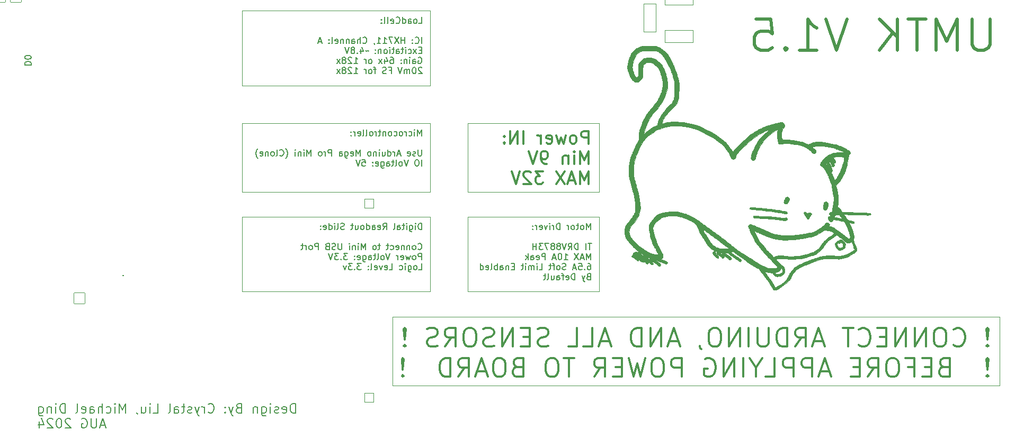
<source format=gbr>
%TF.GenerationSoftware,KiCad,Pcbnew,8.0.3*%
%TF.CreationDate,2024-08-04T18:58:25-04:00*%
%TF.ProjectId,UMTK,554d544b-2e6b-4696-9361-645f70636258,rev?*%
%TF.SameCoordinates,Original*%
%TF.FileFunction,Legend,Bot*%
%TF.FilePolarity,Positive*%
%FSLAX46Y46*%
G04 Gerber Fmt 4.6, Leading zero omitted, Abs format (unit mm)*
G04 Created by KiCad (PCBNEW 8.0.3) date 2024-08-04 18:58:25*
%MOMM*%
%LPD*%
G01*
G04 APERTURE LIST*
G04 Aperture macros list*
%AMRoundRect*
0 Rectangle with rounded corners*
0 $1 Rounding radius*
0 $2 $3 $4 $5 $6 $7 $8 $9 X,Y pos of 4 corners*
0 Add a 4 corners polygon primitive as box body*
4,1,4,$2,$3,$4,$5,$6,$7,$8,$9,$2,$3,0*
0 Add four circle primitives for the rounded corners*
1,1,$1+$1,$2,$3*
1,1,$1+$1,$4,$5*
1,1,$1+$1,$6,$7*
1,1,$1+$1,$8,$9*
0 Add four rect primitives between the rounded corners*
20,1,$1+$1,$2,$3,$4,$5,0*
20,1,$1+$1,$4,$5,$6,$7,0*
20,1,$1+$1,$6,$7,$8,$9,0*
20,1,$1+$1,$8,$9,$2,$3,0*%
G04 Aperture macros list end*
%ADD10C,0.120000*%
%ADD11C,0.150000*%
%ADD12C,0.300000*%
%ADD13C,0.500000*%
%ADD14C,0.200000*%
%ADD15C,0.010000*%
%ADD16RoundRect,0.263889X0.686111X1.586111X-0.686111X1.586111X-0.686111X-1.586111X0.686111X-1.586111X0*%
%ADD17O,1.900000X3.700000*%
%ADD18C,4.100000*%
%ADD19RoundRect,0.050000X-2.250000X-1.000000X2.250000X-1.000000X2.250000X1.000000X-2.250000X1.000000X0*%
%ADD20RoundRect,0.050000X-1.000000X-2.250000X1.000000X-2.250000X1.000000X2.250000X-1.000000X2.250000X0*%
%ADD21RoundRect,0.050000X0.750000X-0.750000X0.750000X0.750000X-0.750000X0.750000X-0.750000X-0.750000X0*%
%ADD22C,1.600000*%
%ADD23C,1.000000*%
%ADD24O,1.827200X1.827200*%
%ADD25RoundRect,0.050000X-0.863600X0.863600X-0.863600X-0.863600X0.863600X-0.863600X0.863600X0.863600X0*%
%ADD26RoundRect,0.262019X0.827981X1.587981X-0.827981X1.587981X-0.827981X-1.587981X0.827981X-1.587981X0*%
%ADD27O,2.180000X3.700000*%
G04 APERTURE END LIST*
D10*
X87000000Y-90000000D02*
X184000000Y-90000000D01*
X99000000Y-48000000D02*
X120000000Y-48000000D01*
X120000000Y-59000000D01*
X99000000Y-59000000D01*
X99000000Y-48000000D01*
X63000000Y-63000000D02*
X93000000Y-63000000D01*
X93000000Y-75000000D01*
X63000000Y-75000000D01*
X63000000Y-63000000D01*
X63000000Y-30000000D02*
X93000000Y-30000000D01*
X93000000Y-42000000D01*
X63000000Y-42000000D01*
X63000000Y-30000000D01*
X184000000Y-90000000D02*
X184000000Y-79000000D01*
X87000000Y-79000000D02*
X87000000Y-90000000D01*
X63000000Y-48000000D02*
X93000000Y-48000000D01*
X93000000Y-59000000D01*
X63000000Y-59000000D01*
X63000000Y-48000000D01*
X99000000Y-63000000D02*
X120000000Y-63000000D01*
X120000000Y-75000000D01*
X99000000Y-75000000D01*
X99000000Y-63000000D01*
X184000000Y-79000000D02*
X87000000Y-79000000D01*
D11*
X91187030Y-32039819D02*
X91663220Y-32039819D01*
X91663220Y-32039819D02*
X91663220Y-31039819D01*
X90710839Y-32039819D02*
X90806077Y-31992200D01*
X90806077Y-31992200D02*
X90853696Y-31944580D01*
X90853696Y-31944580D02*
X90901315Y-31849342D01*
X90901315Y-31849342D02*
X90901315Y-31563628D01*
X90901315Y-31563628D02*
X90853696Y-31468390D01*
X90853696Y-31468390D02*
X90806077Y-31420771D01*
X90806077Y-31420771D02*
X90710839Y-31373152D01*
X90710839Y-31373152D02*
X90567982Y-31373152D01*
X90567982Y-31373152D02*
X90472744Y-31420771D01*
X90472744Y-31420771D02*
X90425125Y-31468390D01*
X90425125Y-31468390D02*
X90377506Y-31563628D01*
X90377506Y-31563628D02*
X90377506Y-31849342D01*
X90377506Y-31849342D02*
X90425125Y-31944580D01*
X90425125Y-31944580D02*
X90472744Y-31992200D01*
X90472744Y-31992200D02*
X90567982Y-32039819D01*
X90567982Y-32039819D02*
X90710839Y-32039819D01*
X89520363Y-32039819D02*
X89520363Y-31516009D01*
X89520363Y-31516009D02*
X89567982Y-31420771D01*
X89567982Y-31420771D02*
X89663220Y-31373152D01*
X89663220Y-31373152D02*
X89853696Y-31373152D01*
X89853696Y-31373152D02*
X89948934Y-31420771D01*
X89520363Y-31992200D02*
X89615601Y-32039819D01*
X89615601Y-32039819D02*
X89853696Y-32039819D01*
X89853696Y-32039819D02*
X89948934Y-31992200D01*
X89948934Y-31992200D02*
X89996553Y-31896961D01*
X89996553Y-31896961D02*
X89996553Y-31801723D01*
X89996553Y-31801723D02*
X89948934Y-31706485D01*
X89948934Y-31706485D02*
X89853696Y-31658866D01*
X89853696Y-31658866D02*
X89615601Y-31658866D01*
X89615601Y-31658866D02*
X89520363Y-31611247D01*
X88615601Y-32039819D02*
X88615601Y-31039819D01*
X88615601Y-31992200D02*
X88710839Y-32039819D01*
X88710839Y-32039819D02*
X88901315Y-32039819D01*
X88901315Y-32039819D02*
X88996553Y-31992200D01*
X88996553Y-31992200D02*
X89044172Y-31944580D01*
X89044172Y-31944580D02*
X89091791Y-31849342D01*
X89091791Y-31849342D02*
X89091791Y-31563628D01*
X89091791Y-31563628D02*
X89044172Y-31468390D01*
X89044172Y-31468390D02*
X88996553Y-31420771D01*
X88996553Y-31420771D02*
X88901315Y-31373152D01*
X88901315Y-31373152D02*
X88710839Y-31373152D01*
X88710839Y-31373152D02*
X88615601Y-31420771D01*
X87567982Y-31944580D02*
X87615601Y-31992200D01*
X87615601Y-31992200D02*
X87758458Y-32039819D01*
X87758458Y-32039819D02*
X87853696Y-32039819D01*
X87853696Y-32039819D02*
X87996553Y-31992200D01*
X87996553Y-31992200D02*
X88091791Y-31896961D01*
X88091791Y-31896961D02*
X88139410Y-31801723D01*
X88139410Y-31801723D02*
X88187029Y-31611247D01*
X88187029Y-31611247D02*
X88187029Y-31468390D01*
X88187029Y-31468390D02*
X88139410Y-31277914D01*
X88139410Y-31277914D02*
X88091791Y-31182676D01*
X88091791Y-31182676D02*
X87996553Y-31087438D01*
X87996553Y-31087438D02*
X87853696Y-31039819D01*
X87853696Y-31039819D02*
X87758458Y-31039819D01*
X87758458Y-31039819D02*
X87615601Y-31087438D01*
X87615601Y-31087438D02*
X87567982Y-31135057D01*
X86758458Y-31992200D02*
X86853696Y-32039819D01*
X86853696Y-32039819D02*
X87044172Y-32039819D01*
X87044172Y-32039819D02*
X87139410Y-31992200D01*
X87139410Y-31992200D02*
X87187029Y-31896961D01*
X87187029Y-31896961D02*
X87187029Y-31516009D01*
X87187029Y-31516009D02*
X87139410Y-31420771D01*
X87139410Y-31420771D02*
X87044172Y-31373152D01*
X87044172Y-31373152D02*
X86853696Y-31373152D01*
X86853696Y-31373152D02*
X86758458Y-31420771D01*
X86758458Y-31420771D02*
X86710839Y-31516009D01*
X86710839Y-31516009D02*
X86710839Y-31611247D01*
X86710839Y-31611247D02*
X87187029Y-31706485D01*
X86139410Y-32039819D02*
X86234648Y-31992200D01*
X86234648Y-31992200D02*
X86282267Y-31896961D01*
X86282267Y-31896961D02*
X86282267Y-31039819D01*
X85615600Y-32039819D02*
X85710838Y-31992200D01*
X85710838Y-31992200D02*
X85758457Y-31896961D01*
X85758457Y-31896961D02*
X85758457Y-31039819D01*
X85234647Y-31944580D02*
X85187028Y-31992200D01*
X85187028Y-31992200D02*
X85234647Y-32039819D01*
X85234647Y-32039819D02*
X85282266Y-31992200D01*
X85282266Y-31992200D02*
X85234647Y-31944580D01*
X85234647Y-31944580D02*
X85234647Y-32039819D01*
X85234647Y-31420771D02*
X85187028Y-31468390D01*
X85187028Y-31468390D02*
X85234647Y-31516009D01*
X85234647Y-31516009D02*
X85282266Y-31468390D01*
X85282266Y-31468390D02*
X85234647Y-31420771D01*
X85234647Y-31420771D02*
X85234647Y-31516009D01*
X91663220Y-35259707D02*
X91663220Y-34259707D01*
X90615602Y-35164468D02*
X90663221Y-35212088D01*
X90663221Y-35212088D02*
X90806078Y-35259707D01*
X90806078Y-35259707D02*
X90901316Y-35259707D01*
X90901316Y-35259707D02*
X91044173Y-35212088D01*
X91044173Y-35212088D02*
X91139411Y-35116849D01*
X91139411Y-35116849D02*
X91187030Y-35021611D01*
X91187030Y-35021611D02*
X91234649Y-34831135D01*
X91234649Y-34831135D02*
X91234649Y-34688278D01*
X91234649Y-34688278D02*
X91187030Y-34497802D01*
X91187030Y-34497802D02*
X91139411Y-34402564D01*
X91139411Y-34402564D02*
X91044173Y-34307326D01*
X91044173Y-34307326D02*
X90901316Y-34259707D01*
X90901316Y-34259707D02*
X90806078Y-34259707D01*
X90806078Y-34259707D02*
X90663221Y-34307326D01*
X90663221Y-34307326D02*
X90615602Y-34354945D01*
X90187030Y-35164468D02*
X90139411Y-35212088D01*
X90139411Y-35212088D02*
X90187030Y-35259707D01*
X90187030Y-35259707D02*
X90234649Y-35212088D01*
X90234649Y-35212088D02*
X90187030Y-35164468D01*
X90187030Y-35164468D02*
X90187030Y-35259707D01*
X90187030Y-34640659D02*
X90139411Y-34688278D01*
X90139411Y-34688278D02*
X90187030Y-34735897D01*
X90187030Y-34735897D02*
X90234649Y-34688278D01*
X90234649Y-34688278D02*
X90187030Y-34640659D01*
X90187030Y-34640659D02*
X90187030Y-34735897D01*
X88948935Y-35259707D02*
X88948935Y-34259707D01*
X88948935Y-34735897D02*
X88377507Y-34735897D01*
X88377507Y-35259707D02*
X88377507Y-34259707D01*
X87996554Y-34259707D02*
X87329888Y-35259707D01*
X87329888Y-34259707D02*
X87996554Y-35259707D01*
X87044173Y-34259707D02*
X86377507Y-34259707D01*
X86377507Y-34259707D02*
X86806078Y-35259707D01*
X85472745Y-35259707D02*
X86044173Y-35259707D01*
X85758459Y-35259707D02*
X85758459Y-34259707D01*
X85758459Y-34259707D02*
X85853697Y-34402564D01*
X85853697Y-34402564D02*
X85948935Y-34497802D01*
X85948935Y-34497802D02*
X86044173Y-34545421D01*
X84520364Y-35259707D02*
X85091792Y-35259707D01*
X84806078Y-35259707D02*
X84806078Y-34259707D01*
X84806078Y-34259707D02*
X84901316Y-34402564D01*
X84901316Y-34402564D02*
X84996554Y-34497802D01*
X84996554Y-34497802D02*
X85091792Y-34545421D01*
X84044173Y-35212088D02*
X84044173Y-35259707D01*
X84044173Y-35259707D02*
X84091792Y-35354945D01*
X84091792Y-35354945D02*
X84139411Y-35402564D01*
X82282269Y-35164468D02*
X82329888Y-35212088D01*
X82329888Y-35212088D02*
X82472745Y-35259707D01*
X82472745Y-35259707D02*
X82567983Y-35259707D01*
X82567983Y-35259707D02*
X82710840Y-35212088D01*
X82710840Y-35212088D02*
X82806078Y-35116849D01*
X82806078Y-35116849D02*
X82853697Y-35021611D01*
X82853697Y-35021611D02*
X82901316Y-34831135D01*
X82901316Y-34831135D02*
X82901316Y-34688278D01*
X82901316Y-34688278D02*
X82853697Y-34497802D01*
X82853697Y-34497802D02*
X82806078Y-34402564D01*
X82806078Y-34402564D02*
X82710840Y-34307326D01*
X82710840Y-34307326D02*
X82567983Y-34259707D01*
X82567983Y-34259707D02*
X82472745Y-34259707D01*
X82472745Y-34259707D02*
X82329888Y-34307326D01*
X82329888Y-34307326D02*
X82282269Y-34354945D01*
X81853697Y-35259707D02*
X81853697Y-34259707D01*
X81425126Y-35259707D02*
X81425126Y-34735897D01*
X81425126Y-34735897D02*
X81472745Y-34640659D01*
X81472745Y-34640659D02*
X81567983Y-34593040D01*
X81567983Y-34593040D02*
X81710840Y-34593040D01*
X81710840Y-34593040D02*
X81806078Y-34640659D01*
X81806078Y-34640659D02*
X81853697Y-34688278D01*
X80520364Y-35259707D02*
X80520364Y-34735897D01*
X80520364Y-34735897D02*
X80567983Y-34640659D01*
X80567983Y-34640659D02*
X80663221Y-34593040D01*
X80663221Y-34593040D02*
X80853697Y-34593040D01*
X80853697Y-34593040D02*
X80948935Y-34640659D01*
X80520364Y-35212088D02*
X80615602Y-35259707D01*
X80615602Y-35259707D02*
X80853697Y-35259707D01*
X80853697Y-35259707D02*
X80948935Y-35212088D01*
X80948935Y-35212088D02*
X80996554Y-35116849D01*
X80996554Y-35116849D02*
X80996554Y-35021611D01*
X80996554Y-35021611D02*
X80948935Y-34926373D01*
X80948935Y-34926373D02*
X80853697Y-34878754D01*
X80853697Y-34878754D02*
X80615602Y-34878754D01*
X80615602Y-34878754D02*
X80520364Y-34831135D01*
X80044173Y-34593040D02*
X80044173Y-35259707D01*
X80044173Y-34688278D02*
X79996554Y-34640659D01*
X79996554Y-34640659D02*
X79901316Y-34593040D01*
X79901316Y-34593040D02*
X79758459Y-34593040D01*
X79758459Y-34593040D02*
X79663221Y-34640659D01*
X79663221Y-34640659D02*
X79615602Y-34735897D01*
X79615602Y-34735897D02*
X79615602Y-35259707D01*
X79139411Y-34593040D02*
X79139411Y-35259707D01*
X79139411Y-34688278D02*
X79091792Y-34640659D01*
X79091792Y-34640659D02*
X78996554Y-34593040D01*
X78996554Y-34593040D02*
X78853697Y-34593040D01*
X78853697Y-34593040D02*
X78758459Y-34640659D01*
X78758459Y-34640659D02*
X78710840Y-34735897D01*
X78710840Y-34735897D02*
X78710840Y-35259707D01*
X77853697Y-35212088D02*
X77948935Y-35259707D01*
X77948935Y-35259707D02*
X78139411Y-35259707D01*
X78139411Y-35259707D02*
X78234649Y-35212088D01*
X78234649Y-35212088D02*
X78282268Y-35116849D01*
X78282268Y-35116849D02*
X78282268Y-34735897D01*
X78282268Y-34735897D02*
X78234649Y-34640659D01*
X78234649Y-34640659D02*
X78139411Y-34593040D01*
X78139411Y-34593040D02*
X77948935Y-34593040D01*
X77948935Y-34593040D02*
X77853697Y-34640659D01*
X77853697Y-34640659D02*
X77806078Y-34735897D01*
X77806078Y-34735897D02*
X77806078Y-34831135D01*
X77806078Y-34831135D02*
X78282268Y-34926373D01*
X77234649Y-35259707D02*
X77329887Y-35212088D01*
X77329887Y-35212088D02*
X77377506Y-35116849D01*
X77377506Y-35116849D02*
X77377506Y-34259707D01*
X76853696Y-35164468D02*
X76806077Y-35212088D01*
X76806077Y-35212088D02*
X76853696Y-35259707D01*
X76853696Y-35259707D02*
X76901315Y-35212088D01*
X76901315Y-35212088D02*
X76853696Y-35164468D01*
X76853696Y-35164468D02*
X76853696Y-35259707D01*
X76853696Y-34640659D02*
X76806077Y-34688278D01*
X76806077Y-34688278D02*
X76853696Y-34735897D01*
X76853696Y-34735897D02*
X76901315Y-34688278D01*
X76901315Y-34688278D02*
X76853696Y-34640659D01*
X76853696Y-34640659D02*
X76853696Y-34735897D01*
X75663220Y-34973992D02*
X75187030Y-34973992D01*
X75758458Y-35259707D02*
X75425125Y-34259707D01*
X75425125Y-34259707D02*
X75091792Y-35259707D01*
X91663220Y-36345841D02*
X91329887Y-36345841D01*
X91187030Y-36869651D02*
X91663220Y-36869651D01*
X91663220Y-36869651D02*
X91663220Y-35869651D01*
X91663220Y-35869651D02*
X91187030Y-35869651D01*
X90853696Y-36869651D02*
X90329887Y-36202984D01*
X90853696Y-36202984D02*
X90329887Y-36869651D01*
X89520363Y-36822032D02*
X89615601Y-36869651D01*
X89615601Y-36869651D02*
X89806077Y-36869651D01*
X89806077Y-36869651D02*
X89901315Y-36822032D01*
X89901315Y-36822032D02*
X89948934Y-36774412D01*
X89948934Y-36774412D02*
X89996553Y-36679174D01*
X89996553Y-36679174D02*
X89996553Y-36393460D01*
X89996553Y-36393460D02*
X89948934Y-36298222D01*
X89948934Y-36298222D02*
X89901315Y-36250603D01*
X89901315Y-36250603D02*
X89806077Y-36202984D01*
X89806077Y-36202984D02*
X89615601Y-36202984D01*
X89615601Y-36202984D02*
X89520363Y-36250603D01*
X89091791Y-36869651D02*
X89091791Y-36202984D01*
X89091791Y-35869651D02*
X89139410Y-35917270D01*
X89139410Y-35917270D02*
X89091791Y-35964889D01*
X89091791Y-35964889D02*
X89044172Y-35917270D01*
X89044172Y-35917270D02*
X89091791Y-35869651D01*
X89091791Y-35869651D02*
X89091791Y-35964889D01*
X88758458Y-36202984D02*
X88377506Y-36202984D01*
X88615601Y-35869651D02*
X88615601Y-36726793D01*
X88615601Y-36726793D02*
X88567982Y-36822032D01*
X88567982Y-36822032D02*
X88472744Y-36869651D01*
X88472744Y-36869651D02*
X88377506Y-36869651D01*
X87615601Y-36869651D02*
X87615601Y-36345841D01*
X87615601Y-36345841D02*
X87663220Y-36250603D01*
X87663220Y-36250603D02*
X87758458Y-36202984D01*
X87758458Y-36202984D02*
X87948934Y-36202984D01*
X87948934Y-36202984D02*
X88044172Y-36250603D01*
X87615601Y-36822032D02*
X87710839Y-36869651D01*
X87710839Y-36869651D02*
X87948934Y-36869651D01*
X87948934Y-36869651D02*
X88044172Y-36822032D01*
X88044172Y-36822032D02*
X88091791Y-36726793D01*
X88091791Y-36726793D02*
X88091791Y-36631555D01*
X88091791Y-36631555D02*
X88044172Y-36536317D01*
X88044172Y-36536317D02*
X87948934Y-36488698D01*
X87948934Y-36488698D02*
X87710839Y-36488698D01*
X87710839Y-36488698D02*
X87615601Y-36441079D01*
X87282267Y-36202984D02*
X86901315Y-36202984D01*
X87139410Y-35869651D02*
X87139410Y-36726793D01*
X87139410Y-36726793D02*
X87091791Y-36822032D01*
X87091791Y-36822032D02*
X86996553Y-36869651D01*
X86996553Y-36869651D02*
X86901315Y-36869651D01*
X86567981Y-36869651D02*
X86567981Y-36202984D01*
X86567981Y-35869651D02*
X86615600Y-35917270D01*
X86615600Y-35917270D02*
X86567981Y-35964889D01*
X86567981Y-35964889D02*
X86520362Y-35917270D01*
X86520362Y-35917270D02*
X86567981Y-35869651D01*
X86567981Y-35869651D02*
X86567981Y-35964889D01*
X85948934Y-36869651D02*
X86044172Y-36822032D01*
X86044172Y-36822032D02*
X86091791Y-36774412D01*
X86091791Y-36774412D02*
X86139410Y-36679174D01*
X86139410Y-36679174D02*
X86139410Y-36393460D01*
X86139410Y-36393460D02*
X86091791Y-36298222D01*
X86091791Y-36298222D02*
X86044172Y-36250603D01*
X86044172Y-36250603D02*
X85948934Y-36202984D01*
X85948934Y-36202984D02*
X85806077Y-36202984D01*
X85806077Y-36202984D02*
X85710839Y-36250603D01*
X85710839Y-36250603D02*
X85663220Y-36298222D01*
X85663220Y-36298222D02*
X85615601Y-36393460D01*
X85615601Y-36393460D02*
X85615601Y-36679174D01*
X85615601Y-36679174D02*
X85663220Y-36774412D01*
X85663220Y-36774412D02*
X85710839Y-36822032D01*
X85710839Y-36822032D02*
X85806077Y-36869651D01*
X85806077Y-36869651D02*
X85948934Y-36869651D01*
X85187029Y-36202984D02*
X85187029Y-36869651D01*
X85187029Y-36298222D02*
X85139410Y-36250603D01*
X85139410Y-36250603D02*
X85044172Y-36202984D01*
X85044172Y-36202984D02*
X84901315Y-36202984D01*
X84901315Y-36202984D02*
X84806077Y-36250603D01*
X84806077Y-36250603D02*
X84758458Y-36345841D01*
X84758458Y-36345841D02*
X84758458Y-36869651D01*
X84282267Y-36774412D02*
X84234648Y-36822032D01*
X84234648Y-36822032D02*
X84282267Y-36869651D01*
X84282267Y-36869651D02*
X84329886Y-36822032D01*
X84329886Y-36822032D02*
X84282267Y-36774412D01*
X84282267Y-36774412D02*
X84282267Y-36869651D01*
X84282267Y-36250603D02*
X84234648Y-36298222D01*
X84234648Y-36298222D02*
X84282267Y-36345841D01*
X84282267Y-36345841D02*
X84329886Y-36298222D01*
X84329886Y-36298222D02*
X84282267Y-36250603D01*
X84282267Y-36250603D02*
X84282267Y-36345841D01*
X83187029Y-36488698D02*
X83139410Y-36441079D01*
X83139410Y-36441079D02*
X83044172Y-36393460D01*
X83044172Y-36393460D02*
X82853696Y-36488698D01*
X82853696Y-36488698D02*
X82758458Y-36441079D01*
X82758458Y-36441079D02*
X82710839Y-36393460D01*
X81901315Y-36202984D02*
X81901315Y-36869651D01*
X82139410Y-35822032D02*
X82377505Y-36536317D01*
X82377505Y-36536317D02*
X81758458Y-36536317D01*
X81377505Y-36774412D02*
X81329886Y-36822032D01*
X81329886Y-36822032D02*
X81377505Y-36869651D01*
X81377505Y-36869651D02*
X81425124Y-36822032D01*
X81425124Y-36822032D02*
X81377505Y-36774412D01*
X81377505Y-36774412D02*
X81377505Y-36869651D01*
X80758458Y-36298222D02*
X80853696Y-36250603D01*
X80853696Y-36250603D02*
X80901315Y-36202984D01*
X80901315Y-36202984D02*
X80948934Y-36107746D01*
X80948934Y-36107746D02*
X80948934Y-36060127D01*
X80948934Y-36060127D02*
X80901315Y-35964889D01*
X80901315Y-35964889D02*
X80853696Y-35917270D01*
X80853696Y-35917270D02*
X80758458Y-35869651D01*
X80758458Y-35869651D02*
X80567982Y-35869651D01*
X80567982Y-35869651D02*
X80472744Y-35917270D01*
X80472744Y-35917270D02*
X80425125Y-35964889D01*
X80425125Y-35964889D02*
X80377506Y-36060127D01*
X80377506Y-36060127D02*
X80377506Y-36107746D01*
X80377506Y-36107746D02*
X80425125Y-36202984D01*
X80425125Y-36202984D02*
X80472744Y-36250603D01*
X80472744Y-36250603D02*
X80567982Y-36298222D01*
X80567982Y-36298222D02*
X80758458Y-36298222D01*
X80758458Y-36298222D02*
X80853696Y-36345841D01*
X80853696Y-36345841D02*
X80901315Y-36393460D01*
X80901315Y-36393460D02*
X80948934Y-36488698D01*
X80948934Y-36488698D02*
X80948934Y-36679174D01*
X80948934Y-36679174D02*
X80901315Y-36774412D01*
X80901315Y-36774412D02*
X80853696Y-36822032D01*
X80853696Y-36822032D02*
X80758458Y-36869651D01*
X80758458Y-36869651D02*
X80567982Y-36869651D01*
X80567982Y-36869651D02*
X80472744Y-36822032D01*
X80472744Y-36822032D02*
X80425125Y-36774412D01*
X80425125Y-36774412D02*
X80377506Y-36679174D01*
X80377506Y-36679174D02*
X80377506Y-36488698D01*
X80377506Y-36488698D02*
X80425125Y-36393460D01*
X80425125Y-36393460D02*
X80472744Y-36345841D01*
X80472744Y-36345841D02*
X80567982Y-36298222D01*
X80091791Y-35869651D02*
X79758458Y-36869651D01*
X79758458Y-36869651D02*
X79425125Y-35869651D01*
X91139411Y-37527214D02*
X91234649Y-37479595D01*
X91234649Y-37479595D02*
X91377506Y-37479595D01*
X91377506Y-37479595D02*
X91520363Y-37527214D01*
X91520363Y-37527214D02*
X91615601Y-37622452D01*
X91615601Y-37622452D02*
X91663220Y-37717690D01*
X91663220Y-37717690D02*
X91710839Y-37908166D01*
X91710839Y-37908166D02*
X91710839Y-38051023D01*
X91710839Y-38051023D02*
X91663220Y-38241499D01*
X91663220Y-38241499D02*
X91615601Y-38336737D01*
X91615601Y-38336737D02*
X91520363Y-38431976D01*
X91520363Y-38431976D02*
X91377506Y-38479595D01*
X91377506Y-38479595D02*
X91282268Y-38479595D01*
X91282268Y-38479595D02*
X91139411Y-38431976D01*
X91139411Y-38431976D02*
X91091792Y-38384356D01*
X91091792Y-38384356D02*
X91091792Y-38051023D01*
X91091792Y-38051023D02*
X91282268Y-38051023D01*
X90234649Y-38479595D02*
X90234649Y-37955785D01*
X90234649Y-37955785D02*
X90282268Y-37860547D01*
X90282268Y-37860547D02*
X90377506Y-37812928D01*
X90377506Y-37812928D02*
X90567982Y-37812928D01*
X90567982Y-37812928D02*
X90663220Y-37860547D01*
X90234649Y-38431976D02*
X90329887Y-38479595D01*
X90329887Y-38479595D02*
X90567982Y-38479595D01*
X90567982Y-38479595D02*
X90663220Y-38431976D01*
X90663220Y-38431976D02*
X90710839Y-38336737D01*
X90710839Y-38336737D02*
X90710839Y-38241499D01*
X90710839Y-38241499D02*
X90663220Y-38146261D01*
X90663220Y-38146261D02*
X90567982Y-38098642D01*
X90567982Y-38098642D02*
X90329887Y-38098642D01*
X90329887Y-38098642D02*
X90234649Y-38051023D01*
X89758458Y-38479595D02*
X89758458Y-37812928D01*
X89758458Y-37479595D02*
X89806077Y-37527214D01*
X89806077Y-37527214D02*
X89758458Y-37574833D01*
X89758458Y-37574833D02*
X89710839Y-37527214D01*
X89710839Y-37527214D02*
X89758458Y-37479595D01*
X89758458Y-37479595D02*
X89758458Y-37574833D01*
X89282268Y-37812928D02*
X89282268Y-38479595D01*
X89282268Y-37908166D02*
X89234649Y-37860547D01*
X89234649Y-37860547D02*
X89139411Y-37812928D01*
X89139411Y-37812928D02*
X88996554Y-37812928D01*
X88996554Y-37812928D02*
X88901316Y-37860547D01*
X88901316Y-37860547D02*
X88853697Y-37955785D01*
X88853697Y-37955785D02*
X88853697Y-38479595D01*
X88377506Y-38384356D02*
X88329887Y-38431976D01*
X88329887Y-38431976D02*
X88377506Y-38479595D01*
X88377506Y-38479595D02*
X88425125Y-38431976D01*
X88425125Y-38431976D02*
X88377506Y-38384356D01*
X88377506Y-38384356D02*
X88377506Y-38479595D01*
X88377506Y-37860547D02*
X88329887Y-37908166D01*
X88329887Y-37908166D02*
X88377506Y-37955785D01*
X88377506Y-37955785D02*
X88425125Y-37908166D01*
X88425125Y-37908166D02*
X88377506Y-37860547D01*
X88377506Y-37860547D02*
X88377506Y-37955785D01*
X86710840Y-37479595D02*
X86901316Y-37479595D01*
X86901316Y-37479595D02*
X86996554Y-37527214D01*
X86996554Y-37527214D02*
X87044173Y-37574833D01*
X87044173Y-37574833D02*
X87139411Y-37717690D01*
X87139411Y-37717690D02*
X87187030Y-37908166D01*
X87187030Y-37908166D02*
X87187030Y-38289118D01*
X87187030Y-38289118D02*
X87139411Y-38384356D01*
X87139411Y-38384356D02*
X87091792Y-38431976D01*
X87091792Y-38431976D02*
X86996554Y-38479595D01*
X86996554Y-38479595D02*
X86806078Y-38479595D01*
X86806078Y-38479595D02*
X86710840Y-38431976D01*
X86710840Y-38431976D02*
X86663221Y-38384356D01*
X86663221Y-38384356D02*
X86615602Y-38289118D01*
X86615602Y-38289118D02*
X86615602Y-38051023D01*
X86615602Y-38051023D02*
X86663221Y-37955785D01*
X86663221Y-37955785D02*
X86710840Y-37908166D01*
X86710840Y-37908166D02*
X86806078Y-37860547D01*
X86806078Y-37860547D02*
X86996554Y-37860547D01*
X86996554Y-37860547D02*
X87091792Y-37908166D01*
X87091792Y-37908166D02*
X87139411Y-37955785D01*
X87139411Y-37955785D02*
X87187030Y-38051023D01*
X85758459Y-37812928D02*
X85758459Y-38479595D01*
X85996554Y-37431976D02*
X86234649Y-38146261D01*
X86234649Y-38146261D02*
X85615602Y-38146261D01*
X85329887Y-38479595D02*
X84806078Y-37812928D01*
X85329887Y-37812928D02*
X84806078Y-38479595D01*
X83520363Y-38479595D02*
X83615601Y-38431976D01*
X83615601Y-38431976D02*
X83663220Y-38384356D01*
X83663220Y-38384356D02*
X83710839Y-38289118D01*
X83710839Y-38289118D02*
X83710839Y-38003404D01*
X83710839Y-38003404D02*
X83663220Y-37908166D01*
X83663220Y-37908166D02*
X83615601Y-37860547D01*
X83615601Y-37860547D02*
X83520363Y-37812928D01*
X83520363Y-37812928D02*
X83377506Y-37812928D01*
X83377506Y-37812928D02*
X83282268Y-37860547D01*
X83282268Y-37860547D02*
X83234649Y-37908166D01*
X83234649Y-37908166D02*
X83187030Y-38003404D01*
X83187030Y-38003404D02*
X83187030Y-38289118D01*
X83187030Y-38289118D02*
X83234649Y-38384356D01*
X83234649Y-38384356D02*
X83282268Y-38431976D01*
X83282268Y-38431976D02*
X83377506Y-38479595D01*
X83377506Y-38479595D02*
X83520363Y-38479595D01*
X82758458Y-38479595D02*
X82758458Y-37812928D01*
X82758458Y-38003404D02*
X82710839Y-37908166D01*
X82710839Y-37908166D02*
X82663220Y-37860547D01*
X82663220Y-37860547D02*
X82567982Y-37812928D01*
X82567982Y-37812928D02*
X82472744Y-37812928D01*
X80853696Y-38479595D02*
X81425124Y-38479595D01*
X81139410Y-38479595D02*
X81139410Y-37479595D01*
X81139410Y-37479595D02*
X81234648Y-37622452D01*
X81234648Y-37622452D02*
X81329886Y-37717690D01*
X81329886Y-37717690D02*
X81425124Y-37765309D01*
X80472743Y-37574833D02*
X80425124Y-37527214D01*
X80425124Y-37527214D02*
X80329886Y-37479595D01*
X80329886Y-37479595D02*
X80091791Y-37479595D01*
X80091791Y-37479595D02*
X79996553Y-37527214D01*
X79996553Y-37527214D02*
X79948934Y-37574833D01*
X79948934Y-37574833D02*
X79901315Y-37670071D01*
X79901315Y-37670071D02*
X79901315Y-37765309D01*
X79901315Y-37765309D02*
X79948934Y-37908166D01*
X79948934Y-37908166D02*
X80520362Y-38479595D01*
X80520362Y-38479595D02*
X79901315Y-38479595D01*
X79329886Y-37908166D02*
X79425124Y-37860547D01*
X79425124Y-37860547D02*
X79472743Y-37812928D01*
X79472743Y-37812928D02*
X79520362Y-37717690D01*
X79520362Y-37717690D02*
X79520362Y-37670071D01*
X79520362Y-37670071D02*
X79472743Y-37574833D01*
X79472743Y-37574833D02*
X79425124Y-37527214D01*
X79425124Y-37527214D02*
X79329886Y-37479595D01*
X79329886Y-37479595D02*
X79139410Y-37479595D01*
X79139410Y-37479595D02*
X79044172Y-37527214D01*
X79044172Y-37527214D02*
X78996553Y-37574833D01*
X78996553Y-37574833D02*
X78948934Y-37670071D01*
X78948934Y-37670071D02*
X78948934Y-37717690D01*
X78948934Y-37717690D02*
X78996553Y-37812928D01*
X78996553Y-37812928D02*
X79044172Y-37860547D01*
X79044172Y-37860547D02*
X79139410Y-37908166D01*
X79139410Y-37908166D02*
X79329886Y-37908166D01*
X79329886Y-37908166D02*
X79425124Y-37955785D01*
X79425124Y-37955785D02*
X79472743Y-38003404D01*
X79472743Y-38003404D02*
X79520362Y-38098642D01*
X79520362Y-38098642D02*
X79520362Y-38289118D01*
X79520362Y-38289118D02*
X79472743Y-38384356D01*
X79472743Y-38384356D02*
X79425124Y-38431976D01*
X79425124Y-38431976D02*
X79329886Y-38479595D01*
X79329886Y-38479595D02*
X79139410Y-38479595D01*
X79139410Y-38479595D02*
X79044172Y-38431976D01*
X79044172Y-38431976D02*
X78996553Y-38384356D01*
X78996553Y-38384356D02*
X78948934Y-38289118D01*
X78948934Y-38289118D02*
X78948934Y-38098642D01*
X78948934Y-38098642D02*
X78996553Y-38003404D01*
X78996553Y-38003404D02*
X79044172Y-37955785D01*
X79044172Y-37955785D02*
X79139410Y-37908166D01*
X78615600Y-38479595D02*
X78091791Y-37812928D01*
X78615600Y-37812928D02*
X78091791Y-38479595D01*
X91710839Y-39184777D02*
X91663220Y-39137158D01*
X91663220Y-39137158D02*
X91567982Y-39089539D01*
X91567982Y-39089539D02*
X91329887Y-39089539D01*
X91329887Y-39089539D02*
X91234649Y-39137158D01*
X91234649Y-39137158D02*
X91187030Y-39184777D01*
X91187030Y-39184777D02*
X91139411Y-39280015D01*
X91139411Y-39280015D02*
X91139411Y-39375253D01*
X91139411Y-39375253D02*
X91187030Y-39518110D01*
X91187030Y-39518110D02*
X91758458Y-40089539D01*
X91758458Y-40089539D02*
X91139411Y-40089539D01*
X90520363Y-39089539D02*
X90425125Y-39089539D01*
X90425125Y-39089539D02*
X90329887Y-39137158D01*
X90329887Y-39137158D02*
X90282268Y-39184777D01*
X90282268Y-39184777D02*
X90234649Y-39280015D01*
X90234649Y-39280015D02*
X90187030Y-39470491D01*
X90187030Y-39470491D02*
X90187030Y-39708586D01*
X90187030Y-39708586D02*
X90234649Y-39899062D01*
X90234649Y-39899062D02*
X90282268Y-39994300D01*
X90282268Y-39994300D02*
X90329887Y-40041920D01*
X90329887Y-40041920D02*
X90425125Y-40089539D01*
X90425125Y-40089539D02*
X90520363Y-40089539D01*
X90520363Y-40089539D02*
X90615601Y-40041920D01*
X90615601Y-40041920D02*
X90663220Y-39994300D01*
X90663220Y-39994300D02*
X90710839Y-39899062D01*
X90710839Y-39899062D02*
X90758458Y-39708586D01*
X90758458Y-39708586D02*
X90758458Y-39470491D01*
X90758458Y-39470491D02*
X90710839Y-39280015D01*
X90710839Y-39280015D02*
X90663220Y-39184777D01*
X90663220Y-39184777D02*
X90615601Y-39137158D01*
X90615601Y-39137158D02*
X90520363Y-39089539D01*
X89758458Y-40089539D02*
X89758458Y-39422872D01*
X89758458Y-39518110D02*
X89710839Y-39470491D01*
X89710839Y-39470491D02*
X89615601Y-39422872D01*
X89615601Y-39422872D02*
X89472744Y-39422872D01*
X89472744Y-39422872D02*
X89377506Y-39470491D01*
X89377506Y-39470491D02*
X89329887Y-39565729D01*
X89329887Y-39565729D02*
X89329887Y-40089539D01*
X89329887Y-39565729D02*
X89282268Y-39470491D01*
X89282268Y-39470491D02*
X89187030Y-39422872D01*
X89187030Y-39422872D02*
X89044173Y-39422872D01*
X89044173Y-39422872D02*
X88948934Y-39470491D01*
X88948934Y-39470491D02*
X88901315Y-39565729D01*
X88901315Y-39565729D02*
X88901315Y-40089539D01*
X88567982Y-39089539D02*
X88234649Y-40089539D01*
X88234649Y-40089539D02*
X87901316Y-39089539D01*
X86472744Y-39565729D02*
X86806077Y-39565729D01*
X86806077Y-40089539D02*
X86806077Y-39089539D01*
X86806077Y-39089539D02*
X86329887Y-39089539D01*
X85996553Y-40041920D02*
X85853696Y-40089539D01*
X85853696Y-40089539D02*
X85615601Y-40089539D01*
X85615601Y-40089539D02*
X85520363Y-40041920D01*
X85520363Y-40041920D02*
X85472744Y-39994300D01*
X85472744Y-39994300D02*
X85425125Y-39899062D01*
X85425125Y-39899062D02*
X85425125Y-39803824D01*
X85425125Y-39803824D02*
X85472744Y-39708586D01*
X85472744Y-39708586D02*
X85520363Y-39660967D01*
X85520363Y-39660967D02*
X85615601Y-39613348D01*
X85615601Y-39613348D02*
X85806077Y-39565729D01*
X85806077Y-39565729D02*
X85901315Y-39518110D01*
X85901315Y-39518110D02*
X85948934Y-39470491D01*
X85948934Y-39470491D02*
X85996553Y-39375253D01*
X85996553Y-39375253D02*
X85996553Y-39280015D01*
X85996553Y-39280015D02*
X85948934Y-39184777D01*
X85948934Y-39184777D02*
X85901315Y-39137158D01*
X85901315Y-39137158D02*
X85806077Y-39089539D01*
X85806077Y-39089539D02*
X85567982Y-39089539D01*
X85567982Y-39089539D02*
X85425125Y-39137158D01*
X84377505Y-39422872D02*
X83996553Y-39422872D01*
X84234648Y-40089539D02*
X84234648Y-39232396D01*
X84234648Y-39232396D02*
X84187029Y-39137158D01*
X84187029Y-39137158D02*
X84091791Y-39089539D01*
X84091791Y-39089539D02*
X83996553Y-39089539D01*
X83520362Y-40089539D02*
X83615600Y-40041920D01*
X83615600Y-40041920D02*
X83663219Y-39994300D01*
X83663219Y-39994300D02*
X83710838Y-39899062D01*
X83710838Y-39899062D02*
X83710838Y-39613348D01*
X83710838Y-39613348D02*
X83663219Y-39518110D01*
X83663219Y-39518110D02*
X83615600Y-39470491D01*
X83615600Y-39470491D02*
X83520362Y-39422872D01*
X83520362Y-39422872D02*
X83377505Y-39422872D01*
X83377505Y-39422872D02*
X83282267Y-39470491D01*
X83282267Y-39470491D02*
X83234648Y-39518110D01*
X83234648Y-39518110D02*
X83187029Y-39613348D01*
X83187029Y-39613348D02*
X83187029Y-39899062D01*
X83187029Y-39899062D02*
X83234648Y-39994300D01*
X83234648Y-39994300D02*
X83282267Y-40041920D01*
X83282267Y-40041920D02*
X83377505Y-40089539D01*
X83377505Y-40089539D02*
X83520362Y-40089539D01*
X82758457Y-40089539D02*
X82758457Y-39422872D01*
X82758457Y-39613348D02*
X82710838Y-39518110D01*
X82710838Y-39518110D02*
X82663219Y-39470491D01*
X82663219Y-39470491D02*
X82567981Y-39422872D01*
X82567981Y-39422872D02*
X82472743Y-39422872D01*
X80853695Y-40089539D02*
X81425123Y-40089539D01*
X81139409Y-40089539D02*
X81139409Y-39089539D01*
X81139409Y-39089539D02*
X81234647Y-39232396D01*
X81234647Y-39232396D02*
X81329885Y-39327634D01*
X81329885Y-39327634D02*
X81425123Y-39375253D01*
X80472742Y-39184777D02*
X80425123Y-39137158D01*
X80425123Y-39137158D02*
X80329885Y-39089539D01*
X80329885Y-39089539D02*
X80091790Y-39089539D01*
X80091790Y-39089539D02*
X79996552Y-39137158D01*
X79996552Y-39137158D02*
X79948933Y-39184777D01*
X79948933Y-39184777D02*
X79901314Y-39280015D01*
X79901314Y-39280015D02*
X79901314Y-39375253D01*
X79901314Y-39375253D02*
X79948933Y-39518110D01*
X79948933Y-39518110D02*
X80520361Y-40089539D01*
X80520361Y-40089539D02*
X79901314Y-40089539D01*
X79329885Y-39518110D02*
X79425123Y-39470491D01*
X79425123Y-39470491D02*
X79472742Y-39422872D01*
X79472742Y-39422872D02*
X79520361Y-39327634D01*
X79520361Y-39327634D02*
X79520361Y-39280015D01*
X79520361Y-39280015D02*
X79472742Y-39184777D01*
X79472742Y-39184777D02*
X79425123Y-39137158D01*
X79425123Y-39137158D02*
X79329885Y-39089539D01*
X79329885Y-39089539D02*
X79139409Y-39089539D01*
X79139409Y-39089539D02*
X79044171Y-39137158D01*
X79044171Y-39137158D02*
X78996552Y-39184777D01*
X78996552Y-39184777D02*
X78948933Y-39280015D01*
X78948933Y-39280015D02*
X78948933Y-39327634D01*
X78948933Y-39327634D02*
X78996552Y-39422872D01*
X78996552Y-39422872D02*
X79044171Y-39470491D01*
X79044171Y-39470491D02*
X79139409Y-39518110D01*
X79139409Y-39518110D02*
X79329885Y-39518110D01*
X79329885Y-39518110D02*
X79425123Y-39565729D01*
X79425123Y-39565729D02*
X79472742Y-39613348D01*
X79472742Y-39613348D02*
X79520361Y-39708586D01*
X79520361Y-39708586D02*
X79520361Y-39899062D01*
X79520361Y-39899062D02*
X79472742Y-39994300D01*
X79472742Y-39994300D02*
X79425123Y-40041920D01*
X79425123Y-40041920D02*
X79329885Y-40089539D01*
X79329885Y-40089539D02*
X79139409Y-40089539D01*
X79139409Y-40089539D02*
X79044171Y-40041920D01*
X79044171Y-40041920D02*
X78996552Y-39994300D01*
X78996552Y-39994300D02*
X78948933Y-39899062D01*
X78948933Y-39899062D02*
X78948933Y-39708586D01*
X78948933Y-39708586D02*
X78996552Y-39613348D01*
X78996552Y-39613348D02*
X79044171Y-39565729D01*
X79044171Y-39565729D02*
X79139409Y-39518110D01*
X78615599Y-40089539D02*
X78091790Y-39422872D01*
X78615599Y-39422872D02*
X78091790Y-40089539D01*
D12*
X182088346Y-83501710D02*
X181945489Y-83644568D01*
X181945489Y-83644568D02*
X182088346Y-83787425D01*
X182088346Y-83787425D02*
X182231203Y-83644568D01*
X182231203Y-83644568D02*
X182088346Y-83501710D01*
X182088346Y-83501710D02*
X182088346Y-83787425D01*
X182088346Y-82644568D02*
X182231203Y-80930282D01*
X182231203Y-80930282D02*
X182088346Y-80787425D01*
X182088346Y-80787425D02*
X181945489Y-80930282D01*
X181945489Y-80930282D02*
X182088346Y-82644568D01*
X182088346Y-82644568D02*
X182088346Y-80787425D01*
X176659775Y-83501710D02*
X176802632Y-83644568D01*
X176802632Y-83644568D02*
X177231204Y-83787425D01*
X177231204Y-83787425D02*
X177516918Y-83787425D01*
X177516918Y-83787425D02*
X177945489Y-83644568D01*
X177945489Y-83644568D02*
X178231204Y-83358853D01*
X178231204Y-83358853D02*
X178374061Y-83073139D01*
X178374061Y-83073139D02*
X178516918Y-82501710D01*
X178516918Y-82501710D02*
X178516918Y-82073139D01*
X178516918Y-82073139D02*
X178374061Y-81501710D01*
X178374061Y-81501710D02*
X178231204Y-81215996D01*
X178231204Y-81215996D02*
X177945489Y-80930282D01*
X177945489Y-80930282D02*
X177516918Y-80787425D01*
X177516918Y-80787425D02*
X177231204Y-80787425D01*
X177231204Y-80787425D02*
X176802632Y-80930282D01*
X176802632Y-80930282D02*
X176659775Y-81073139D01*
X174802632Y-80787425D02*
X174231204Y-80787425D01*
X174231204Y-80787425D02*
X173945489Y-80930282D01*
X173945489Y-80930282D02*
X173659775Y-81215996D01*
X173659775Y-81215996D02*
X173516918Y-81787425D01*
X173516918Y-81787425D02*
X173516918Y-82787425D01*
X173516918Y-82787425D02*
X173659775Y-83358853D01*
X173659775Y-83358853D02*
X173945489Y-83644568D01*
X173945489Y-83644568D02*
X174231204Y-83787425D01*
X174231204Y-83787425D02*
X174802632Y-83787425D01*
X174802632Y-83787425D02*
X175088347Y-83644568D01*
X175088347Y-83644568D02*
X175374061Y-83358853D01*
X175374061Y-83358853D02*
X175516918Y-82787425D01*
X175516918Y-82787425D02*
X175516918Y-81787425D01*
X175516918Y-81787425D02*
X175374061Y-81215996D01*
X175374061Y-81215996D02*
X175088347Y-80930282D01*
X175088347Y-80930282D02*
X174802632Y-80787425D01*
X172231204Y-83787425D02*
X172231204Y-80787425D01*
X172231204Y-80787425D02*
X170516918Y-83787425D01*
X170516918Y-83787425D02*
X170516918Y-80787425D01*
X169088347Y-83787425D02*
X169088347Y-80787425D01*
X169088347Y-80787425D02*
X167374061Y-83787425D01*
X167374061Y-83787425D02*
X167374061Y-80787425D01*
X165945490Y-82215996D02*
X164945490Y-82215996D01*
X164516918Y-83787425D02*
X165945490Y-83787425D01*
X165945490Y-83787425D02*
X165945490Y-80787425D01*
X165945490Y-80787425D02*
X164516918Y-80787425D01*
X161516918Y-83501710D02*
X161659775Y-83644568D01*
X161659775Y-83644568D02*
X162088347Y-83787425D01*
X162088347Y-83787425D02*
X162374061Y-83787425D01*
X162374061Y-83787425D02*
X162802632Y-83644568D01*
X162802632Y-83644568D02*
X163088347Y-83358853D01*
X163088347Y-83358853D02*
X163231204Y-83073139D01*
X163231204Y-83073139D02*
X163374061Y-82501710D01*
X163374061Y-82501710D02*
X163374061Y-82073139D01*
X163374061Y-82073139D02*
X163231204Y-81501710D01*
X163231204Y-81501710D02*
X163088347Y-81215996D01*
X163088347Y-81215996D02*
X162802632Y-80930282D01*
X162802632Y-80930282D02*
X162374061Y-80787425D01*
X162374061Y-80787425D02*
X162088347Y-80787425D01*
X162088347Y-80787425D02*
X161659775Y-80930282D01*
X161659775Y-80930282D02*
X161516918Y-81073139D01*
X160659775Y-80787425D02*
X158945490Y-80787425D01*
X159802632Y-83787425D02*
X159802632Y-80787425D01*
X155802633Y-82930282D02*
X154374062Y-82930282D01*
X156088347Y-83787425D02*
X155088347Y-80787425D01*
X155088347Y-80787425D02*
X154088347Y-83787425D01*
X151374061Y-83787425D02*
X152374061Y-82358853D01*
X153088347Y-83787425D02*
X153088347Y-80787425D01*
X153088347Y-80787425D02*
X151945490Y-80787425D01*
X151945490Y-80787425D02*
X151659775Y-80930282D01*
X151659775Y-80930282D02*
X151516918Y-81073139D01*
X151516918Y-81073139D02*
X151374061Y-81358853D01*
X151374061Y-81358853D02*
X151374061Y-81787425D01*
X151374061Y-81787425D02*
X151516918Y-82073139D01*
X151516918Y-82073139D02*
X151659775Y-82215996D01*
X151659775Y-82215996D02*
X151945490Y-82358853D01*
X151945490Y-82358853D02*
X153088347Y-82358853D01*
X150088347Y-83787425D02*
X150088347Y-80787425D01*
X150088347Y-80787425D02*
X149374061Y-80787425D01*
X149374061Y-80787425D02*
X148945490Y-80930282D01*
X148945490Y-80930282D02*
X148659775Y-81215996D01*
X148659775Y-81215996D02*
X148516918Y-81501710D01*
X148516918Y-81501710D02*
X148374061Y-82073139D01*
X148374061Y-82073139D02*
X148374061Y-82501710D01*
X148374061Y-82501710D02*
X148516918Y-83073139D01*
X148516918Y-83073139D02*
X148659775Y-83358853D01*
X148659775Y-83358853D02*
X148945490Y-83644568D01*
X148945490Y-83644568D02*
X149374061Y-83787425D01*
X149374061Y-83787425D02*
X150088347Y-83787425D01*
X147088347Y-80787425D02*
X147088347Y-83215996D01*
X147088347Y-83215996D02*
X146945490Y-83501710D01*
X146945490Y-83501710D02*
X146802633Y-83644568D01*
X146802633Y-83644568D02*
X146516918Y-83787425D01*
X146516918Y-83787425D02*
X145945490Y-83787425D01*
X145945490Y-83787425D02*
X145659775Y-83644568D01*
X145659775Y-83644568D02*
X145516918Y-83501710D01*
X145516918Y-83501710D02*
X145374061Y-83215996D01*
X145374061Y-83215996D02*
X145374061Y-80787425D01*
X143945490Y-83787425D02*
X143945490Y-80787425D01*
X142516919Y-83787425D02*
X142516919Y-80787425D01*
X142516919Y-80787425D02*
X140802633Y-83787425D01*
X140802633Y-83787425D02*
X140802633Y-80787425D01*
X138802633Y-80787425D02*
X138231205Y-80787425D01*
X138231205Y-80787425D02*
X137945490Y-80930282D01*
X137945490Y-80930282D02*
X137659776Y-81215996D01*
X137659776Y-81215996D02*
X137516919Y-81787425D01*
X137516919Y-81787425D02*
X137516919Y-82787425D01*
X137516919Y-82787425D02*
X137659776Y-83358853D01*
X137659776Y-83358853D02*
X137945490Y-83644568D01*
X137945490Y-83644568D02*
X138231205Y-83787425D01*
X138231205Y-83787425D02*
X138802633Y-83787425D01*
X138802633Y-83787425D02*
X139088348Y-83644568D01*
X139088348Y-83644568D02*
X139374062Y-83358853D01*
X139374062Y-83358853D02*
X139516919Y-82787425D01*
X139516919Y-82787425D02*
X139516919Y-81787425D01*
X139516919Y-81787425D02*
X139374062Y-81215996D01*
X139374062Y-81215996D02*
X139088348Y-80930282D01*
X139088348Y-80930282D02*
X138802633Y-80787425D01*
X136088348Y-83644568D02*
X136088348Y-83787425D01*
X136088348Y-83787425D02*
X136231205Y-84073139D01*
X136231205Y-84073139D02*
X136374062Y-84215996D01*
X132659777Y-82930282D02*
X131231206Y-82930282D01*
X132945491Y-83787425D02*
X131945491Y-80787425D01*
X131945491Y-80787425D02*
X130945491Y-83787425D01*
X129945491Y-83787425D02*
X129945491Y-80787425D01*
X129945491Y-80787425D02*
X128231205Y-83787425D01*
X128231205Y-83787425D02*
X128231205Y-80787425D01*
X126802634Y-83787425D02*
X126802634Y-80787425D01*
X126802634Y-80787425D02*
X126088348Y-80787425D01*
X126088348Y-80787425D02*
X125659777Y-80930282D01*
X125659777Y-80930282D02*
X125374062Y-81215996D01*
X125374062Y-81215996D02*
X125231205Y-81501710D01*
X125231205Y-81501710D02*
X125088348Y-82073139D01*
X125088348Y-82073139D02*
X125088348Y-82501710D01*
X125088348Y-82501710D02*
X125231205Y-83073139D01*
X125231205Y-83073139D02*
X125374062Y-83358853D01*
X125374062Y-83358853D02*
X125659777Y-83644568D01*
X125659777Y-83644568D02*
X126088348Y-83787425D01*
X126088348Y-83787425D02*
X126802634Y-83787425D01*
X121659777Y-82930282D02*
X120231206Y-82930282D01*
X121945491Y-83787425D02*
X120945491Y-80787425D01*
X120945491Y-80787425D02*
X119945491Y-83787425D01*
X117516919Y-83787425D02*
X118945491Y-83787425D01*
X118945491Y-83787425D02*
X118945491Y-80787425D01*
X115088348Y-83787425D02*
X116516920Y-83787425D01*
X116516920Y-83787425D02*
X116516920Y-80787425D01*
X111945492Y-83644568D02*
X111516921Y-83787425D01*
X111516921Y-83787425D02*
X110802635Y-83787425D01*
X110802635Y-83787425D02*
X110516921Y-83644568D01*
X110516921Y-83644568D02*
X110374063Y-83501710D01*
X110374063Y-83501710D02*
X110231206Y-83215996D01*
X110231206Y-83215996D02*
X110231206Y-82930282D01*
X110231206Y-82930282D02*
X110374063Y-82644568D01*
X110374063Y-82644568D02*
X110516921Y-82501710D01*
X110516921Y-82501710D02*
X110802635Y-82358853D01*
X110802635Y-82358853D02*
X111374063Y-82215996D01*
X111374063Y-82215996D02*
X111659778Y-82073139D01*
X111659778Y-82073139D02*
X111802635Y-81930282D01*
X111802635Y-81930282D02*
X111945492Y-81644568D01*
X111945492Y-81644568D02*
X111945492Y-81358853D01*
X111945492Y-81358853D02*
X111802635Y-81073139D01*
X111802635Y-81073139D02*
X111659778Y-80930282D01*
X111659778Y-80930282D02*
X111374063Y-80787425D01*
X111374063Y-80787425D02*
X110659778Y-80787425D01*
X110659778Y-80787425D02*
X110231206Y-80930282D01*
X108945492Y-82215996D02*
X107945492Y-82215996D01*
X107516920Y-83787425D02*
X108945492Y-83787425D01*
X108945492Y-83787425D02*
X108945492Y-80787425D01*
X108945492Y-80787425D02*
X107516920Y-80787425D01*
X106231206Y-83787425D02*
X106231206Y-80787425D01*
X106231206Y-80787425D02*
X104516920Y-83787425D01*
X104516920Y-83787425D02*
X104516920Y-80787425D01*
X103231206Y-83644568D02*
X102802635Y-83787425D01*
X102802635Y-83787425D02*
X102088349Y-83787425D01*
X102088349Y-83787425D02*
X101802635Y-83644568D01*
X101802635Y-83644568D02*
X101659777Y-83501710D01*
X101659777Y-83501710D02*
X101516920Y-83215996D01*
X101516920Y-83215996D02*
X101516920Y-82930282D01*
X101516920Y-82930282D02*
X101659777Y-82644568D01*
X101659777Y-82644568D02*
X101802635Y-82501710D01*
X101802635Y-82501710D02*
X102088349Y-82358853D01*
X102088349Y-82358853D02*
X102659777Y-82215996D01*
X102659777Y-82215996D02*
X102945492Y-82073139D01*
X102945492Y-82073139D02*
X103088349Y-81930282D01*
X103088349Y-81930282D02*
X103231206Y-81644568D01*
X103231206Y-81644568D02*
X103231206Y-81358853D01*
X103231206Y-81358853D02*
X103088349Y-81073139D01*
X103088349Y-81073139D02*
X102945492Y-80930282D01*
X102945492Y-80930282D02*
X102659777Y-80787425D01*
X102659777Y-80787425D02*
X101945492Y-80787425D01*
X101945492Y-80787425D02*
X101516920Y-80930282D01*
X99659777Y-80787425D02*
X99088349Y-80787425D01*
X99088349Y-80787425D02*
X98802634Y-80930282D01*
X98802634Y-80930282D02*
X98516920Y-81215996D01*
X98516920Y-81215996D02*
X98374063Y-81787425D01*
X98374063Y-81787425D02*
X98374063Y-82787425D01*
X98374063Y-82787425D02*
X98516920Y-83358853D01*
X98516920Y-83358853D02*
X98802634Y-83644568D01*
X98802634Y-83644568D02*
X99088349Y-83787425D01*
X99088349Y-83787425D02*
X99659777Y-83787425D01*
X99659777Y-83787425D02*
X99945492Y-83644568D01*
X99945492Y-83644568D02*
X100231206Y-83358853D01*
X100231206Y-83358853D02*
X100374063Y-82787425D01*
X100374063Y-82787425D02*
X100374063Y-81787425D01*
X100374063Y-81787425D02*
X100231206Y-81215996D01*
X100231206Y-81215996D02*
X99945492Y-80930282D01*
X99945492Y-80930282D02*
X99659777Y-80787425D01*
X95374063Y-83787425D02*
X96374063Y-82358853D01*
X97088349Y-83787425D02*
X97088349Y-80787425D01*
X97088349Y-80787425D02*
X95945492Y-80787425D01*
X95945492Y-80787425D02*
X95659777Y-80930282D01*
X95659777Y-80930282D02*
X95516920Y-81073139D01*
X95516920Y-81073139D02*
X95374063Y-81358853D01*
X95374063Y-81358853D02*
X95374063Y-81787425D01*
X95374063Y-81787425D02*
X95516920Y-82073139D01*
X95516920Y-82073139D02*
X95659777Y-82215996D01*
X95659777Y-82215996D02*
X95945492Y-82358853D01*
X95945492Y-82358853D02*
X97088349Y-82358853D01*
X94231206Y-83644568D02*
X93802635Y-83787425D01*
X93802635Y-83787425D02*
X93088349Y-83787425D01*
X93088349Y-83787425D02*
X92802635Y-83644568D01*
X92802635Y-83644568D02*
X92659777Y-83501710D01*
X92659777Y-83501710D02*
X92516920Y-83215996D01*
X92516920Y-83215996D02*
X92516920Y-82930282D01*
X92516920Y-82930282D02*
X92659777Y-82644568D01*
X92659777Y-82644568D02*
X92802635Y-82501710D01*
X92802635Y-82501710D02*
X93088349Y-82358853D01*
X93088349Y-82358853D02*
X93659777Y-82215996D01*
X93659777Y-82215996D02*
X93945492Y-82073139D01*
X93945492Y-82073139D02*
X94088349Y-81930282D01*
X94088349Y-81930282D02*
X94231206Y-81644568D01*
X94231206Y-81644568D02*
X94231206Y-81358853D01*
X94231206Y-81358853D02*
X94088349Y-81073139D01*
X94088349Y-81073139D02*
X93945492Y-80930282D01*
X93945492Y-80930282D02*
X93659777Y-80787425D01*
X93659777Y-80787425D02*
X92945492Y-80787425D01*
X92945492Y-80787425D02*
X92516920Y-80930282D01*
X88945492Y-83501710D02*
X88802635Y-83644568D01*
X88802635Y-83644568D02*
X88945492Y-83787425D01*
X88945492Y-83787425D02*
X89088349Y-83644568D01*
X89088349Y-83644568D02*
X88945492Y-83501710D01*
X88945492Y-83501710D02*
X88945492Y-83787425D01*
X88945492Y-82644568D02*
X89088349Y-80930282D01*
X89088349Y-80930282D02*
X88945492Y-80787425D01*
X88945492Y-80787425D02*
X88802635Y-80930282D01*
X88802635Y-80930282D02*
X88945492Y-82644568D01*
X88945492Y-82644568D02*
X88945492Y-80787425D01*
X182088346Y-88331542D02*
X181945489Y-88474400D01*
X181945489Y-88474400D02*
X182088346Y-88617257D01*
X182088346Y-88617257D02*
X182231203Y-88474400D01*
X182231203Y-88474400D02*
X182088346Y-88331542D01*
X182088346Y-88331542D02*
X182088346Y-88617257D01*
X182088346Y-87474400D02*
X182231203Y-85760114D01*
X182231203Y-85760114D02*
X182088346Y-85617257D01*
X182088346Y-85617257D02*
X181945489Y-85760114D01*
X181945489Y-85760114D02*
X182088346Y-87474400D01*
X182088346Y-87474400D02*
X182088346Y-85617257D01*
X175088347Y-87045828D02*
X174659775Y-87188685D01*
X174659775Y-87188685D02*
X174516918Y-87331542D01*
X174516918Y-87331542D02*
X174374061Y-87617257D01*
X174374061Y-87617257D02*
X174374061Y-88045828D01*
X174374061Y-88045828D02*
X174516918Y-88331542D01*
X174516918Y-88331542D02*
X174659775Y-88474400D01*
X174659775Y-88474400D02*
X174945490Y-88617257D01*
X174945490Y-88617257D02*
X176088347Y-88617257D01*
X176088347Y-88617257D02*
X176088347Y-85617257D01*
X176088347Y-85617257D02*
X175088347Y-85617257D01*
X175088347Y-85617257D02*
X174802633Y-85760114D01*
X174802633Y-85760114D02*
X174659775Y-85902971D01*
X174659775Y-85902971D02*
X174516918Y-86188685D01*
X174516918Y-86188685D02*
X174516918Y-86474400D01*
X174516918Y-86474400D02*
X174659775Y-86760114D01*
X174659775Y-86760114D02*
X174802633Y-86902971D01*
X174802633Y-86902971D02*
X175088347Y-87045828D01*
X175088347Y-87045828D02*
X176088347Y-87045828D01*
X173088347Y-87045828D02*
X172088347Y-87045828D01*
X171659775Y-88617257D02*
X173088347Y-88617257D01*
X173088347Y-88617257D02*
X173088347Y-85617257D01*
X173088347Y-85617257D02*
X171659775Y-85617257D01*
X169374061Y-87045828D02*
X170374061Y-87045828D01*
X170374061Y-88617257D02*
X170374061Y-85617257D01*
X170374061Y-85617257D02*
X168945489Y-85617257D01*
X167231203Y-85617257D02*
X166659775Y-85617257D01*
X166659775Y-85617257D02*
X166374060Y-85760114D01*
X166374060Y-85760114D02*
X166088346Y-86045828D01*
X166088346Y-86045828D02*
X165945489Y-86617257D01*
X165945489Y-86617257D02*
X165945489Y-87617257D01*
X165945489Y-87617257D02*
X166088346Y-88188685D01*
X166088346Y-88188685D02*
X166374060Y-88474400D01*
X166374060Y-88474400D02*
X166659775Y-88617257D01*
X166659775Y-88617257D02*
X167231203Y-88617257D01*
X167231203Y-88617257D02*
X167516918Y-88474400D01*
X167516918Y-88474400D02*
X167802632Y-88188685D01*
X167802632Y-88188685D02*
X167945489Y-87617257D01*
X167945489Y-87617257D02*
X167945489Y-86617257D01*
X167945489Y-86617257D02*
X167802632Y-86045828D01*
X167802632Y-86045828D02*
X167516918Y-85760114D01*
X167516918Y-85760114D02*
X167231203Y-85617257D01*
X162945489Y-88617257D02*
X163945489Y-87188685D01*
X164659775Y-88617257D02*
X164659775Y-85617257D01*
X164659775Y-85617257D02*
X163516918Y-85617257D01*
X163516918Y-85617257D02*
X163231203Y-85760114D01*
X163231203Y-85760114D02*
X163088346Y-85902971D01*
X163088346Y-85902971D02*
X162945489Y-86188685D01*
X162945489Y-86188685D02*
X162945489Y-86617257D01*
X162945489Y-86617257D02*
X163088346Y-86902971D01*
X163088346Y-86902971D02*
X163231203Y-87045828D01*
X163231203Y-87045828D02*
X163516918Y-87188685D01*
X163516918Y-87188685D02*
X164659775Y-87188685D01*
X161659775Y-87045828D02*
X160659775Y-87045828D01*
X160231203Y-88617257D02*
X161659775Y-88617257D01*
X161659775Y-88617257D02*
X161659775Y-85617257D01*
X161659775Y-85617257D02*
X160231203Y-85617257D01*
X156802632Y-87760114D02*
X155374061Y-87760114D01*
X157088346Y-88617257D02*
X156088346Y-85617257D01*
X156088346Y-85617257D02*
X155088346Y-88617257D01*
X154088346Y-88617257D02*
X154088346Y-85617257D01*
X154088346Y-85617257D02*
X152945489Y-85617257D01*
X152945489Y-85617257D02*
X152659774Y-85760114D01*
X152659774Y-85760114D02*
X152516917Y-85902971D01*
X152516917Y-85902971D02*
X152374060Y-86188685D01*
X152374060Y-86188685D02*
X152374060Y-86617257D01*
X152374060Y-86617257D02*
X152516917Y-86902971D01*
X152516917Y-86902971D02*
X152659774Y-87045828D01*
X152659774Y-87045828D02*
X152945489Y-87188685D01*
X152945489Y-87188685D02*
X154088346Y-87188685D01*
X151088346Y-88617257D02*
X151088346Y-85617257D01*
X151088346Y-85617257D02*
X149945489Y-85617257D01*
X149945489Y-85617257D02*
X149659774Y-85760114D01*
X149659774Y-85760114D02*
X149516917Y-85902971D01*
X149516917Y-85902971D02*
X149374060Y-86188685D01*
X149374060Y-86188685D02*
X149374060Y-86617257D01*
X149374060Y-86617257D02*
X149516917Y-86902971D01*
X149516917Y-86902971D02*
X149659774Y-87045828D01*
X149659774Y-87045828D02*
X149945489Y-87188685D01*
X149945489Y-87188685D02*
X151088346Y-87188685D01*
X146659774Y-88617257D02*
X148088346Y-88617257D01*
X148088346Y-88617257D02*
X148088346Y-85617257D01*
X145088346Y-87188685D02*
X145088346Y-88617257D01*
X146088346Y-85617257D02*
X145088346Y-87188685D01*
X145088346Y-87188685D02*
X144088346Y-85617257D01*
X143088346Y-88617257D02*
X143088346Y-85617257D01*
X141659775Y-88617257D02*
X141659775Y-85617257D01*
X141659775Y-85617257D02*
X139945489Y-88617257D01*
X139945489Y-88617257D02*
X139945489Y-85617257D01*
X136945489Y-85760114D02*
X137231204Y-85617257D01*
X137231204Y-85617257D02*
X137659775Y-85617257D01*
X137659775Y-85617257D02*
X138088346Y-85760114D01*
X138088346Y-85760114D02*
X138374061Y-86045828D01*
X138374061Y-86045828D02*
X138516918Y-86331542D01*
X138516918Y-86331542D02*
X138659775Y-86902971D01*
X138659775Y-86902971D02*
X138659775Y-87331542D01*
X138659775Y-87331542D02*
X138516918Y-87902971D01*
X138516918Y-87902971D02*
X138374061Y-88188685D01*
X138374061Y-88188685D02*
X138088346Y-88474400D01*
X138088346Y-88474400D02*
X137659775Y-88617257D01*
X137659775Y-88617257D02*
X137374061Y-88617257D01*
X137374061Y-88617257D02*
X136945489Y-88474400D01*
X136945489Y-88474400D02*
X136802632Y-88331542D01*
X136802632Y-88331542D02*
X136802632Y-87331542D01*
X136802632Y-87331542D02*
X137374061Y-87331542D01*
X133231204Y-88617257D02*
X133231204Y-85617257D01*
X133231204Y-85617257D02*
X132088347Y-85617257D01*
X132088347Y-85617257D02*
X131802632Y-85760114D01*
X131802632Y-85760114D02*
X131659775Y-85902971D01*
X131659775Y-85902971D02*
X131516918Y-86188685D01*
X131516918Y-86188685D02*
X131516918Y-86617257D01*
X131516918Y-86617257D02*
X131659775Y-86902971D01*
X131659775Y-86902971D02*
X131802632Y-87045828D01*
X131802632Y-87045828D02*
X132088347Y-87188685D01*
X132088347Y-87188685D02*
X133231204Y-87188685D01*
X129659775Y-85617257D02*
X129088347Y-85617257D01*
X129088347Y-85617257D02*
X128802632Y-85760114D01*
X128802632Y-85760114D02*
X128516918Y-86045828D01*
X128516918Y-86045828D02*
X128374061Y-86617257D01*
X128374061Y-86617257D02*
X128374061Y-87617257D01*
X128374061Y-87617257D02*
X128516918Y-88188685D01*
X128516918Y-88188685D02*
X128802632Y-88474400D01*
X128802632Y-88474400D02*
X129088347Y-88617257D01*
X129088347Y-88617257D02*
X129659775Y-88617257D01*
X129659775Y-88617257D02*
X129945490Y-88474400D01*
X129945490Y-88474400D02*
X130231204Y-88188685D01*
X130231204Y-88188685D02*
X130374061Y-87617257D01*
X130374061Y-87617257D02*
X130374061Y-86617257D01*
X130374061Y-86617257D02*
X130231204Y-86045828D01*
X130231204Y-86045828D02*
X129945490Y-85760114D01*
X129945490Y-85760114D02*
X129659775Y-85617257D01*
X127374061Y-85617257D02*
X126659775Y-88617257D01*
X126659775Y-88617257D02*
X126088347Y-86474400D01*
X126088347Y-86474400D02*
X125516918Y-88617257D01*
X125516918Y-88617257D02*
X124802633Y-85617257D01*
X123659776Y-87045828D02*
X122659776Y-87045828D01*
X122231204Y-88617257D02*
X123659776Y-88617257D01*
X123659776Y-88617257D02*
X123659776Y-85617257D01*
X123659776Y-85617257D02*
X122231204Y-85617257D01*
X119231204Y-88617257D02*
X120231204Y-87188685D01*
X120945490Y-88617257D02*
X120945490Y-85617257D01*
X120945490Y-85617257D02*
X119802633Y-85617257D01*
X119802633Y-85617257D02*
X119516918Y-85760114D01*
X119516918Y-85760114D02*
X119374061Y-85902971D01*
X119374061Y-85902971D02*
X119231204Y-86188685D01*
X119231204Y-86188685D02*
X119231204Y-86617257D01*
X119231204Y-86617257D02*
X119374061Y-86902971D01*
X119374061Y-86902971D02*
X119516918Y-87045828D01*
X119516918Y-87045828D02*
X119802633Y-87188685D01*
X119802633Y-87188685D02*
X120945490Y-87188685D01*
X116088347Y-85617257D02*
X114374062Y-85617257D01*
X115231204Y-88617257D02*
X115231204Y-85617257D01*
X112802633Y-85617257D02*
X112231205Y-85617257D01*
X112231205Y-85617257D02*
X111945490Y-85760114D01*
X111945490Y-85760114D02*
X111659776Y-86045828D01*
X111659776Y-86045828D02*
X111516919Y-86617257D01*
X111516919Y-86617257D02*
X111516919Y-87617257D01*
X111516919Y-87617257D02*
X111659776Y-88188685D01*
X111659776Y-88188685D02*
X111945490Y-88474400D01*
X111945490Y-88474400D02*
X112231205Y-88617257D01*
X112231205Y-88617257D02*
X112802633Y-88617257D01*
X112802633Y-88617257D02*
X113088348Y-88474400D01*
X113088348Y-88474400D02*
X113374062Y-88188685D01*
X113374062Y-88188685D02*
X113516919Y-87617257D01*
X113516919Y-87617257D02*
X113516919Y-86617257D01*
X113516919Y-86617257D02*
X113374062Y-86045828D01*
X113374062Y-86045828D02*
X113088348Y-85760114D01*
X113088348Y-85760114D02*
X112802633Y-85617257D01*
X106945491Y-87045828D02*
X106516919Y-87188685D01*
X106516919Y-87188685D02*
X106374062Y-87331542D01*
X106374062Y-87331542D02*
X106231205Y-87617257D01*
X106231205Y-87617257D02*
X106231205Y-88045828D01*
X106231205Y-88045828D02*
X106374062Y-88331542D01*
X106374062Y-88331542D02*
X106516919Y-88474400D01*
X106516919Y-88474400D02*
X106802634Y-88617257D01*
X106802634Y-88617257D02*
X107945491Y-88617257D01*
X107945491Y-88617257D02*
X107945491Y-85617257D01*
X107945491Y-85617257D02*
X106945491Y-85617257D01*
X106945491Y-85617257D02*
X106659777Y-85760114D01*
X106659777Y-85760114D02*
X106516919Y-85902971D01*
X106516919Y-85902971D02*
X106374062Y-86188685D01*
X106374062Y-86188685D02*
X106374062Y-86474400D01*
X106374062Y-86474400D02*
X106516919Y-86760114D01*
X106516919Y-86760114D02*
X106659777Y-86902971D01*
X106659777Y-86902971D02*
X106945491Y-87045828D01*
X106945491Y-87045828D02*
X107945491Y-87045828D01*
X104374062Y-85617257D02*
X103802634Y-85617257D01*
X103802634Y-85617257D02*
X103516919Y-85760114D01*
X103516919Y-85760114D02*
X103231205Y-86045828D01*
X103231205Y-86045828D02*
X103088348Y-86617257D01*
X103088348Y-86617257D02*
X103088348Y-87617257D01*
X103088348Y-87617257D02*
X103231205Y-88188685D01*
X103231205Y-88188685D02*
X103516919Y-88474400D01*
X103516919Y-88474400D02*
X103802634Y-88617257D01*
X103802634Y-88617257D02*
X104374062Y-88617257D01*
X104374062Y-88617257D02*
X104659777Y-88474400D01*
X104659777Y-88474400D02*
X104945491Y-88188685D01*
X104945491Y-88188685D02*
X105088348Y-87617257D01*
X105088348Y-87617257D02*
X105088348Y-86617257D01*
X105088348Y-86617257D02*
X104945491Y-86045828D01*
X104945491Y-86045828D02*
X104659777Y-85760114D01*
X104659777Y-85760114D02*
X104374062Y-85617257D01*
X101945491Y-87760114D02*
X100516920Y-87760114D01*
X102231205Y-88617257D02*
X101231205Y-85617257D01*
X101231205Y-85617257D02*
X100231205Y-88617257D01*
X97516919Y-88617257D02*
X98516919Y-87188685D01*
X99231205Y-88617257D02*
X99231205Y-85617257D01*
X99231205Y-85617257D02*
X98088348Y-85617257D01*
X98088348Y-85617257D02*
X97802633Y-85760114D01*
X97802633Y-85760114D02*
X97659776Y-85902971D01*
X97659776Y-85902971D02*
X97516919Y-86188685D01*
X97516919Y-86188685D02*
X97516919Y-86617257D01*
X97516919Y-86617257D02*
X97659776Y-86902971D01*
X97659776Y-86902971D02*
X97802633Y-87045828D01*
X97802633Y-87045828D02*
X98088348Y-87188685D01*
X98088348Y-87188685D02*
X99231205Y-87188685D01*
X96231205Y-88617257D02*
X96231205Y-85617257D01*
X96231205Y-85617257D02*
X95516919Y-85617257D01*
X95516919Y-85617257D02*
X95088348Y-85760114D01*
X95088348Y-85760114D02*
X94802633Y-86045828D01*
X94802633Y-86045828D02*
X94659776Y-86331542D01*
X94659776Y-86331542D02*
X94516919Y-86902971D01*
X94516919Y-86902971D02*
X94516919Y-87331542D01*
X94516919Y-87331542D02*
X94659776Y-87902971D01*
X94659776Y-87902971D02*
X94802633Y-88188685D01*
X94802633Y-88188685D02*
X95088348Y-88474400D01*
X95088348Y-88474400D02*
X95516919Y-88617257D01*
X95516919Y-88617257D02*
X96231205Y-88617257D01*
X88659777Y-88331542D02*
X88516920Y-88474400D01*
X88516920Y-88474400D02*
X88659777Y-88617257D01*
X88659777Y-88617257D02*
X88802634Y-88474400D01*
X88802634Y-88474400D02*
X88659777Y-88331542D01*
X88659777Y-88331542D02*
X88659777Y-88617257D01*
X88659777Y-87474400D02*
X88802634Y-85760114D01*
X88802634Y-85760114D02*
X88659777Y-85617257D01*
X88659777Y-85617257D02*
X88516920Y-85760114D01*
X88516920Y-85760114D02*
X88659777Y-87474400D01*
X88659777Y-87474400D02*
X88659777Y-85617257D01*
D11*
X91663220Y-50039819D02*
X91663220Y-49039819D01*
X91663220Y-49039819D02*
X91329887Y-49754104D01*
X91329887Y-49754104D02*
X90996554Y-49039819D01*
X90996554Y-49039819D02*
X90996554Y-50039819D01*
X90520363Y-50039819D02*
X90520363Y-49373152D01*
X90520363Y-49039819D02*
X90567982Y-49087438D01*
X90567982Y-49087438D02*
X90520363Y-49135057D01*
X90520363Y-49135057D02*
X90472744Y-49087438D01*
X90472744Y-49087438D02*
X90520363Y-49039819D01*
X90520363Y-49039819D02*
X90520363Y-49135057D01*
X89615602Y-49992200D02*
X89710840Y-50039819D01*
X89710840Y-50039819D02*
X89901316Y-50039819D01*
X89901316Y-50039819D02*
X89996554Y-49992200D01*
X89996554Y-49992200D02*
X90044173Y-49944580D01*
X90044173Y-49944580D02*
X90091792Y-49849342D01*
X90091792Y-49849342D02*
X90091792Y-49563628D01*
X90091792Y-49563628D02*
X90044173Y-49468390D01*
X90044173Y-49468390D02*
X89996554Y-49420771D01*
X89996554Y-49420771D02*
X89901316Y-49373152D01*
X89901316Y-49373152D02*
X89710840Y-49373152D01*
X89710840Y-49373152D02*
X89615602Y-49420771D01*
X89187030Y-50039819D02*
X89187030Y-49373152D01*
X89187030Y-49563628D02*
X89139411Y-49468390D01*
X89139411Y-49468390D02*
X89091792Y-49420771D01*
X89091792Y-49420771D02*
X88996554Y-49373152D01*
X88996554Y-49373152D02*
X88901316Y-49373152D01*
X88425125Y-50039819D02*
X88520363Y-49992200D01*
X88520363Y-49992200D02*
X88567982Y-49944580D01*
X88567982Y-49944580D02*
X88615601Y-49849342D01*
X88615601Y-49849342D02*
X88615601Y-49563628D01*
X88615601Y-49563628D02*
X88567982Y-49468390D01*
X88567982Y-49468390D02*
X88520363Y-49420771D01*
X88520363Y-49420771D02*
X88425125Y-49373152D01*
X88425125Y-49373152D02*
X88282268Y-49373152D01*
X88282268Y-49373152D02*
X88187030Y-49420771D01*
X88187030Y-49420771D02*
X88139411Y-49468390D01*
X88139411Y-49468390D02*
X88091792Y-49563628D01*
X88091792Y-49563628D02*
X88091792Y-49849342D01*
X88091792Y-49849342D02*
X88139411Y-49944580D01*
X88139411Y-49944580D02*
X88187030Y-49992200D01*
X88187030Y-49992200D02*
X88282268Y-50039819D01*
X88282268Y-50039819D02*
X88425125Y-50039819D01*
X87234649Y-49992200D02*
X87329887Y-50039819D01*
X87329887Y-50039819D02*
X87520363Y-50039819D01*
X87520363Y-50039819D02*
X87615601Y-49992200D01*
X87615601Y-49992200D02*
X87663220Y-49944580D01*
X87663220Y-49944580D02*
X87710839Y-49849342D01*
X87710839Y-49849342D02*
X87710839Y-49563628D01*
X87710839Y-49563628D02*
X87663220Y-49468390D01*
X87663220Y-49468390D02*
X87615601Y-49420771D01*
X87615601Y-49420771D02*
X87520363Y-49373152D01*
X87520363Y-49373152D02*
X87329887Y-49373152D01*
X87329887Y-49373152D02*
X87234649Y-49420771D01*
X86663220Y-50039819D02*
X86758458Y-49992200D01*
X86758458Y-49992200D02*
X86806077Y-49944580D01*
X86806077Y-49944580D02*
X86853696Y-49849342D01*
X86853696Y-49849342D02*
X86853696Y-49563628D01*
X86853696Y-49563628D02*
X86806077Y-49468390D01*
X86806077Y-49468390D02*
X86758458Y-49420771D01*
X86758458Y-49420771D02*
X86663220Y-49373152D01*
X86663220Y-49373152D02*
X86520363Y-49373152D01*
X86520363Y-49373152D02*
X86425125Y-49420771D01*
X86425125Y-49420771D02*
X86377506Y-49468390D01*
X86377506Y-49468390D02*
X86329887Y-49563628D01*
X86329887Y-49563628D02*
X86329887Y-49849342D01*
X86329887Y-49849342D02*
X86377506Y-49944580D01*
X86377506Y-49944580D02*
X86425125Y-49992200D01*
X86425125Y-49992200D02*
X86520363Y-50039819D01*
X86520363Y-50039819D02*
X86663220Y-50039819D01*
X85901315Y-49373152D02*
X85901315Y-50039819D01*
X85901315Y-49468390D02*
X85853696Y-49420771D01*
X85853696Y-49420771D02*
X85758458Y-49373152D01*
X85758458Y-49373152D02*
X85615601Y-49373152D01*
X85615601Y-49373152D02*
X85520363Y-49420771D01*
X85520363Y-49420771D02*
X85472744Y-49516009D01*
X85472744Y-49516009D02*
X85472744Y-50039819D01*
X85139410Y-49373152D02*
X84758458Y-49373152D01*
X84996553Y-49039819D02*
X84996553Y-49896961D01*
X84996553Y-49896961D02*
X84948934Y-49992200D01*
X84948934Y-49992200D02*
X84853696Y-50039819D01*
X84853696Y-50039819D02*
X84758458Y-50039819D01*
X84425124Y-50039819D02*
X84425124Y-49373152D01*
X84425124Y-49563628D02*
X84377505Y-49468390D01*
X84377505Y-49468390D02*
X84329886Y-49420771D01*
X84329886Y-49420771D02*
X84234648Y-49373152D01*
X84234648Y-49373152D02*
X84139410Y-49373152D01*
X83663219Y-50039819D02*
X83758457Y-49992200D01*
X83758457Y-49992200D02*
X83806076Y-49944580D01*
X83806076Y-49944580D02*
X83853695Y-49849342D01*
X83853695Y-49849342D02*
X83853695Y-49563628D01*
X83853695Y-49563628D02*
X83806076Y-49468390D01*
X83806076Y-49468390D02*
X83758457Y-49420771D01*
X83758457Y-49420771D02*
X83663219Y-49373152D01*
X83663219Y-49373152D02*
X83520362Y-49373152D01*
X83520362Y-49373152D02*
X83425124Y-49420771D01*
X83425124Y-49420771D02*
X83377505Y-49468390D01*
X83377505Y-49468390D02*
X83329886Y-49563628D01*
X83329886Y-49563628D02*
X83329886Y-49849342D01*
X83329886Y-49849342D02*
X83377505Y-49944580D01*
X83377505Y-49944580D02*
X83425124Y-49992200D01*
X83425124Y-49992200D02*
X83520362Y-50039819D01*
X83520362Y-50039819D02*
X83663219Y-50039819D01*
X82758457Y-50039819D02*
X82853695Y-49992200D01*
X82853695Y-49992200D02*
X82901314Y-49896961D01*
X82901314Y-49896961D02*
X82901314Y-49039819D01*
X82234647Y-50039819D02*
X82329885Y-49992200D01*
X82329885Y-49992200D02*
X82377504Y-49896961D01*
X82377504Y-49896961D02*
X82377504Y-49039819D01*
X81472742Y-49992200D02*
X81567980Y-50039819D01*
X81567980Y-50039819D02*
X81758456Y-50039819D01*
X81758456Y-50039819D02*
X81853694Y-49992200D01*
X81853694Y-49992200D02*
X81901313Y-49896961D01*
X81901313Y-49896961D02*
X81901313Y-49516009D01*
X81901313Y-49516009D02*
X81853694Y-49420771D01*
X81853694Y-49420771D02*
X81758456Y-49373152D01*
X81758456Y-49373152D02*
X81567980Y-49373152D01*
X81567980Y-49373152D02*
X81472742Y-49420771D01*
X81472742Y-49420771D02*
X81425123Y-49516009D01*
X81425123Y-49516009D02*
X81425123Y-49611247D01*
X81425123Y-49611247D02*
X81901313Y-49706485D01*
X80996551Y-50039819D02*
X80996551Y-49373152D01*
X80996551Y-49563628D02*
X80948932Y-49468390D01*
X80948932Y-49468390D02*
X80901313Y-49420771D01*
X80901313Y-49420771D02*
X80806075Y-49373152D01*
X80806075Y-49373152D02*
X80710837Y-49373152D01*
X80377503Y-49944580D02*
X80329884Y-49992200D01*
X80329884Y-49992200D02*
X80377503Y-50039819D01*
X80377503Y-50039819D02*
X80425122Y-49992200D01*
X80425122Y-49992200D02*
X80377503Y-49944580D01*
X80377503Y-49944580D02*
X80377503Y-50039819D01*
X80377503Y-49420771D02*
X80329884Y-49468390D01*
X80329884Y-49468390D02*
X80377503Y-49516009D01*
X80377503Y-49516009D02*
X80425122Y-49468390D01*
X80425122Y-49468390D02*
X80377503Y-49420771D01*
X80377503Y-49420771D02*
X80377503Y-49516009D01*
X91663220Y-52259707D02*
X91663220Y-53069230D01*
X91663220Y-53069230D02*
X91615601Y-53164468D01*
X91615601Y-53164468D02*
X91567982Y-53212088D01*
X91567982Y-53212088D02*
X91472744Y-53259707D01*
X91472744Y-53259707D02*
X91282268Y-53259707D01*
X91282268Y-53259707D02*
X91187030Y-53212088D01*
X91187030Y-53212088D02*
X91139411Y-53164468D01*
X91139411Y-53164468D02*
X91091792Y-53069230D01*
X91091792Y-53069230D02*
X91091792Y-52259707D01*
X90663220Y-53212088D02*
X90567982Y-53259707D01*
X90567982Y-53259707D02*
X90377506Y-53259707D01*
X90377506Y-53259707D02*
X90282268Y-53212088D01*
X90282268Y-53212088D02*
X90234649Y-53116849D01*
X90234649Y-53116849D02*
X90234649Y-53069230D01*
X90234649Y-53069230D02*
X90282268Y-52973992D01*
X90282268Y-52973992D02*
X90377506Y-52926373D01*
X90377506Y-52926373D02*
X90520363Y-52926373D01*
X90520363Y-52926373D02*
X90615601Y-52878754D01*
X90615601Y-52878754D02*
X90663220Y-52783516D01*
X90663220Y-52783516D02*
X90663220Y-52735897D01*
X90663220Y-52735897D02*
X90615601Y-52640659D01*
X90615601Y-52640659D02*
X90520363Y-52593040D01*
X90520363Y-52593040D02*
X90377506Y-52593040D01*
X90377506Y-52593040D02*
X90282268Y-52640659D01*
X89425125Y-53212088D02*
X89520363Y-53259707D01*
X89520363Y-53259707D02*
X89710839Y-53259707D01*
X89710839Y-53259707D02*
X89806077Y-53212088D01*
X89806077Y-53212088D02*
X89853696Y-53116849D01*
X89853696Y-53116849D02*
X89853696Y-52735897D01*
X89853696Y-52735897D02*
X89806077Y-52640659D01*
X89806077Y-52640659D02*
X89710839Y-52593040D01*
X89710839Y-52593040D02*
X89520363Y-52593040D01*
X89520363Y-52593040D02*
X89425125Y-52640659D01*
X89425125Y-52640659D02*
X89377506Y-52735897D01*
X89377506Y-52735897D02*
X89377506Y-52831135D01*
X89377506Y-52831135D02*
X89853696Y-52926373D01*
X88234648Y-52973992D02*
X87758458Y-52973992D01*
X88329886Y-53259707D02*
X87996553Y-52259707D01*
X87996553Y-52259707D02*
X87663220Y-53259707D01*
X87329886Y-53259707D02*
X87329886Y-52593040D01*
X87329886Y-52783516D02*
X87282267Y-52688278D01*
X87282267Y-52688278D02*
X87234648Y-52640659D01*
X87234648Y-52640659D02*
X87139410Y-52593040D01*
X87139410Y-52593040D02*
X87044172Y-52593040D01*
X86282267Y-53259707D02*
X86282267Y-52259707D01*
X86282267Y-53212088D02*
X86377505Y-53259707D01*
X86377505Y-53259707D02*
X86567981Y-53259707D01*
X86567981Y-53259707D02*
X86663219Y-53212088D01*
X86663219Y-53212088D02*
X86710838Y-53164468D01*
X86710838Y-53164468D02*
X86758457Y-53069230D01*
X86758457Y-53069230D02*
X86758457Y-52783516D01*
X86758457Y-52783516D02*
X86710838Y-52688278D01*
X86710838Y-52688278D02*
X86663219Y-52640659D01*
X86663219Y-52640659D02*
X86567981Y-52593040D01*
X86567981Y-52593040D02*
X86377505Y-52593040D01*
X86377505Y-52593040D02*
X86282267Y-52640659D01*
X85377505Y-52593040D02*
X85377505Y-53259707D01*
X85806076Y-52593040D02*
X85806076Y-53116849D01*
X85806076Y-53116849D02*
X85758457Y-53212088D01*
X85758457Y-53212088D02*
X85663219Y-53259707D01*
X85663219Y-53259707D02*
X85520362Y-53259707D01*
X85520362Y-53259707D02*
X85425124Y-53212088D01*
X85425124Y-53212088D02*
X85377505Y-53164468D01*
X84901314Y-53259707D02*
X84901314Y-52593040D01*
X84901314Y-52259707D02*
X84948933Y-52307326D01*
X84948933Y-52307326D02*
X84901314Y-52354945D01*
X84901314Y-52354945D02*
X84853695Y-52307326D01*
X84853695Y-52307326D02*
X84901314Y-52259707D01*
X84901314Y-52259707D02*
X84901314Y-52354945D01*
X84425124Y-52593040D02*
X84425124Y-53259707D01*
X84425124Y-52688278D02*
X84377505Y-52640659D01*
X84377505Y-52640659D02*
X84282267Y-52593040D01*
X84282267Y-52593040D02*
X84139410Y-52593040D01*
X84139410Y-52593040D02*
X84044172Y-52640659D01*
X84044172Y-52640659D02*
X83996553Y-52735897D01*
X83996553Y-52735897D02*
X83996553Y-53259707D01*
X83377505Y-53259707D02*
X83472743Y-53212088D01*
X83472743Y-53212088D02*
X83520362Y-53164468D01*
X83520362Y-53164468D02*
X83567981Y-53069230D01*
X83567981Y-53069230D02*
X83567981Y-52783516D01*
X83567981Y-52783516D02*
X83520362Y-52688278D01*
X83520362Y-52688278D02*
X83472743Y-52640659D01*
X83472743Y-52640659D02*
X83377505Y-52593040D01*
X83377505Y-52593040D02*
X83234648Y-52593040D01*
X83234648Y-52593040D02*
X83139410Y-52640659D01*
X83139410Y-52640659D02*
X83091791Y-52688278D01*
X83091791Y-52688278D02*
X83044172Y-52783516D01*
X83044172Y-52783516D02*
X83044172Y-53069230D01*
X83044172Y-53069230D02*
X83091791Y-53164468D01*
X83091791Y-53164468D02*
X83139410Y-53212088D01*
X83139410Y-53212088D02*
X83234648Y-53259707D01*
X83234648Y-53259707D02*
X83377505Y-53259707D01*
X81853695Y-53259707D02*
X81853695Y-52259707D01*
X81853695Y-52259707D02*
X81520362Y-52973992D01*
X81520362Y-52973992D02*
X81187029Y-52259707D01*
X81187029Y-52259707D02*
X81187029Y-53259707D01*
X80329886Y-53212088D02*
X80425124Y-53259707D01*
X80425124Y-53259707D02*
X80615600Y-53259707D01*
X80615600Y-53259707D02*
X80710838Y-53212088D01*
X80710838Y-53212088D02*
X80758457Y-53116849D01*
X80758457Y-53116849D02*
X80758457Y-52735897D01*
X80758457Y-52735897D02*
X80710838Y-52640659D01*
X80710838Y-52640659D02*
X80615600Y-52593040D01*
X80615600Y-52593040D02*
X80425124Y-52593040D01*
X80425124Y-52593040D02*
X80329886Y-52640659D01*
X80329886Y-52640659D02*
X80282267Y-52735897D01*
X80282267Y-52735897D02*
X80282267Y-52831135D01*
X80282267Y-52831135D02*
X80758457Y-52926373D01*
X79425124Y-52593040D02*
X79425124Y-53402564D01*
X79425124Y-53402564D02*
X79472743Y-53497802D01*
X79472743Y-53497802D02*
X79520362Y-53545421D01*
X79520362Y-53545421D02*
X79615600Y-53593040D01*
X79615600Y-53593040D02*
X79758457Y-53593040D01*
X79758457Y-53593040D02*
X79853695Y-53545421D01*
X79425124Y-53212088D02*
X79520362Y-53259707D01*
X79520362Y-53259707D02*
X79710838Y-53259707D01*
X79710838Y-53259707D02*
X79806076Y-53212088D01*
X79806076Y-53212088D02*
X79853695Y-53164468D01*
X79853695Y-53164468D02*
X79901314Y-53069230D01*
X79901314Y-53069230D02*
X79901314Y-52783516D01*
X79901314Y-52783516D02*
X79853695Y-52688278D01*
X79853695Y-52688278D02*
X79806076Y-52640659D01*
X79806076Y-52640659D02*
X79710838Y-52593040D01*
X79710838Y-52593040D02*
X79520362Y-52593040D01*
X79520362Y-52593040D02*
X79425124Y-52640659D01*
X78520362Y-53259707D02*
X78520362Y-52735897D01*
X78520362Y-52735897D02*
X78567981Y-52640659D01*
X78567981Y-52640659D02*
X78663219Y-52593040D01*
X78663219Y-52593040D02*
X78853695Y-52593040D01*
X78853695Y-52593040D02*
X78948933Y-52640659D01*
X78520362Y-53212088D02*
X78615600Y-53259707D01*
X78615600Y-53259707D02*
X78853695Y-53259707D01*
X78853695Y-53259707D02*
X78948933Y-53212088D01*
X78948933Y-53212088D02*
X78996552Y-53116849D01*
X78996552Y-53116849D02*
X78996552Y-53021611D01*
X78996552Y-53021611D02*
X78948933Y-52926373D01*
X78948933Y-52926373D02*
X78853695Y-52878754D01*
X78853695Y-52878754D02*
X78615600Y-52878754D01*
X78615600Y-52878754D02*
X78520362Y-52831135D01*
X77282266Y-53259707D02*
X77282266Y-52259707D01*
X77282266Y-52259707D02*
X76901314Y-52259707D01*
X76901314Y-52259707D02*
X76806076Y-52307326D01*
X76806076Y-52307326D02*
X76758457Y-52354945D01*
X76758457Y-52354945D02*
X76710838Y-52450183D01*
X76710838Y-52450183D02*
X76710838Y-52593040D01*
X76710838Y-52593040D02*
X76758457Y-52688278D01*
X76758457Y-52688278D02*
X76806076Y-52735897D01*
X76806076Y-52735897D02*
X76901314Y-52783516D01*
X76901314Y-52783516D02*
X77282266Y-52783516D01*
X76282266Y-53259707D02*
X76282266Y-52593040D01*
X76282266Y-52783516D02*
X76234647Y-52688278D01*
X76234647Y-52688278D02*
X76187028Y-52640659D01*
X76187028Y-52640659D02*
X76091790Y-52593040D01*
X76091790Y-52593040D02*
X75996552Y-52593040D01*
X75520361Y-53259707D02*
X75615599Y-53212088D01*
X75615599Y-53212088D02*
X75663218Y-53164468D01*
X75663218Y-53164468D02*
X75710837Y-53069230D01*
X75710837Y-53069230D02*
X75710837Y-52783516D01*
X75710837Y-52783516D02*
X75663218Y-52688278D01*
X75663218Y-52688278D02*
X75615599Y-52640659D01*
X75615599Y-52640659D02*
X75520361Y-52593040D01*
X75520361Y-52593040D02*
X75377504Y-52593040D01*
X75377504Y-52593040D02*
X75282266Y-52640659D01*
X75282266Y-52640659D02*
X75234647Y-52688278D01*
X75234647Y-52688278D02*
X75187028Y-52783516D01*
X75187028Y-52783516D02*
X75187028Y-53069230D01*
X75187028Y-53069230D02*
X75234647Y-53164468D01*
X75234647Y-53164468D02*
X75282266Y-53212088D01*
X75282266Y-53212088D02*
X75377504Y-53259707D01*
X75377504Y-53259707D02*
X75520361Y-53259707D01*
X73996551Y-53259707D02*
X73996551Y-52259707D01*
X73996551Y-52259707D02*
X73663218Y-52973992D01*
X73663218Y-52973992D02*
X73329885Y-52259707D01*
X73329885Y-52259707D02*
X73329885Y-53259707D01*
X72853694Y-53259707D02*
X72853694Y-52593040D01*
X72853694Y-52259707D02*
X72901313Y-52307326D01*
X72901313Y-52307326D02*
X72853694Y-52354945D01*
X72853694Y-52354945D02*
X72806075Y-52307326D01*
X72806075Y-52307326D02*
X72853694Y-52259707D01*
X72853694Y-52259707D02*
X72853694Y-52354945D01*
X72377504Y-52593040D02*
X72377504Y-53259707D01*
X72377504Y-52688278D02*
X72329885Y-52640659D01*
X72329885Y-52640659D02*
X72234647Y-52593040D01*
X72234647Y-52593040D02*
X72091790Y-52593040D01*
X72091790Y-52593040D02*
X71996552Y-52640659D01*
X71996552Y-52640659D02*
X71948933Y-52735897D01*
X71948933Y-52735897D02*
X71948933Y-53259707D01*
X71472742Y-53259707D02*
X71472742Y-52593040D01*
X71472742Y-52259707D02*
X71520361Y-52307326D01*
X71520361Y-52307326D02*
X71472742Y-52354945D01*
X71472742Y-52354945D02*
X71425123Y-52307326D01*
X71425123Y-52307326D02*
X71472742Y-52259707D01*
X71472742Y-52259707D02*
X71472742Y-52354945D01*
X69948933Y-53640659D02*
X69996552Y-53593040D01*
X69996552Y-53593040D02*
X70091790Y-53450183D01*
X70091790Y-53450183D02*
X70139409Y-53354945D01*
X70139409Y-53354945D02*
X70187028Y-53212088D01*
X70187028Y-53212088D02*
X70234647Y-52973992D01*
X70234647Y-52973992D02*
X70234647Y-52783516D01*
X70234647Y-52783516D02*
X70187028Y-52545421D01*
X70187028Y-52545421D02*
X70139409Y-52402564D01*
X70139409Y-52402564D02*
X70091790Y-52307326D01*
X70091790Y-52307326D02*
X69996552Y-52164468D01*
X69996552Y-52164468D02*
X69948933Y-52116849D01*
X68996552Y-53164468D02*
X69044171Y-53212088D01*
X69044171Y-53212088D02*
X69187028Y-53259707D01*
X69187028Y-53259707D02*
X69282266Y-53259707D01*
X69282266Y-53259707D02*
X69425123Y-53212088D01*
X69425123Y-53212088D02*
X69520361Y-53116849D01*
X69520361Y-53116849D02*
X69567980Y-53021611D01*
X69567980Y-53021611D02*
X69615599Y-52831135D01*
X69615599Y-52831135D02*
X69615599Y-52688278D01*
X69615599Y-52688278D02*
X69567980Y-52497802D01*
X69567980Y-52497802D02*
X69520361Y-52402564D01*
X69520361Y-52402564D02*
X69425123Y-52307326D01*
X69425123Y-52307326D02*
X69282266Y-52259707D01*
X69282266Y-52259707D02*
X69187028Y-52259707D01*
X69187028Y-52259707D02*
X69044171Y-52307326D01*
X69044171Y-52307326D02*
X68996552Y-52354945D01*
X68425123Y-53259707D02*
X68520361Y-53212088D01*
X68520361Y-53212088D02*
X68567980Y-53116849D01*
X68567980Y-53116849D02*
X68567980Y-52259707D01*
X67901313Y-53259707D02*
X67996551Y-53212088D01*
X67996551Y-53212088D02*
X68044170Y-53164468D01*
X68044170Y-53164468D02*
X68091789Y-53069230D01*
X68091789Y-53069230D02*
X68091789Y-52783516D01*
X68091789Y-52783516D02*
X68044170Y-52688278D01*
X68044170Y-52688278D02*
X67996551Y-52640659D01*
X67996551Y-52640659D02*
X67901313Y-52593040D01*
X67901313Y-52593040D02*
X67758456Y-52593040D01*
X67758456Y-52593040D02*
X67663218Y-52640659D01*
X67663218Y-52640659D02*
X67615599Y-52688278D01*
X67615599Y-52688278D02*
X67567980Y-52783516D01*
X67567980Y-52783516D02*
X67567980Y-53069230D01*
X67567980Y-53069230D02*
X67615599Y-53164468D01*
X67615599Y-53164468D02*
X67663218Y-53212088D01*
X67663218Y-53212088D02*
X67758456Y-53259707D01*
X67758456Y-53259707D02*
X67901313Y-53259707D01*
X67139408Y-52593040D02*
X67139408Y-53259707D01*
X67139408Y-52688278D02*
X67091789Y-52640659D01*
X67091789Y-52640659D02*
X66996551Y-52593040D01*
X66996551Y-52593040D02*
X66853694Y-52593040D01*
X66853694Y-52593040D02*
X66758456Y-52640659D01*
X66758456Y-52640659D02*
X66710837Y-52735897D01*
X66710837Y-52735897D02*
X66710837Y-53259707D01*
X65853694Y-53212088D02*
X65948932Y-53259707D01*
X65948932Y-53259707D02*
X66139408Y-53259707D01*
X66139408Y-53259707D02*
X66234646Y-53212088D01*
X66234646Y-53212088D02*
X66282265Y-53116849D01*
X66282265Y-53116849D02*
X66282265Y-52735897D01*
X66282265Y-52735897D02*
X66234646Y-52640659D01*
X66234646Y-52640659D02*
X66139408Y-52593040D01*
X66139408Y-52593040D02*
X65948932Y-52593040D01*
X65948932Y-52593040D02*
X65853694Y-52640659D01*
X65853694Y-52640659D02*
X65806075Y-52735897D01*
X65806075Y-52735897D02*
X65806075Y-52831135D01*
X65806075Y-52831135D02*
X66282265Y-52926373D01*
X65472741Y-53640659D02*
X65425122Y-53593040D01*
X65425122Y-53593040D02*
X65329884Y-53450183D01*
X65329884Y-53450183D02*
X65282265Y-53354945D01*
X65282265Y-53354945D02*
X65234646Y-53212088D01*
X65234646Y-53212088D02*
X65187027Y-52973992D01*
X65187027Y-52973992D02*
X65187027Y-52783516D01*
X65187027Y-52783516D02*
X65234646Y-52545421D01*
X65234646Y-52545421D02*
X65282265Y-52402564D01*
X65282265Y-52402564D02*
X65329884Y-52307326D01*
X65329884Y-52307326D02*
X65425122Y-52164468D01*
X65425122Y-52164468D02*
X65472741Y-52116849D01*
X91663220Y-54869651D02*
X91663220Y-53869651D01*
X90996554Y-53869651D02*
X90806078Y-53869651D01*
X90806078Y-53869651D02*
X90710840Y-53917270D01*
X90710840Y-53917270D02*
X90615602Y-54012508D01*
X90615602Y-54012508D02*
X90567983Y-54202984D01*
X90567983Y-54202984D02*
X90567983Y-54536317D01*
X90567983Y-54536317D02*
X90615602Y-54726793D01*
X90615602Y-54726793D02*
X90710840Y-54822032D01*
X90710840Y-54822032D02*
X90806078Y-54869651D01*
X90806078Y-54869651D02*
X90996554Y-54869651D01*
X90996554Y-54869651D02*
X91091792Y-54822032D01*
X91091792Y-54822032D02*
X91187030Y-54726793D01*
X91187030Y-54726793D02*
X91234649Y-54536317D01*
X91234649Y-54536317D02*
X91234649Y-54202984D01*
X91234649Y-54202984D02*
X91187030Y-54012508D01*
X91187030Y-54012508D02*
X91091792Y-53917270D01*
X91091792Y-53917270D02*
X90996554Y-53869651D01*
X89520363Y-53869651D02*
X89187030Y-54869651D01*
X89187030Y-54869651D02*
X88853697Y-53869651D01*
X88377506Y-54869651D02*
X88472744Y-54822032D01*
X88472744Y-54822032D02*
X88520363Y-54774412D01*
X88520363Y-54774412D02*
X88567982Y-54679174D01*
X88567982Y-54679174D02*
X88567982Y-54393460D01*
X88567982Y-54393460D02*
X88520363Y-54298222D01*
X88520363Y-54298222D02*
X88472744Y-54250603D01*
X88472744Y-54250603D02*
X88377506Y-54202984D01*
X88377506Y-54202984D02*
X88234649Y-54202984D01*
X88234649Y-54202984D02*
X88139411Y-54250603D01*
X88139411Y-54250603D02*
X88091792Y-54298222D01*
X88091792Y-54298222D02*
X88044173Y-54393460D01*
X88044173Y-54393460D02*
X88044173Y-54679174D01*
X88044173Y-54679174D02*
X88091792Y-54774412D01*
X88091792Y-54774412D02*
X88139411Y-54822032D01*
X88139411Y-54822032D02*
X88234649Y-54869651D01*
X88234649Y-54869651D02*
X88377506Y-54869651D01*
X87472744Y-54869651D02*
X87567982Y-54822032D01*
X87567982Y-54822032D02*
X87615601Y-54726793D01*
X87615601Y-54726793D02*
X87615601Y-53869651D01*
X87234648Y-54202984D02*
X86853696Y-54202984D01*
X87091791Y-53869651D02*
X87091791Y-54726793D01*
X87091791Y-54726793D02*
X87044172Y-54822032D01*
X87044172Y-54822032D02*
X86948934Y-54869651D01*
X86948934Y-54869651D02*
X86853696Y-54869651D01*
X86091791Y-54869651D02*
X86091791Y-54345841D01*
X86091791Y-54345841D02*
X86139410Y-54250603D01*
X86139410Y-54250603D02*
X86234648Y-54202984D01*
X86234648Y-54202984D02*
X86425124Y-54202984D01*
X86425124Y-54202984D02*
X86520362Y-54250603D01*
X86091791Y-54822032D02*
X86187029Y-54869651D01*
X86187029Y-54869651D02*
X86425124Y-54869651D01*
X86425124Y-54869651D02*
X86520362Y-54822032D01*
X86520362Y-54822032D02*
X86567981Y-54726793D01*
X86567981Y-54726793D02*
X86567981Y-54631555D01*
X86567981Y-54631555D02*
X86520362Y-54536317D01*
X86520362Y-54536317D02*
X86425124Y-54488698D01*
X86425124Y-54488698D02*
X86187029Y-54488698D01*
X86187029Y-54488698D02*
X86091791Y-54441079D01*
X85187029Y-54202984D02*
X85187029Y-55012508D01*
X85187029Y-55012508D02*
X85234648Y-55107746D01*
X85234648Y-55107746D02*
X85282267Y-55155365D01*
X85282267Y-55155365D02*
X85377505Y-55202984D01*
X85377505Y-55202984D02*
X85520362Y-55202984D01*
X85520362Y-55202984D02*
X85615600Y-55155365D01*
X85187029Y-54822032D02*
X85282267Y-54869651D01*
X85282267Y-54869651D02*
X85472743Y-54869651D01*
X85472743Y-54869651D02*
X85567981Y-54822032D01*
X85567981Y-54822032D02*
X85615600Y-54774412D01*
X85615600Y-54774412D02*
X85663219Y-54679174D01*
X85663219Y-54679174D02*
X85663219Y-54393460D01*
X85663219Y-54393460D02*
X85615600Y-54298222D01*
X85615600Y-54298222D02*
X85567981Y-54250603D01*
X85567981Y-54250603D02*
X85472743Y-54202984D01*
X85472743Y-54202984D02*
X85282267Y-54202984D01*
X85282267Y-54202984D02*
X85187029Y-54250603D01*
X84329886Y-54822032D02*
X84425124Y-54869651D01*
X84425124Y-54869651D02*
X84615600Y-54869651D01*
X84615600Y-54869651D02*
X84710838Y-54822032D01*
X84710838Y-54822032D02*
X84758457Y-54726793D01*
X84758457Y-54726793D02*
X84758457Y-54345841D01*
X84758457Y-54345841D02*
X84710838Y-54250603D01*
X84710838Y-54250603D02*
X84615600Y-54202984D01*
X84615600Y-54202984D02*
X84425124Y-54202984D01*
X84425124Y-54202984D02*
X84329886Y-54250603D01*
X84329886Y-54250603D02*
X84282267Y-54345841D01*
X84282267Y-54345841D02*
X84282267Y-54441079D01*
X84282267Y-54441079D02*
X84758457Y-54536317D01*
X83853695Y-54774412D02*
X83806076Y-54822032D01*
X83806076Y-54822032D02*
X83853695Y-54869651D01*
X83853695Y-54869651D02*
X83901314Y-54822032D01*
X83901314Y-54822032D02*
X83853695Y-54774412D01*
X83853695Y-54774412D02*
X83853695Y-54869651D01*
X83853695Y-54250603D02*
X83806076Y-54298222D01*
X83806076Y-54298222D02*
X83853695Y-54345841D01*
X83853695Y-54345841D02*
X83901314Y-54298222D01*
X83901314Y-54298222D02*
X83853695Y-54250603D01*
X83853695Y-54250603D02*
X83853695Y-54345841D01*
X82139410Y-53869651D02*
X82615600Y-53869651D01*
X82615600Y-53869651D02*
X82663219Y-54345841D01*
X82663219Y-54345841D02*
X82615600Y-54298222D01*
X82615600Y-54298222D02*
X82520362Y-54250603D01*
X82520362Y-54250603D02*
X82282267Y-54250603D01*
X82282267Y-54250603D02*
X82187029Y-54298222D01*
X82187029Y-54298222D02*
X82139410Y-54345841D01*
X82139410Y-54345841D02*
X82091791Y-54441079D01*
X82091791Y-54441079D02*
X82091791Y-54679174D01*
X82091791Y-54679174D02*
X82139410Y-54774412D01*
X82139410Y-54774412D02*
X82187029Y-54822032D01*
X82187029Y-54822032D02*
X82282267Y-54869651D01*
X82282267Y-54869651D02*
X82520362Y-54869651D01*
X82520362Y-54869651D02*
X82615600Y-54822032D01*
X82615600Y-54822032D02*
X82663219Y-54774412D01*
X81806076Y-53869651D02*
X81472743Y-54869651D01*
X81472743Y-54869651D02*
X81139410Y-53869651D01*
X91663220Y-65039819D02*
X91663220Y-64039819D01*
X91663220Y-64039819D02*
X91425125Y-64039819D01*
X91425125Y-64039819D02*
X91282268Y-64087438D01*
X91282268Y-64087438D02*
X91187030Y-64182676D01*
X91187030Y-64182676D02*
X91139411Y-64277914D01*
X91139411Y-64277914D02*
X91091792Y-64468390D01*
X91091792Y-64468390D02*
X91091792Y-64611247D01*
X91091792Y-64611247D02*
X91139411Y-64801723D01*
X91139411Y-64801723D02*
X91187030Y-64896961D01*
X91187030Y-64896961D02*
X91282268Y-64992200D01*
X91282268Y-64992200D02*
X91425125Y-65039819D01*
X91425125Y-65039819D02*
X91663220Y-65039819D01*
X90663220Y-65039819D02*
X90663220Y-64373152D01*
X90663220Y-64039819D02*
X90710839Y-64087438D01*
X90710839Y-64087438D02*
X90663220Y-64135057D01*
X90663220Y-64135057D02*
X90615601Y-64087438D01*
X90615601Y-64087438D02*
X90663220Y-64039819D01*
X90663220Y-64039819D02*
X90663220Y-64135057D01*
X89758459Y-64373152D02*
X89758459Y-65182676D01*
X89758459Y-65182676D02*
X89806078Y-65277914D01*
X89806078Y-65277914D02*
X89853697Y-65325533D01*
X89853697Y-65325533D02*
X89948935Y-65373152D01*
X89948935Y-65373152D02*
X90091792Y-65373152D01*
X90091792Y-65373152D02*
X90187030Y-65325533D01*
X89758459Y-64992200D02*
X89853697Y-65039819D01*
X89853697Y-65039819D02*
X90044173Y-65039819D01*
X90044173Y-65039819D02*
X90139411Y-64992200D01*
X90139411Y-64992200D02*
X90187030Y-64944580D01*
X90187030Y-64944580D02*
X90234649Y-64849342D01*
X90234649Y-64849342D02*
X90234649Y-64563628D01*
X90234649Y-64563628D02*
X90187030Y-64468390D01*
X90187030Y-64468390D02*
X90139411Y-64420771D01*
X90139411Y-64420771D02*
X90044173Y-64373152D01*
X90044173Y-64373152D02*
X89853697Y-64373152D01*
X89853697Y-64373152D02*
X89758459Y-64420771D01*
X89282268Y-65039819D02*
X89282268Y-64373152D01*
X89282268Y-64039819D02*
X89329887Y-64087438D01*
X89329887Y-64087438D02*
X89282268Y-64135057D01*
X89282268Y-64135057D02*
X89234649Y-64087438D01*
X89234649Y-64087438D02*
X89282268Y-64039819D01*
X89282268Y-64039819D02*
X89282268Y-64135057D01*
X88948935Y-64373152D02*
X88567983Y-64373152D01*
X88806078Y-64039819D02*
X88806078Y-64896961D01*
X88806078Y-64896961D02*
X88758459Y-64992200D01*
X88758459Y-64992200D02*
X88663221Y-65039819D01*
X88663221Y-65039819D02*
X88567983Y-65039819D01*
X87806078Y-65039819D02*
X87806078Y-64516009D01*
X87806078Y-64516009D02*
X87853697Y-64420771D01*
X87853697Y-64420771D02*
X87948935Y-64373152D01*
X87948935Y-64373152D02*
X88139411Y-64373152D01*
X88139411Y-64373152D02*
X88234649Y-64420771D01*
X87806078Y-64992200D02*
X87901316Y-65039819D01*
X87901316Y-65039819D02*
X88139411Y-65039819D01*
X88139411Y-65039819D02*
X88234649Y-64992200D01*
X88234649Y-64992200D02*
X88282268Y-64896961D01*
X88282268Y-64896961D02*
X88282268Y-64801723D01*
X88282268Y-64801723D02*
X88234649Y-64706485D01*
X88234649Y-64706485D02*
X88139411Y-64658866D01*
X88139411Y-64658866D02*
X87901316Y-64658866D01*
X87901316Y-64658866D02*
X87806078Y-64611247D01*
X87187030Y-65039819D02*
X87282268Y-64992200D01*
X87282268Y-64992200D02*
X87329887Y-64896961D01*
X87329887Y-64896961D02*
X87329887Y-64039819D01*
X85472744Y-65039819D02*
X85806077Y-64563628D01*
X86044172Y-65039819D02*
X86044172Y-64039819D01*
X86044172Y-64039819D02*
X85663220Y-64039819D01*
X85663220Y-64039819D02*
X85567982Y-64087438D01*
X85567982Y-64087438D02*
X85520363Y-64135057D01*
X85520363Y-64135057D02*
X85472744Y-64230295D01*
X85472744Y-64230295D02*
X85472744Y-64373152D01*
X85472744Y-64373152D02*
X85520363Y-64468390D01*
X85520363Y-64468390D02*
X85567982Y-64516009D01*
X85567982Y-64516009D02*
X85663220Y-64563628D01*
X85663220Y-64563628D02*
X86044172Y-64563628D01*
X84663220Y-64992200D02*
X84758458Y-65039819D01*
X84758458Y-65039819D02*
X84948934Y-65039819D01*
X84948934Y-65039819D02*
X85044172Y-64992200D01*
X85044172Y-64992200D02*
X85091791Y-64896961D01*
X85091791Y-64896961D02*
X85091791Y-64516009D01*
X85091791Y-64516009D02*
X85044172Y-64420771D01*
X85044172Y-64420771D02*
X84948934Y-64373152D01*
X84948934Y-64373152D02*
X84758458Y-64373152D01*
X84758458Y-64373152D02*
X84663220Y-64420771D01*
X84663220Y-64420771D02*
X84615601Y-64516009D01*
X84615601Y-64516009D02*
X84615601Y-64611247D01*
X84615601Y-64611247D02*
X85091791Y-64706485D01*
X83758458Y-65039819D02*
X83758458Y-64516009D01*
X83758458Y-64516009D02*
X83806077Y-64420771D01*
X83806077Y-64420771D02*
X83901315Y-64373152D01*
X83901315Y-64373152D02*
X84091791Y-64373152D01*
X84091791Y-64373152D02*
X84187029Y-64420771D01*
X83758458Y-64992200D02*
X83853696Y-65039819D01*
X83853696Y-65039819D02*
X84091791Y-65039819D01*
X84091791Y-65039819D02*
X84187029Y-64992200D01*
X84187029Y-64992200D02*
X84234648Y-64896961D01*
X84234648Y-64896961D02*
X84234648Y-64801723D01*
X84234648Y-64801723D02*
X84187029Y-64706485D01*
X84187029Y-64706485D02*
X84091791Y-64658866D01*
X84091791Y-64658866D02*
X83853696Y-64658866D01*
X83853696Y-64658866D02*
X83758458Y-64611247D01*
X82853696Y-65039819D02*
X82853696Y-64039819D01*
X82853696Y-64992200D02*
X82948934Y-65039819D01*
X82948934Y-65039819D02*
X83139410Y-65039819D01*
X83139410Y-65039819D02*
X83234648Y-64992200D01*
X83234648Y-64992200D02*
X83282267Y-64944580D01*
X83282267Y-64944580D02*
X83329886Y-64849342D01*
X83329886Y-64849342D02*
X83329886Y-64563628D01*
X83329886Y-64563628D02*
X83282267Y-64468390D01*
X83282267Y-64468390D02*
X83234648Y-64420771D01*
X83234648Y-64420771D02*
X83139410Y-64373152D01*
X83139410Y-64373152D02*
X82948934Y-64373152D01*
X82948934Y-64373152D02*
X82853696Y-64420771D01*
X82234648Y-65039819D02*
X82329886Y-64992200D01*
X82329886Y-64992200D02*
X82377505Y-64944580D01*
X82377505Y-64944580D02*
X82425124Y-64849342D01*
X82425124Y-64849342D02*
X82425124Y-64563628D01*
X82425124Y-64563628D02*
X82377505Y-64468390D01*
X82377505Y-64468390D02*
X82329886Y-64420771D01*
X82329886Y-64420771D02*
X82234648Y-64373152D01*
X82234648Y-64373152D02*
X82091791Y-64373152D01*
X82091791Y-64373152D02*
X81996553Y-64420771D01*
X81996553Y-64420771D02*
X81948934Y-64468390D01*
X81948934Y-64468390D02*
X81901315Y-64563628D01*
X81901315Y-64563628D02*
X81901315Y-64849342D01*
X81901315Y-64849342D02*
X81948934Y-64944580D01*
X81948934Y-64944580D02*
X81996553Y-64992200D01*
X81996553Y-64992200D02*
X82091791Y-65039819D01*
X82091791Y-65039819D02*
X82234648Y-65039819D01*
X81044172Y-64373152D02*
X81044172Y-65039819D01*
X81472743Y-64373152D02*
X81472743Y-64896961D01*
X81472743Y-64896961D02*
X81425124Y-64992200D01*
X81425124Y-64992200D02*
X81329886Y-65039819D01*
X81329886Y-65039819D02*
X81187029Y-65039819D01*
X81187029Y-65039819D02*
X81091791Y-64992200D01*
X81091791Y-64992200D02*
X81044172Y-64944580D01*
X80710838Y-64373152D02*
X80329886Y-64373152D01*
X80567981Y-64039819D02*
X80567981Y-64896961D01*
X80567981Y-64896961D02*
X80520362Y-64992200D01*
X80520362Y-64992200D02*
X80425124Y-65039819D01*
X80425124Y-65039819D02*
X80329886Y-65039819D01*
X79282266Y-64992200D02*
X79139409Y-65039819D01*
X79139409Y-65039819D02*
X78901314Y-65039819D01*
X78901314Y-65039819D02*
X78806076Y-64992200D01*
X78806076Y-64992200D02*
X78758457Y-64944580D01*
X78758457Y-64944580D02*
X78710838Y-64849342D01*
X78710838Y-64849342D02*
X78710838Y-64754104D01*
X78710838Y-64754104D02*
X78758457Y-64658866D01*
X78758457Y-64658866D02*
X78806076Y-64611247D01*
X78806076Y-64611247D02*
X78901314Y-64563628D01*
X78901314Y-64563628D02*
X79091790Y-64516009D01*
X79091790Y-64516009D02*
X79187028Y-64468390D01*
X79187028Y-64468390D02*
X79234647Y-64420771D01*
X79234647Y-64420771D02*
X79282266Y-64325533D01*
X79282266Y-64325533D02*
X79282266Y-64230295D01*
X79282266Y-64230295D02*
X79234647Y-64135057D01*
X79234647Y-64135057D02*
X79187028Y-64087438D01*
X79187028Y-64087438D02*
X79091790Y-64039819D01*
X79091790Y-64039819D02*
X78853695Y-64039819D01*
X78853695Y-64039819D02*
X78710838Y-64087438D01*
X78139409Y-65039819D02*
X78234647Y-64992200D01*
X78234647Y-64992200D02*
X78282266Y-64896961D01*
X78282266Y-64896961D02*
X78282266Y-64039819D01*
X77758456Y-65039819D02*
X77758456Y-64373152D01*
X77758456Y-64039819D02*
X77806075Y-64087438D01*
X77806075Y-64087438D02*
X77758456Y-64135057D01*
X77758456Y-64135057D02*
X77710837Y-64087438D01*
X77710837Y-64087438D02*
X77758456Y-64039819D01*
X77758456Y-64039819D02*
X77758456Y-64135057D01*
X76853695Y-65039819D02*
X76853695Y-64039819D01*
X76853695Y-64992200D02*
X76948933Y-65039819D01*
X76948933Y-65039819D02*
X77139409Y-65039819D01*
X77139409Y-65039819D02*
X77234647Y-64992200D01*
X77234647Y-64992200D02*
X77282266Y-64944580D01*
X77282266Y-64944580D02*
X77329885Y-64849342D01*
X77329885Y-64849342D02*
X77329885Y-64563628D01*
X77329885Y-64563628D02*
X77282266Y-64468390D01*
X77282266Y-64468390D02*
X77234647Y-64420771D01*
X77234647Y-64420771D02*
X77139409Y-64373152D01*
X77139409Y-64373152D02*
X76948933Y-64373152D01*
X76948933Y-64373152D02*
X76853695Y-64420771D01*
X75996552Y-64992200D02*
X76091790Y-65039819D01*
X76091790Y-65039819D02*
X76282266Y-65039819D01*
X76282266Y-65039819D02*
X76377504Y-64992200D01*
X76377504Y-64992200D02*
X76425123Y-64896961D01*
X76425123Y-64896961D02*
X76425123Y-64516009D01*
X76425123Y-64516009D02*
X76377504Y-64420771D01*
X76377504Y-64420771D02*
X76282266Y-64373152D01*
X76282266Y-64373152D02*
X76091790Y-64373152D01*
X76091790Y-64373152D02*
X75996552Y-64420771D01*
X75996552Y-64420771D02*
X75948933Y-64516009D01*
X75948933Y-64516009D02*
X75948933Y-64611247D01*
X75948933Y-64611247D02*
X76425123Y-64706485D01*
X75520361Y-64944580D02*
X75472742Y-64992200D01*
X75472742Y-64992200D02*
X75520361Y-65039819D01*
X75520361Y-65039819D02*
X75567980Y-64992200D01*
X75567980Y-64992200D02*
X75520361Y-64944580D01*
X75520361Y-64944580D02*
X75520361Y-65039819D01*
X75520361Y-64420771D02*
X75472742Y-64468390D01*
X75472742Y-64468390D02*
X75520361Y-64516009D01*
X75520361Y-64516009D02*
X75567980Y-64468390D01*
X75567980Y-64468390D02*
X75520361Y-64420771D01*
X75520361Y-64420771D02*
X75520361Y-64516009D01*
X91091792Y-68164468D02*
X91139411Y-68212088D01*
X91139411Y-68212088D02*
X91282268Y-68259707D01*
X91282268Y-68259707D02*
X91377506Y-68259707D01*
X91377506Y-68259707D02*
X91520363Y-68212088D01*
X91520363Y-68212088D02*
X91615601Y-68116849D01*
X91615601Y-68116849D02*
X91663220Y-68021611D01*
X91663220Y-68021611D02*
X91710839Y-67831135D01*
X91710839Y-67831135D02*
X91710839Y-67688278D01*
X91710839Y-67688278D02*
X91663220Y-67497802D01*
X91663220Y-67497802D02*
X91615601Y-67402564D01*
X91615601Y-67402564D02*
X91520363Y-67307326D01*
X91520363Y-67307326D02*
X91377506Y-67259707D01*
X91377506Y-67259707D02*
X91282268Y-67259707D01*
X91282268Y-67259707D02*
X91139411Y-67307326D01*
X91139411Y-67307326D02*
X91091792Y-67354945D01*
X90520363Y-68259707D02*
X90615601Y-68212088D01*
X90615601Y-68212088D02*
X90663220Y-68164468D01*
X90663220Y-68164468D02*
X90710839Y-68069230D01*
X90710839Y-68069230D02*
X90710839Y-67783516D01*
X90710839Y-67783516D02*
X90663220Y-67688278D01*
X90663220Y-67688278D02*
X90615601Y-67640659D01*
X90615601Y-67640659D02*
X90520363Y-67593040D01*
X90520363Y-67593040D02*
X90377506Y-67593040D01*
X90377506Y-67593040D02*
X90282268Y-67640659D01*
X90282268Y-67640659D02*
X90234649Y-67688278D01*
X90234649Y-67688278D02*
X90187030Y-67783516D01*
X90187030Y-67783516D02*
X90187030Y-68069230D01*
X90187030Y-68069230D02*
X90234649Y-68164468D01*
X90234649Y-68164468D02*
X90282268Y-68212088D01*
X90282268Y-68212088D02*
X90377506Y-68259707D01*
X90377506Y-68259707D02*
X90520363Y-68259707D01*
X89758458Y-67593040D02*
X89758458Y-68259707D01*
X89758458Y-67688278D02*
X89710839Y-67640659D01*
X89710839Y-67640659D02*
X89615601Y-67593040D01*
X89615601Y-67593040D02*
X89472744Y-67593040D01*
X89472744Y-67593040D02*
X89377506Y-67640659D01*
X89377506Y-67640659D02*
X89329887Y-67735897D01*
X89329887Y-67735897D02*
X89329887Y-68259707D01*
X88853696Y-67593040D02*
X88853696Y-68259707D01*
X88853696Y-67688278D02*
X88806077Y-67640659D01*
X88806077Y-67640659D02*
X88710839Y-67593040D01*
X88710839Y-67593040D02*
X88567982Y-67593040D01*
X88567982Y-67593040D02*
X88472744Y-67640659D01*
X88472744Y-67640659D02*
X88425125Y-67735897D01*
X88425125Y-67735897D02*
X88425125Y-68259707D01*
X87567982Y-68212088D02*
X87663220Y-68259707D01*
X87663220Y-68259707D02*
X87853696Y-68259707D01*
X87853696Y-68259707D02*
X87948934Y-68212088D01*
X87948934Y-68212088D02*
X87996553Y-68116849D01*
X87996553Y-68116849D02*
X87996553Y-67735897D01*
X87996553Y-67735897D02*
X87948934Y-67640659D01*
X87948934Y-67640659D02*
X87853696Y-67593040D01*
X87853696Y-67593040D02*
X87663220Y-67593040D01*
X87663220Y-67593040D02*
X87567982Y-67640659D01*
X87567982Y-67640659D02*
X87520363Y-67735897D01*
X87520363Y-67735897D02*
X87520363Y-67831135D01*
X87520363Y-67831135D02*
X87996553Y-67926373D01*
X86663220Y-68212088D02*
X86758458Y-68259707D01*
X86758458Y-68259707D02*
X86948934Y-68259707D01*
X86948934Y-68259707D02*
X87044172Y-68212088D01*
X87044172Y-68212088D02*
X87091791Y-68164468D01*
X87091791Y-68164468D02*
X87139410Y-68069230D01*
X87139410Y-68069230D02*
X87139410Y-67783516D01*
X87139410Y-67783516D02*
X87091791Y-67688278D01*
X87091791Y-67688278D02*
X87044172Y-67640659D01*
X87044172Y-67640659D02*
X86948934Y-67593040D01*
X86948934Y-67593040D02*
X86758458Y-67593040D01*
X86758458Y-67593040D02*
X86663220Y-67640659D01*
X86377505Y-67593040D02*
X85996553Y-67593040D01*
X86234648Y-67259707D02*
X86234648Y-68116849D01*
X86234648Y-68116849D02*
X86187029Y-68212088D01*
X86187029Y-68212088D02*
X86091791Y-68259707D01*
X86091791Y-68259707D02*
X85996553Y-68259707D01*
X85044171Y-67593040D02*
X84663219Y-67593040D01*
X84901314Y-67259707D02*
X84901314Y-68116849D01*
X84901314Y-68116849D02*
X84853695Y-68212088D01*
X84853695Y-68212088D02*
X84758457Y-68259707D01*
X84758457Y-68259707D02*
X84663219Y-68259707D01*
X84187028Y-68259707D02*
X84282266Y-68212088D01*
X84282266Y-68212088D02*
X84329885Y-68164468D01*
X84329885Y-68164468D02*
X84377504Y-68069230D01*
X84377504Y-68069230D02*
X84377504Y-67783516D01*
X84377504Y-67783516D02*
X84329885Y-67688278D01*
X84329885Y-67688278D02*
X84282266Y-67640659D01*
X84282266Y-67640659D02*
X84187028Y-67593040D01*
X84187028Y-67593040D02*
X84044171Y-67593040D01*
X84044171Y-67593040D02*
X83948933Y-67640659D01*
X83948933Y-67640659D02*
X83901314Y-67688278D01*
X83901314Y-67688278D02*
X83853695Y-67783516D01*
X83853695Y-67783516D02*
X83853695Y-68069230D01*
X83853695Y-68069230D02*
X83901314Y-68164468D01*
X83901314Y-68164468D02*
X83948933Y-68212088D01*
X83948933Y-68212088D02*
X84044171Y-68259707D01*
X84044171Y-68259707D02*
X84187028Y-68259707D01*
X82663218Y-68259707D02*
X82663218Y-67259707D01*
X82663218Y-67259707D02*
X82329885Y-67973992D01*
X82329885Y-67973992D02*
X81996552Y-67259707D01*
X81996552Y-67259707D02*
X81996552Y-68259707D01*
X81520361Y-68259707D02*
X81520361Y-67593040D01*
X81520361Y-67259707D02*
X81567980Y-67307326D01*
X81567980Y-67307326D02*
X81520361Y-67354945D01*
X81520361Y-67354945D02*
X81472742Y-67307326D01*
X81472742Y-67307326D02*
X81520361Y-67259707D01*
X81520361Y-67259707D02*
X81520361Y-67354945D01*
X81044171Y-67593040D02*
X81044171Y-68259707D01*
X81044171Y-67688278D02*
X80996552Y-67640659D01*
X80996552Y-67640659D02*
X80901314Y-67593040D01*
X80901314Y-67593040D02*
X80758457Y-67593040D01*
X80758457Y-67593040D02*
X80663219Y-67640659D01*
X80663219Y-67640659D02*
X80615600Y-67735897D01*
X80615600Y-67735897D02*
X80615600Y-68259707D01*
X80139409Y-68259707D02*
X80139409Y-67593040D01*
X80139409Y-67259707D02*
X80187028Y-67307326D01*
X80187028Y-67307326D02*
X80139409Y-67354945D01*
X80139409Y-67354945D02*
X80091790Y-67307326D01*
X80091790Y-67307326D02*
X80139409Y-67259707D01*
X80139409Y-67259707D02*
X80139409Y-67354945D01*
X78901314Y-67259707D02*
X78901314Y-68069230D01*
X78901314Y-68069230D02*
X78853695Y-68164468D01*
X78853695Y-68164468D02*
X78806076Y-68212088D01*
X78806076Y-68212088D02*
X78710838Y-68259707D01*
X78710838Y-68259707D02*
X78520362Y-68259707D01*
X78520362Y-68259707D02*
X78425124Y-68212088D01*
X78425124Y-68212088D02*
X78377505Y-68164468D01*
X78377505Y-68164468D02*
X78329886Y-68069230D01*
X78329886Y-68069230D02*
X78329886Y-67259707D01*
X77901314Y-68212088D02*
X77758457Y-68259707D01*
X77758457Y-68259707D02*
X77520362Y-68259707D01*
X77520362Y-68259707D02*
X77425124Y-68212088D01*
X77425124Y-68212088D02*
X77377505Y-68164468D01*
X77377505Y-68164468D02*
X77329886Y-68069230D01*
X77329886Y-68069230D02*
X77329886Y-67973992D01*
X77329886Y-67973992D02*
X77377505Y-67878754D01*
X77377505Y-67878754D02*
X77425124Y-67831135D01*
X77425124Y-67831135D02*
X77520362Y-67783516D01*
X77520362Y-67783516D02*
X77710838Y-67735897D01*
X77710838Y-67735897D02*
X77806076Y-67688278D01*
X77806076Y-67688278D02*
X77853695Y-67640659D01*
X77853695Y-67640659D02*
X77901314Y-67545421D01*
X77901314Y-67545421D02*
X77901314Y-67450183D01*
X77901314Y-67450183D02*
X77853695Y-67354945D01*
X77853695Y-67354945D02*
X77806076Y-67307326D01*
X77806076Y-67307326D02*
X77710838Y-67259707D01*
X77710838Y-67259707D02*
X77472743Y-67259707D01*
X77472743Y-67259707D02*
X77329886Y-67307326D01*
X76567981Y-67735897D02*
X76425124Y-67783516D01*
X76425124Y-67783516D02*
X76377505Y-67831135D01*
X76377505Y-67831135D02*
X76329886Y-67926373D01*
X76329886Y-67926373D02*
X76329886Y-68069230D01*
X76329886Y-68069230D02*
X76377505Y-68164468D01*
X76377505Y-68164468D02*
X76425124Y-68212088D01*
X76425124Y-68212088D02*
X76520362Y-68259707D01*
X76520362Y-68259707D02*
X76901314Y-68259707D01*
X76901314Y-68259707D02*
X76901314Y-67259707D01*
X76901314Y-67259707D02*
X76567981Y-67259707D01*
X76567981Y-67259707D02*
X76472743Y-67307326D01*
X76472743Y-67307326D02*
X76425124Y-67354945D01*
X76425124Y-67354945D02*
X76377505Y-67450183D01*
X76377505Y-67450183D02*
X76377505Y-67545421D01*
X76377505Y-67545421D02*
X76425124Y-67640659D01*
X76425124Y-67640659D02*
X76472743Y-67688278D01*
X76472743Y-67688278D02*
X76567981Y-67735897D01*
X76567981Y-67735897D02*
X76901314Y-67735897D01*
X75139409Y-68259707D02*
X75139409Y-67259707D01*
X75139409Y-67259707D02*
X74758457Y-67259707D01*
X74758457Y-67259707D02*
X74663219Y-67307326D01*
X74663219Y-67307326D02*
X74615600Y-67354945D01*
X74615600Y-67354945D02*
X74567981Y-67450183D01*
X74567981Y-67450183D02*
X74567981Y-67593040D01*
X74567981Y-67593040D02*
X74615600Y-67688278D01*
X74615600Y-67688278D02*
X74663219Y-67735897D01*
X74663219Y-67735897D02*
X74758457Y-67783516D01*
X74758457Y-67783516D02*
X75139409Y-67783516D01*
X73996552Y-68259707D02*
X74091790Y-68212088D01*
X74091790Y-68212088D02*
X74139409Y-68164468D01*
X74139409Y-68164468D02*
X74187028Y-68069230D01*
X74187028Y-68069230D02*
X74187028Y-67783516D01*
X74187028Y-67783516D02*
X74139409Y-67688278D01*
X74139409Y-67688278D02*
X74091790Y-67640659D01*
X74091790Y-67640659D02*
X73996552Y-67593040D01*
X73996552Y-67593040D02*
X73853695Y-67593040D01*
X73853695Y-67593040D02*
X73758457Y-67640659D01*
X73758457Y-67640659D02*
X73710838Y-67688278D01*
X73710838Y-67688278D02*
X73663219Y-67783516D01*
X73663219Y-67783516D02*
X73663219Y-68069230D01*
X73663219Y-68069230D02*
X73710838Y-68164468D01*
X73710838Y-68164468D02*
X73758457Y-68212088D01*
X73758457Y-68212088D02*
X73853695Y-68259707D01*
X73853695Y-68259707D02*
X73996552Y-68259707D01*
X73234647Y-68259707D02*
X73234647Y-67593040D01*
X73234647Y-67783516D02*
X73187028Y-67688278D01*
X73187028Y-67688278D02*
X73139409Y-67640659D01*
X73139409Y-67640659D02*
X73044171Y-67593040D01*
X73044171Y-67593040D02*
X72948933Y-67593040D01*
X72758456Y-67593040D02*
X72377504Y-67593040D01*
X72615599Y-67259707D02*
X72615599Y-68116849D01*
X72615599Y-68116849D02*
X72567980Y-68212088D01*
X72567980Y-68212088D02*
X72472742Y-68259707D01*
X72472742Y-68259707D02*
X72377504Y-68259707D01*
X91663220Y-69869651D02*
X91663220Y-68869651D01*
X91663220Y-68869651D02*
X91282268Y-68869651D01*
X91282268Y-68869651D02*
X91187030Y-68917270D01*
X91187030Y-68917270D02*
X91139411Y-68964889D01*
X91139411Y-68964889D02*
X91091792Y-69060127D01*
X91091792Y-69060127D02*
X91091792Y-69202984D01*
X91091792Y-69202984D02*
X91139411Y-69298222D01*
X91139411Y-69298222D02*
X91187030Y-69345841D01*
X91187030Y-69345841D02*
X91282268Y-69393460D01*
X91282268Y-69393460D02*
X91663220Y-69393460D01*
X90520363Y-69869651D02*
X90615601Y-69822032D01*
X90615601Y-69822032D02*
X90663220Y-69774412D01*
X90663220Y-69774412D02*
X90710839Y-69679174D01*
X90710839Y-69679174D02*
X90710839Y-69393460D01*
X90710839Y-69393460D02*
X90663220Y-69298222D01*
X90663220Y-69298222D02*
X90615601Y-69250603D01*
X90615601Y-69250603D02*
X90520363Y-69202984D01*
X90520363Y-69202984D02*
X90377506Y-69202984D01*
X90377506Y-69202984D02*
X90282268Y-69250603D01*
X90282268Y-69250603D02*
X90234649Y-69298222D01*
X90234649Y-69298222D02*
X90187030Y-69393460D01*
X90187030Y-69393460D02*
X90187030Y-69679174D01*
X90187030Y-69679174D02*
X90234649Y-69774412D01*
X90234649Y-69774412D02*
X90282268Y-69822032D01*
X90282268Y-69822032D02*
X90377506Y-69869651D01*
X90377506Y-69869651D02*
X90520363Y-69869651D01*
X89853696Y-69202984D02*
X89663220Y-69869651D01*
X89663220Y-69869651D02*
X89472744Y-69393460D01*
X89472744Y-69393460D02*
X89282268Y-69869651D01*
X89282268Y-69869651D02*
X89091792Y-69202984D01*
X88329887Y-69822032D02*
X88425125Y-69869651D01*
X88425125Y-69869651D02*
X88615601Y-69869651D01*
X88615601Y-69869651D02*
X88710839Y-69822032D01*
X88710839Y-69822032D02*
X88758458Y-69726793D01*
X88758458Y-69726793D02*
X88758458Y-69345841D01*
X88758458Y-69345841D02*
X88710839Y-69250603D01*
X88710839Y-69250603D02*
X88615601Y-69202984D01*
X88615601Y-69202984D02*
X88425125Y-69202984D01*
X88425125Y-69202984D02*
X88329887Y-69250603D01*
X88329887Y-69250603D02*
X88282268Y-69345841D01*
X88282268Y-69345841D02*
X88282268Y-69441079D01*
X88282268Y-69441079D02*
X88758458Y-69536317D01*
X87853696Y-69869651D02*
X87853696Y-69202984D01*
X87853696Y-69393460D02*
X87806077Y-69298222D01*
X87806077Y-69298222D02*
X87758458Y-69250603D01*
X87758458Y-69250603D02*
X87663220Y-69202984D01*
X87663220Y-69202984D02*
X87567982Y-69202984D01*
X86615600Y-68869651D02*
X86282267Y-69869651D01*
X86282267Y-69869651D02*
X85948934Y-68869651D01*
X85472743Y-69869651D02*
X85567981Y-69822032D01*
X85567981Y-69822032D02*
X85615600Y-69774412D01*
X85615600Y-69774412D02*
X85663219Y-69679174D01*
X85663219Y-69679174D02*
X85663219Y-69393460D01*
X85663219Y-69393460D02*
X85615600Y-69298222D01*
X85615600Y-69298222D02*
X85567981Y-69250603D01*
X85567981Y-69250603D02*
X85472743Y-69202984D01*
X85472743Y-69202984D02*
X85329886Y-69202984D01*
X85329886Y-69202984D02*
X85234648Y-69250603D01*
X85234648Y-69250603D02*
X85187029Y-69298222D01*
X85187029Y-69298222D02*
X85139410Y-69393460D01*
X85139410Y-69393460D02*
X85139410Y-69679174D01*
X85139410Y-69679174D02*
X85187029Y-69774412D01*
X85187029Y-69774412D02*
X85234648Y-69822032D01*
X85234648Y-69822032D02*
X85329886Y-69869651D01*
X85329886Y-69869651D02*
X85472743Y-69869651D01*
X84567981Y-69869651D02*
X84663219Y-69822032D01*
X84663219Y-69822032D02*
X84710838Y-69726793D01*
X84710838Y-69726793D02*
X84710838Y-68869651D01*
X84329885Y-69202984D02*
X83948933Y-69202984D01*
X84187028Y-68869651D02*
X84187028Y-69726793D01*
X84187028Y-69726793D02*
X84139409Y-69822032D01*
X84139409Y-69822032D02*
X84044171Y-69869651D01*
X84044171Y-69869651D02*
X83948933Y-69869651D01*
X83187028Y-69869651D02*
X83187028Y-69345841D01*
X83187028Y-69345841D02*
X83234647Y-69250603D01*
X83234647Y-69250603D02*
X83329885Y-69202984D01*
X83329885Y-69202984D02*
X83520361Y-69202984D01*
X83520361Y-69202984D02*
X83615599Y-69250603D01*
X83187028Y-69822032D02*
X83282266Y-69869651D01*
X83282266Y-69869651D02*
X83520361Y-69869651D01*
X83520361Y-69869651D02*
X83615599Y-69822032D01*
X83615599Y-69822032D02*
X83663218Y-69726793D01*
X83663218Y-69726793D02*
X83663218Y-69631555D01*
X83663218Y-69631555D02*
X83615599Y-69536317D01*
X83615599Y-69536317D02*
X83520361Y-69488698D01*
X83520361Y-69488698D02*
X83282266Y-69488698D01*
X83282266Y-69488698D02*
X83187028Y-69441079D01*
X82282266Y-69202984D02*
X82282266Y-70012508D01*
X82282266Y-70012508D02*
X82329885Y-70107746D01*
X82329885Y-70107746D02*
X82377504Y-70155365D01*
X82377504Y-70155365D02*
X82472742Y-70202984D01*
X82472742Y-70202984D02*
X82615599Y-70202984D01*
X82615599Y-70202984D02*
X82710837Y-70155365D01*
X82282266Y-69822032D02*
X82377504Y-69869651D01*
X82377504Y-69869651D02*
X82567980Y-69869651D01*
X82567980Y-69869651D02*
X82663218Y-69822032D01*
X82663218Y-69822032D02*
X82710837Y-69774412D01*
X82710837Y-69774412D02*
X82758456Y-69679174D01*
X82758456Y-69679174D02*
X82758456Y-69393460D01*
X82758456Y-69393460D02*
X82710837Y-69298222D01*
X82710837Y-69298222D02*
X82663218Y-69250603D01*
X82663218Y-69250603D02*
X82567980Y-69202984D01*
X82567980Y-69202984D02*
X82377504Y-69202984D01*
X82377504Y-69202984D02*
X82282266Y-69250603D01*
X81425123Y-69822032D02*
X81520361Y-69869651D01*
X81520361Y-69869651D02*
X81710837Y-69869651D01*
X81710837Y-69869651D02*
X81806075Y-69822032D01*
X81806075Y-69822032D02*
X81853694Y-69726793D01*
X81853694Y-69726793D02*
X81853694Y-69345841D01*
X81853694Y-69345841D02*
X81806075Y-69250603D01*
X81806075Y-69250603D02*
X81710837Y-69202984D01*
X81710837Y-69202984D02*
X81520361Y-69202984D01*
X81520361Y-69202984D02*
X81425123Y-69250603D01*
X81425123Y-69250603D02*
X81377504Y-69345841D01*
X81377504Y-69345841D02*
X81377504Y-69441079D01*
X81377504Y-69441079D02*
X81853694Y-69536317D01*
X80948932Y-69774412D02*
X80901313Y-69822032D01*
X80901313Y-69822032D02*
X80948932Y-69869651D01*
X80948932Y-69869651D02*
X80996551Y-69822032D01*
X80996551Y-69822032D02*
X80948932Y-69774412D01*
X80948932Y-69774412D02*
X80948932Y-69869651D01*
X80948932Y-69250603D02*
X80901313Y-69298222D01*
X80901313Y-69298222D02*
X80948932Y-69345841D01*
X80948932Y-69345841D02*
X80996551Y-69298222D01*
X80996551Y-69298222D02*
X80948932Y-69250603D01*
X80948932Y-69250603D02*
X80948932Y-69345841D01*
X79806075Y-68869651D02*
X79187028Y-68869651D01*
X79187028Y-68869651D02*
X79520361Y-69250603D01*
X79520361Y-69250603D02*
X79377504Y-69250603D01*
X79377504Y-69250603D02*
X79282266Y-69298222D01*
X79282266Y-69298222D02*
X79234647Y-69345841D01*
X79234647Y-69345841D02*
X79187028Y-69441079D01*
X79187028Y-69441079D02*
X79187028Y-69679174D01*
X79187028Y-69679174D02*
X79234647Y-69774412D01*
X79234647Y-69774412D02*
X79282266Y-69822032D01*
X79282266Y-69822032D02*
X79377504Y-69869651D01*
X79377504Y-69869651D02*
X79663218Y-69869651D01*
X79663218Y-69869651D02*
X79758456Y-69822032D01*
X79758456Y-69822032D02*
X79806075Y-69774412D01*
X78758456Y-69774412D02*
X78710837Y-69822032D01*
X78710837Y-69822032D02*
X78758456Y-69869651D01*
X78758456Y-69869651D02*
X78806075Y-69822032D01*
X78806075Y-69822032D02*
X78758456Y-69774412D01*
X78758456Y-69774412D02*
X78758456Y-69869651D01*
X78377504Y-68869651D02*
X77758457Y-68869651D01*
X77758457Y-68869651D02*
X78091790Y-69250603D01*
X78091790Y-69250603D02*
X77948933Y-69250603D01*
X77948933Y-69250603D02*
X77853695Y-69298222D01*
X77853695Y-69298222D02*
X77806076Y-69345841D01*
X77806076Y-69345841D02*
X77758457Y-69441079D01*
X77758457Y-69441079D02*
X77758457Y-69679174D01*
X77758457Y-69679174D02*
X77806076Y-69774412D01*
X77806076Y-69774412D02*
X77853695Y-69822032D01*
X77853695Y-69822032D02*
X77948933Y-69869651D01*
X77948933Y-69869651D02*
X78234647Y-69869651D01*
X78234647Y-69869651D02*
X78329885Y-69822032D01*
X78329885Y-69822032D02*
X78377504Y-69774412D01*
X77472742Y-68869651D02*
X77139409Y-69869651D01*
X77139409Y-69869651D02*
X76806076Y-68869651D01*
X91187030Y-71479595D02*
X91663220Y-71479595D01*
X91663220Y-71479595D02*
X91663220Y-70479595D01*
X90710839Y-71479595D02*
X90806077Y-71431976D01*
X90806077Y-71431976D02*
X90853696Y-71384356D01*
X90853696Y-71384356D02*
X90901315Y-71289118D01*
X90901315Y-71289118D02*
X90901315Y-71003404D01*
X90901315Y-71003404D02*
X90853696Y-70908166D01*
X90853696Y-70908166D02*
X90806077Y-70860547D01*
X90806077Y-70860547D02*
X90710839Y-70812928D01*
X90710839Y-70812928D02*
X90567982Y-70812928D01*
X90567982Y-70812928D02*
X90472744Y-70860547D01*
X90472744Y-70860547D02*
X90425125Y-70908166D01*
X90425125Y-70908166D02*
X90377506Y-71003404D01*
X90377506Y-71003404D02*
X90377506Y-71289118D01*
X90377506Y-71289118D02*
X90425125Y-71384356D01*
X90425125Y-71384356D02*
X90472744Y-71431976D01*
X90472744Y-71431976D02*
X90567982Y-71479595D01*
X90567982Y-71479595D02*
X90710839Y-71479595D01*
X89520363Y-70812928D02*
X89520363Y-71622452D01*
X89520363Y-71622452D02*
X89567982Y-71717690D01*
X89567982Y-71717690D02*
X89615601Y-71765309D01*
X89615601Y-71765309D02*
X89710839Y-71812928D01*
X89710839Y-71812928D02*
X89853696Y-71812928D01*
X89853696Y-71812928D02*
X89948934Y-71765309D01*
X89520363Y-71431976D02*
X89615601Y-71479595D01*
X89615601Y-71479595D02*
X89806077Y-71479595D01*
X89806077Y-71479595D02*
X89901315Y-71431976D01*
X89901315Y-71431976D02*
X89948934Y-71384356D01*
X89948934Y-71384356D02*
X89996553Y-71289118D01*
X89996553Y-71289118D02*
X89996553Y-71003404D01*
X89996553Y-71003404D02*
X89948934Y-70908166D01*
X89948934Y-70908166D02*
X89901315Y-70860547D01*
X89901315Y-70860547D02*
X89806077Y-70812928D01*
X89806077Y-70812928D02*
X89615601Y-70812928D01*
X89615601Y-70812928D02*
X89520363Y-70860547D01*
X89044172Y-71479595D02*
X89044172Y-70812928D01*
X89044172Y-70479595D02*
X89091791Y-70527214D01*
X89091791Y-70527214D02*
X89044172Y-70574833D01*
X89044172Y-70574833D02*
X88996553Y-70527214D01*
X88996553Y-70527214D02*
X89044172Y-70479595D01*
X89044172Y-70479595D02*
X89044172Y-70574833D01*
X88139411Y-71431976D02*
X88234649Y-71479595D01*
X88234649Y-71479595D02*
X88425125Y-71479595D01*
X88425125Y-71479595D02*
X88520363Y-71431976D01*
X88520363Y-71431976D02*
X88567982Y-71384356D01*
X88567982Y-71384356D02*
X88615601Y-71289118D01*
X88615601Y-71289118D02*
X88615601Y-71003404D01*
X88615601Y-71003404D02*
X88567982Y-70908166D01*
X88567982Y-70908166D02*
X88520363Y-70860547D01*
X88520363Y-70860547D02*
X88425125Y-70812928D01*
X88425125Y-70812928D02*
X88234649Y-70812928D01*
X88234649Y-70812928D02*
X88139411Y-70860547D01*
X86472744Y-71479595D02*
X86948934Y-71479595D01*
X86948934Y-71479595D02*
X86948934Y-70479595D01*
X85758458Y-71431976D02*
X85853696Y-71479595D01*
X85853696Y-71479595D02*
X86044172Y-71479595D01*
X86044172Y-71479595D02*
X86139410Y-71431976D01*
X86139410Y-71431976D02*
X86187029Y-71336737D01*
X86187029Y-71336737D02*
X86187029Y-70955785D01*
X86187029Y-70955785D02*
X86139410Y-70860547D01*
X86139410Y-70860547D02*
X86044172Y-70812928D01*
X86044172Y-70812928D02*
X85853696Y-70812928D01*
X85853696Y-70812928D02*
X85758458Y-70860547D01*
X85758458Y-70860547D02*
X85710839Y-70955785D01*
X85710839Y-70955785D02*
X85710839Y-71051023D01*
X85710839Y-71051023D02*
X86187029Y-71146261D01*
X85377505Y-70812928D02*
X85139410Y-71479595D01*
X85139410Y-71479595D02*
X84901315Y-70812928D01*
X84139410Y-71431976D02*
X84234648Y-71479595D01*
X84234648Y-71479595D02*
X84425124Y-71479595D01*
X84425124Y-71479595D02*
X84520362Y-71431976D01*
X84520362Y-71431976D02*
X84567981Y-71336737D01*
X84567981Y-71336737D02*
X84567981Y-70955785D01*
X84567981Y-70955785D02*
X84520362Y-70860547D01*
X84520362Y-70860547D02*
X84425124Y-70812928D01*
X84425124Y-70812928D02*
X84234648Y-70812928D01*
X84234648Y-70812928D02*
X84139410Y-70860547D01*
X84139410Y-70860547D02*
X84091791Y-70955785D01*
X84091791Y-70955785D02*
X84091791Y-71051023D01*
X84091791Y-71051023D02*
X84567981Y-71146261D01*
X83520362Y-71479595D02*
X83615600Y-71431976D01*
X83615600Y-71431976D02*
X83663219Y-71336737D01*
X83663219Y-71336737D02*
X83663219Y-70479595D01*
X83139409Y-71384356D02*
X83091790Y-71431976D01*
X83091790Y-71431976D02*
X83139409Y-71479595D01*
X83139409Y-71479595D02*
X83187028Y-71431976D01*
X83187028Y-71431976D02*
X83139409Y-71384356D01*
X83139409Y-71384356D02*
X83139409Y-71479595D01*
X83139409Y-70860547D02*
X83091790Y-70908166D01*
X83091790Y-70908166D02*
X83139409Y-70955785D01*
X83139409Y-70955785D02*
X83187028Y-70908166D01*
X83187028Y-70908166D02*
X83139409Y-70860547D01*
X83139409Y-70860547D02*
X83139409Y-70955785D01*
X81996552Y-70479595D02*
X81377505Y-70479595D01*
X81377505Y-70479595D02*
X81710838Y-70860547D01*
X81710838Y-70860547D02*
X81567981Y-70860547D01*
X81567981Y-70860547D02*
X81472743Y-70908166D01*
X81472743Y-70908166D02*
X81425124Y-70955785D01*
X81425124Y-70955785D02*
X81377505Y-71051023D01*
X81377505Y-71051023D02*
X81377505Y-71289118D01*
X81377505Y-71289118D02*
X81425124Y-71384356D01*
X81425124Y-71384356D02*
X81472743Y-71431976D01*
X81472743Y-71431976D02*
X81567981Y-71479595D01*
X81567981Y-71479595D02*
X81853695Y-71479595D01*
X81853695Y-71479595D02*
X81948933Y-71431976D01*
X81948933Y-71431976D02*
X81996552Y-71384356D01*
X80948933Y-71384356D02*
X80901314Y-71431976D01*
X80901314Y-71431976D02*
X80948933Y-71479595D01*
X80948933Y-71479595D02*
X80996552Y-71431976D01*
X80996552Y-71431976D02*
X80948933Y-71384356D01*
X80948933Y-71384356D02*
X80948933Y-71479595D01*
X80567981Y-70479595D02*
X79948934Y-70479595D01*
X79948934Y-70479595D02*
X80282267Y-70860547D01*
X80282267Y-70860547D02*
X80139410Y-70860547D01*
X80139410Y-70860547D02*
X80044172Y-70908166D01*
X80044172Y-70908166D02*
X79996553Y-70955785D01*
X79996553Y-70955785D02*
X79948934Y-71051023D01*
X79948934Y-71051023D02*
X79948934Y-71289118D01*
X79948934Y-71289118D02*
X79996553Y-71384356D01*
X79996553Y-71384356D02*
X80044172Y-71431976D01*
X80044172Y-71431976D02*
X80139410Y-71479595D01*
X80139410Y-71479595D02*
X80425124Y-71479595D01*
X80425124Y-71479595D02*
X80520362Y-71431976D01*
X80520362Y-71431976D02*
X80567981Y-71384356D01*
X79615600Y-70812928D02*
X79377505Y-71479595D01*
X79377505Y-71479595D02*
X79139410Y-70812928D01*
D13*
X182480576Y-31362095D02*
X182480576Y-35409714D01*
X182480576Y-35409714D02*
X182242481Y-35885904D01*
X182242481Y-35885904D02*
X182004386Y-36124000D01*
X182004386Y-36124000D02*
X181528195Y-36362095D01*
X181528195Y-36362095D02*
X180575814Y-36362095D01*
X180575814Y-36362095D02*
X180099624Y-36124000D01*
X180099624Y-36124000D02*
X179861529Y-35885904D01*
X179861529Y-35885904D02*
X179623433Y-35409714D01*
X179623433Y-35409714D02*
X179623433Y-31362095D01*
X177242481Y-36362095D02*
X177242481Y-31362095D01*
X177242481Y-31362095D02*
X175575815Y-34933523D01*
X175575815Y-34933523D02*
X173909148Y-31362095D01*
X173909148Y-31362095D02*
X173909148Y-36362095D01*
X172242481Y-31362095D02*
X169385338Y-31362095D01*
X170813910Y-36362095D02*
X170813910Y-31362095D01*
X167718671Y-36362095D02*
X167718671Y-31362095D01*
X164861528Y-36362095D02*
X167004386Y-33504952D01*
X164861528Y-31362095D02*
X167718671Y-34219238D01*
X159623433Y-31362095D02*
X157956766Y-36362095D01*
X157956766Y-36362095D02*
X156290100Y-31362095D01*
X152004386Y-36362095D02*
X154861529Y-36362095D01*
X153432957Y-36362095D02*
X153432957Y-31362095D01*
X153432957Y-31362095D02*
X153909148Y-32076380D01*
X153909148Y-32076380D02*
X154385338Y-32552571D01*
X154385338Y-32552571D02*
X154861529Y-32790666D01*
X149861528Y-35885904D02*
X149623433Y-36124000D01*
X149623433Y-36124000D02*
X149861528Y-36362095D01*
X149861528Y-36362095D02*
X150099624Y-36124000D01*
X150099624Y-36124000D02*
X149861528Y-35885904D01*
X149861528Y-35885904D02*
X149861528Y-36362095D01*
X145099624Y-31362095D02*
X147480576Y-31362095D01*
X147480576Y-31362095D02*
X147718672Y-33743047D01*
X147718672Y-33743047D02*
X147480576Y-33504952D01*
X147480576Y-33504952D02*
X147004386Y-33266857D01*
X147004386Y-33266857D02*
X145813910Y-33266857D01*
X145813910Y-33266857D02*
X145337719Y-33504952D01*
X145337719Y-33504952D02*
X145099624Y-33743047D01*
X145099624Y-33743047D02*
X144861529Y-34219238D01*
X144861529Y-34219238D02*
X144861529Y-35409714D01*
X144861529Y-35409714D02*
X145099624Y-35885904D01*
X145099624Y-35885904D02*
X145337719Y-36124000D01*
X145337719Y-36124000D02*
X145813910Y-36362095D01*
X145813910Y-36362095D02*
X147004386Y-36362095D01*
X147004386Y-36362095D02*
X147480576Y-36124000D01*
X147480576Y-36124000D02*
X147718672Y-35885904D01*
D12*
X118326441Y-51299862D02*
X118326441Y-49299862D01*
X118326441Y-49299862D02*
X117564536Y-49299862D01*
X117564536Y-49299862D02*
X117374060Y-49395100D01*
X117374060Y-49395100D02*
X117278822Y-49490338D01*
X117278822Y-49490338D02*
X117183584Y-49680814D01*
X117183584Y-49680814D02*
X117183584Y-49966528D01*
X117183584Y-49966528D02*
X117278822Y-50157004D01*
X117278822Y-50157004D02*
X117374060Y-50252243D01*
X117374060Y-50252243D02*
X117564536Y-50347481D01*
X117564536Y-50347481D02*
X118326441Y-50347481D01*
X116040727Y-51299862D02*
X116231203Y-51204624D01*
X116231203Y-51204624D02*
X116326441Y-51109385D01*
X116326441Y-51109385D02*
X116421679Y-50918909D01*
X116421679Y-50918909D02*
X116421679Y-50347481D01*
X116421679Y-50347481D02*
X116326441Y-50157004D01*
X116326441Y-50157004D02*
X116231203Y-50061766D01*
X116231203Y-50061766D02*
X116040727Y-49966528D01*
X116040727Y-49966528D02*
X115755012Y-49966528D01*
X115755012Y-49966528D02*
X115564536Y-50061766D01*
X115564536Y-50061766D02*
X115469298Y-50157004D01*
X115469298Y-50157004D02*
X115374060Y-50347481D01*
X115374060Y-50347481D02*
X115374060Y-50918909D01*
X115374060Y-50918909D02*
X115469298Y-51109385D01*
X115469298Y-51109385D02*
X115564536Y-51204624D01*
X115564536Y-51204624D02*
X115755012Y-51299862D01*
X115755012Y-51299862D02*
X116040727Y-51299862D01*
X114707393Y-49966528D02*
X114326441Y-51299862D01*
X114326441Y-51299862D02*
X113945488Y-50347481D01*
X113945488Y-50347481D02*
X113564536Y-51299862D01*
X113564536Y-51299862D02*
X113183584Y-49966528D01*
X111659774Y-51204624D02*
X111850250Y-51299862D01*
X111850250Y-51299862D02*
X112231203Y-51299862D01*
X112231203Y-51299862D02*
X112421679Y-51204624D01*
X112421679Y-51204624D02*
X112516917Y-51014147D01*
X112516917Y-51014147D02*
X112516917Y-50252243D01*
X112516917Y-50252243D02*
X112421679Y-50061766D01*
X112421679Y-50061766D02*
X112231203Y-49966528D01*
X112231203Y-49966528D02*
X111850250Y-49966528D01*
X111850250Y-49966528D02*
X111659774Y-50061766D01*
X111659774Y-50061766D02*
X111564536Y-50252243D01*
X111564536Y-50252243D02*
X111564536Y-50442719D01*
X111564536Y-50442719D02*
X112516917Y-50633195D01*
X110707393Y-51299862D02*
X110707393Y-49966528D01*
X110707393Y-50347481D02*
X110612155Y-50157004D01*
X110612155Y-50157004D02*
X110516917Y-50061766D01*
X110516917Y-50061766D02*
X110326441Y-49966528D01*
X110326441Y-49966528D02*
X110135964Y-49966528D01*
X107945488Y-51299862D02*
X107945488Y-49299862D01*
X106993107Y-51299862D02*
X106993107Y-49299862D01*
X106993107Y-49299862D02*
X105850250Y-51299862D01*
X105850250Y-51299862D02*
X105850250Y-49299862D01*
X104897869Y-51109385D02*
X104802631Y-51204624D01*
X104802631Y-51204624D02*
X104897869Y-51299862D01*
X104897869Y-51299862D02*
X104993107Y-51204624D01*
X104993107Y-51204624D02*
X104897869Y-51109385D01*
X104897869Y-51109385D02*
X104897869Y-51299862D01*
X104897869Y-50061766D02*
X104802631Y-50157004D01*
X104802631Y-50157004D02*
X104897869Y-50252243D01*
X104897869Y-50252243D02*
X104993107Y-50157004D01*
X104993107Y-50157004D02*
X104897869Y-50061766D01*
X104897869Y-50061766D02*
X104897869Y-50252243D01*
X118326441Y-54519750D02*
X118326441Y-52519750D01*
X118326441Y-52519750D02*
X117659774Y-53948321D01*
X117659774Y-53948321D02*
X116993108Y-52519750D01*
X116993108Y-52519750D02*
X116993108Y-54519750D01*
X116040727Y-54519750D02*
X116040727Y-53186416D01*
X116040727Y-52519750D02*
X116135965Y-52614988D01*
X116135965Y-52614988D02*
X116040727Y-52710226D01*
X116040727Y-52710226D02*
X115945489Y-52614988D01*
X115945489Y-52614988D02*
X116040727Y-52519750D01*
X116040727Y-52519750D02*
X116040727Y-52710226D01*
X115088346Y-53186416D02*
X115088346Y-54519750D01*
X115088346Y-53376892D02*
X114993108Y-53281654D01*
X114993108Y-53281654D02*
X114802632Y-53186416D01*
X114802632Y-53186416D02*
X114516917Y-53186416D01*
X114516917Y-53186416D02*
X114326441Y-53281654D01*
X114326441Y-53281654D02*
X114231203Y-53472131D01*
X114231203Y-53472131D02*
X114231203Y-54519750D01*
X111659774Y-54519750D02*
X111278822Y-54519750D01*
X111278822Y-54519750D02*
X111088345Y-54424512D01*
X111088345Y-54424512D02*
X110993107Y-54329273D01*
X110993107Y-54329273D02*
X110802631Y-54043559D01*
X110802631Y-54043559D02*
X110707393Y-53662607D01*
X110707393Y-53662607D02*
X110707393Y-52900702D01*
X110707393Y-52900702D02*
X110802631Y-52710226D01*
X110802631Y-52710226D02*
X110897869Y-52614988D01*
X110897869Y-52614988D02*
X111088345Y-52519750D01*
X111088345Y-52519750D02*
X111469298Y-52519750D01*
X111469298Y-52519750D02*
X111659774Y-52614988D01*
X111659774Y-52614988D02*
X111755012Y-52710226D01*
X111755012Y-52710226D02*
X111850250Y-52900702D01*
X111850250Y-52900702D02*
X111850250Y-53376892D01*
X111850250Y-53376892D02*
X111755012Y-53567369D01*
X111755012Y-53567369D02*
X111659774Y-53662607D01*
X111659774Y-53662607D02*
X111469298Y-53757845D01*
X111469298Y-53757845D02*
X111088345Y-53757845D01*
X111088345Y-53757845D02*
X110897869Y-53662607D01*
X110897869Y-53662607D02*
X110802631Y-53567369D01*
X110802631Y-53567369D02*
X110707393Y-53376892D01*
X110135964Y-52519750D02*
X109469298Y-54519750D01*
X109469298Y-54519750D02*
X108802631Y-52519750D01*
X118326441Y-57739638D02*
X118326441Y-55739638D01*
X118326441Y-55739638D02*
X117659774Y-57168209D01*
X117659774Y-57168209D02*
X116993108Y-55739638D01*
X116993108Y-55739638D02*
X116993108Y-57739638D01*
X116135965Y-57168209D02*
X115183584Y-57168209D01*
X116326441Y-57739638D02*
X115659775Y-55739638D01*
X115659775Y-55739638D02*
X114993108Y-57739638D01*
X114516917Y-55739638D02*
X113183584Y-57739638D01*
X113183584Y-55739638D02*
X114516917Y-57739638D01*
X111088345Y-55739638D02*
X109850250Y-55739638D01*
X109850250Y-55739638D02*
X110516917Y-56501542D01*
X110516917Y-56501542D02*
X110231202Y-56501542D01*
X110231202Y-56501542D02*
X110040726Y-56596780D01*
X110040726Y-56596780D02*
X109945488Y-56692019D01*
X109945488Y-56692019D02*
X109850250Y-56882495D01*
X109850250Y-56882495D02*
X109850250Y-57358685D01*
X109850250Y-57358685D02*
X109945488Y-57549161D01*
X109945488Y-57549161D02*
X110040726Y-57644400D01*
X110040726Y-57644400D02*
X110231202Y-57739638D01*
X110231202Y-57739638D02*
X110802631Y-57739638D01*
X110802631Y-57739638D02*
X110993107Y-57644400D01*
X110993107Y-57644400D02*
X111088345Y-57549161D01*
X109088345Y-55930114D02*
X108993107Y-55834876D01*
X108993107Y-55834876D02*
X108802631Y-55739638D01*
X108802631Y-55739638D02*
X108326440Y-55739638D01*
X108326440Y-55739638D02*
X108135964Y-55834876D01*
X108135964Y-55834876D02*
X108040726Y-55930114D01*
X108040726Y-55930114D02*
X107945488Y-56120590D01*
X107945488Y-56120590D02*
X107945488Y-56311066D01*
X107945488Y-56311066D02*
X108040726Y-56596780D01*
X108040726Y-56596780D02*
X109183583Y-57739638D01*
X109183583Y-57739638D02*
X107945488Y-57739638D01*
X107374059Y-55739638D02*
X106707393Y-57739638D01*
X106707393Y-57739638D02*
X106040726Y-55739638D01*
D14*
X71488722Y-94391112D02*
X71488722Y-92891112D01*
X71488722Y-92891112D02*
X71131579Y-92891112D01*
X71131579Y-92891112D02*
X70917293Y-92962541D01*
X70917293Y-92962541D02*
X70774436Y-93105398D01*
X70774436Y-93105398D02*
X70703007Y-93248255D01*
X70703007Y-93248255D02*
X70631579Y-93533969D01*
X70631579Y-93533969D02*
X70631579Y-93748255D01*
X70631579Y-93748255D02*
X70703007Y-94033969D01*
X70703007Y-94033969D02*
X70774436Y-94176826D01*
X70774436Y-94176826D02*
X70917293Y-94319684D01*
X70917293Y-94319684D02*
X71131579Y-94391112D01*
X71131579Y-94391112D02*
X71488722Y-94391112D01*
X69417293Y-94319684D02*
X69560150Y-94391112D01*
X69560150Y-94391112D02*
X69845865Y-94391112D01*
X69845865Y-94391112D02*
X69988722Y-94319684D01*
X69988722Y-94319684D02*
X70060150Y-94176826D01*
X70060150Y-94176826D02*
X70060150Y-93605398D01*
X70060150Y-93605398D02*
X69988722Y-93462541D01*
X69988722Y-93462541D02*
X69845865Y-93391112D01*
X69845865Y-93391112D02*
X69560150Y-93391112D01*
X69560150Y-93391112D02*
X69417293Y-93462541D01*
X69417293Y-93462541D02*
X69345865Y-93605398D01*
X69345865Y-93605398D02*
X69345865Y-93748255D01*
X69345865Y-93748255D02*
X70060150Y-93891112D01*
X68774436Y-94319684D02*
X68631579Y-94391112D01*
X68631579Y-94391112D02*
X68345865Y-94391112D01*
X68345865Y-94391112D02*
X68203008Y-94319684D01*
X68203008Y-94319684D02*
X68131579Y-94176826D01*
X68131579Y-94176826D02*
X68131579Y-94105398D01*
X68131579Y-94105398D02*
X68203008Y-93962541D01*
X68203008Y-93962541D02*
X68345865Y-93891112D01*
X68345865Y-93891112D02*
X68560151Y-93891112D01*
X68560151Y-93891112D02*
X68703008Y-93819684D01*
X68703008Y-93819684D02*
X68774436Y-93676826D01*
X68774436Y-93676826D02*
X68774436Y-93605398D01*
X68774436Y-93605398D02*
X68703008Y-93462541D01*
X68703008Y-93462541D02*
X68560151Y-93391112D01*
X68560151Y-93391112D02*
X68345865Y-93391112D01*
X68345865Y-93391112D02*
X68203008Y-93462541D01*
X67488722Y-94391112D02*
X67488722Y-93391112D01*
X67488722Y-92891112D02*
X67560150Y-92962541D01*
X67560150Y-92962541D02*
X67488722Y-93033969D01*
X67488722Y-93033969D02*
X67417293Y-92962541D01*
X67417293Y-92962541D02*
X67488722Y-92891112D01*
X67488722Y-92891112D02*
X67488722Y-93033969D01*
X66131579Y-93391112D02*
X66131579Y-94605398D01*
X66131579Y-94605398D02*
X66203007Y-94748255D01*
X66203007Y-94748255D02*
X66274436Y-94819684D01*
X66274436Y-94819684D02*
X66417293Y-94891112D01*
X66417293Y-94891112D02*
X66631579Y-94891112D01*
X66631579Y-94891112D02*
X66774436Y-94819684D01*
X66131579Y-94319684D02*
X66274436Y-94391112D01*
X66274436Y-94391112D02*
X66560150Y-94391112D01*
X66560150Y-94391112D02*
X66703007Y-94319684D01*
X66703007Y-94319684D02*
X66774436Y-94248255D01*
X66774436Y-94248255D02*
X66845864Y-94105398D01*
X66845864Y-94105398D02*
X66845864Y-93676826D01*
X66845864Y-93676826D02*
X66774436Y-93533969D01*
X66774436Y-93533969D02*
X66703007Y-93462541D01*
X66703007Y-93462541D02*
X66560150Y-93391112D01*
X66560150Y-93391112D02*
X66274436Y-93391112D01*
X66274436Y-93391112D02*
X66131579Y-93462541D01*
X65417293Y-93391112D02*
X65417293Y-94391112D01*
X65417293Y-93533969D02*
X65345864Y-93462541D01*
X65345864Y-93462541D02*
X65203007Y-93391112D01*
X65203007Y-93391112D02*
X64988721Y-93391112D01*
X64988721Y-93391112D02*
X64845864Y-93462541D01*
X64845864Y-93462541D02*
X64774436Y-93605398D01*
X64774436Y-93605398D02*
X64774436Y-94391112D01*
X62417293Y-93605398D02*
X62203007Y-93676826D01*
X62203007Y-93676826D02*
X62131578Y-93748255D01*
X62131578Y-93748255D02*
X62060150Y-93891112D01*
X62060150Y-93891112D02*
X62060150Y-94105398D01*
X62060150Y-94105398D02*
X62131578Y-94248255D01*
X62131578Y-94248255D02*
X62203007Y-94319684D01*
X62203007Y-94319684D02*
X62345864Y-94391112D01*
X62345864Y-94391112D02*
X62917293Y-94391112D01*
X62917293Y-94391112D02*
X62917293Y-92891112D01*
X62917293Y-92891112D02*
X62417293Y-92891112D01*
X62417293Y-92891112D02*
X62274436Y-92962541D01*
X62274436Y-92962541D02*
X62203007Y-93033969D01*
X62203007Y-93033969D02*
X62131578Y-93176826D01*
X62131578Y-93176826D02*
X62131578Y-93319684D01*
X62131578Y-93319684D02*
X62203007Y-93462541D01*
X62203007Y-93462541D02*
X62274436Y-93533969D01*
X62274436Y-93533969D02*
X62417293Y-93605398D01*
X62417293Y-93605398D02*
X62917293Y-93605398D01*
X61560150Y-93391112D02*
X61203007Y-94391112D01*
X60845864Y-93391112D02*
X61203007Y-94391112D01*
X61203007Y-94391112D02*
X61345864Y-94748255D01*
X61345864Y-94748255D02*
X61417293Y-94819684D01*
X61417293Y-94819684D02*
X61560150Y-94891112D01*
X60274436Y-94248255D02*
X60203007Y-94319684D01*
X60203007Y-94319684D02*
X60274436Y-94391112D01*
X60274436Y-94391112D02*
X60345864Y-94319684D01*
X60345864Y-94319684D02*
X60274436Y-94248255D01*
X60274436Y-94248255D02*
X60274436Y-94391112D01*
X60274436Y-93462541D02*
X60203007Y-93533969D01*
X60203007Y-93533969D02*
X60274436Y-93605398D01*
X60274436Y-93605398D02*
X60345864Y-93533969D01*
X60345864Y-93533969D02*
X60274436Y-93462541D01*
X60274436Y-93462541D02*
X60274436Y-93605398D01*
X57560150Y-94248255D02*
X57631578Y-94319684D01*
X57631578Y-94319684D02*
X57845864Y-94391112D01*
X57845864Y-94391112D02*
X57988721Y-94391112D01*
X57988721Y-94391112D02*
X58203007Y-94319684D01*
X58203007Y-94319684D02*
X58345864Y-94176826D01*
X58345864Y-94176826D02*
X58417293Y-94033969D01*
X58417293Y-94033969D02*
X58488721Y-93748255D01*
X58488721Y-93748255D02*
X58488721Y-93533969D01*
X58488721Y-93533969D02*
X58417293Y-93248255D01*
X58417293Y-93248255D02*
X58345864Y-93105398D01*
X58345864Y-93105398D02*
X58203007Y-92962541D01*
X58203007Y-92962541D02*
X57988721Y-92891112D01*
X57988721Y-92891112D02*
X57845864Y-92891112D01*
X57845864Y-92891112D02*
X57631578Y-92962541D01*
X57631578Y-92962541D02*
X57560150Y-93033969D01*
X56917293Y-94391112D02*
X56917293Y-93391112D01*
X56917293Y-93676826D02*
X56845864Y-93533969D01*
X56845864Y-93533969D02*
X56774436Y-93462541D01*
X56774436Y-93462541D02*
X56631578Y-93391112D01*
X56631578Y-93391112D02*
X56488721Y-93391112D01*
X56131579Y-93391112D02*
X55774436Y-94391112D01*
X55417293Y-93391112D02*
X55774436Y-94391112D01*
X55774436Y-94391112D02*
X55917293Y-94748255D01*
X55917293Y-94748255D02*
X55988722Y-94819684D01*
X55988722Y-94819684D02*
X56131579Y-94891112D01*
X54917293Y-94319684D02*
X54774436Y-94391112D01*
X54774436Y-94391112D02*
X54488722Y-94391112D01*
X54488722Y-94391112D02*
X54345865Y-94319684D01*
X54345865Y-94319684D02*
X54274436Y-94176826D01*
X54274436Y-94176826D02*
X54274436Y-94105398D01*
X54274436Y-94105398D02*
X54345865Y-93962541D01*
X54345865Y-93962541D02*
X54488722Y-93891112D01*
X54488722Y-93891112D02*
X54703008Y-93891112D01*
X54703008Y-93891112D02*
X54845865Y-93819684D01*
X54845865Y-93819684D02*
X54917293Y-93676826D01*
X54917293Y-93676826D02*
X54917293Y-93605398D01*
X54917293Y-93605398D02*
X54845865Y-93462541D01*
X54845865Y-93462541D02*
X54703008Y-93391112D01*
X54703008Y-93391112D02*
X54488722Y-93391112D01*
X54488722Y-93391112D02*
X54345865Y-93462541D01*
X53845864Y-93391112D02*
X53274436Y-93391112D01*
X53631579Y-92891112D02*
X53631579Y-94176826D01*
X53631579Y-94176826D02*
X53560150Y-94319684D01*
X53560150Y-94319684D02*
X53417293Y-94391112D01*
X53417293Y-94391112D02*
X53274436Y-94391112D01*
X52131579Y-94391112D02*
X52131579Y-93605398D01*
X52131579Y-93605398D02*
X52203007Y-93462541D01*
X52203007Y-93462541D02*
X52345864Y-93391112D01*
X52345864Y-93391112D02*
X52631579Y-93391112D01*
X52631579Y-93391112D02*
X52774436Y-93462541D01*
X52131579Y-94319684D02*
X52274436Y-94391112D01*
X52274436Y-94391112D02*
X52631579Y-94391112D01*
X52631579Y-94391112D02*
X52774436Y-94319684D01*
X52774436Y-94319684D02*
X52845864Y-94176826D01*
X52845864Y-94176826D02*
X52845864Y-94033969D01*
X52845864Y-94033969D02*
X52774436Y-93891112D01*
X52774436Y-93891112D02*
X52631579Y-93819684D01*
X52631579Y-93819684D02*
X52274436Y-93819684D01*
X52274436Y-93819684D02*
X52131579Y-93748255D01*
X51203007Y-94391112D02*
X51345864Y-94319684D01*
X51345864Y-94319684D02*
X51417293Y-94176826D01*
X51417293Y-94176826D02*
X51417293Y-92891112D01*
X48774436Y-94391112D02*
X49488722Y-94391112D01*
X49488722Y-94391112D02*
X49488722Y-92891112D01*
X48274436Y-94391112D02*
X48274436Y-93391112D01*
X48274436Y-92891112D02*
X48345864Y-92962541D01*
X48345864Y-92962541D02*
X48274436Y-93033969D01*
X48274436Y-93033969D02*
X48203007Y-92962541D01*
X48203007Y-92962541D02*
X48274436Y-92891112D01*
X48274436Y-92891112D02*
X48274436Y-93033969D01*
X46917293Y-93391112D02*
X46917293Y-94391112D01*
X47560150Y-93391112D02*
X47560150Y-94176826D01*
X47560150Y-94176826D02*
X47488721Y-94319684D01*
X47488721Y-94319684D02*
X47345864Y-94391112D01*
X47345864Y-94391112D02*
X47131578Y-94391112D01*
X47131578Y-94391112D02*
X46988721Y-94319684D01*
X46988721Y-94319684D02*
X46917293Y-94248255D01*
X46131578Y-94319684D02*
X46131578Y-94391112D01*
X46131578Y-94391112D02*
X46203007Y-94533969D01*
X46203007Y-94533969D02*
X46274435Y-94605398D01*
X44345864Y-94391112D02*
X44345864Y-92891112D01*
X44345864Y-92891112D02*
X43845864Y-93962541D01*
X43845864Y-93962541D02*
X43345864Y-92891112D01*
X43345864Y-92891112D02*
X43345864Y-94391112D01*
X42631578Y-94391112D02*
X42631578Y-93391112D01*
X42631578Y-92891112D02*
X42703006Y-92962541D01*
X42703006Y-92962541D02*
X42631578Y-93033969D01*
X42631578Y-93033969D02*
X42560149Y-92962541D01*
X42560149Y-92962541D02*
X42631578Y-92891112D01*
X42631578Y-92891112D02*
X42631578Y-93033969D01*
X41274435Y-94319684D02*
X41417292Y-94391112D01*
X41417292Y-94391112D02*
X41703006Y-94391112D01*
X41703006Y-94391112D02*
X41845863Y-94319684D01*
X41845863Y-94319684D02*
X41917292Y-94248255D01*
X41917292Y-94248255D02*
X41988720Y-94105398D01*
X41988720Y-94105398D02*
X41988720Y-93676826D01*
X41988720Y-93676826D02*
X41917292Y-93533969D01*
X41917292Y-93533969D02*
X41845863Y-93462541D01*
X41845863Y-93462541D02*
X41703006Y-93391112D01*
X41703006Y-93391112D02*
X41417292Y-93391112D01*
X41417292Y-93391112D02*
X41274435Y-93462541D01*
X40631578Y-94391112D02*
X40631578Y-92891112D01*
X39988721Y-94391112D02*
X39988721Y-93605398D01*
X39988721Y-93605398D02*
X40060149Y-93462541D01*
X40060149Y-93462541D02*
X40203006Y-93391112D01*
X40203006Y-93391112D02*
X40417292Y-93391112D01*
X40417292Y-93391112D02*
X40560149Y-93462541D01*
X40560149Y-93462541D02*
X40631578Y-93533969D01*
X38631578Y-94391112D02*
X38631578Y-93605398D01*
X38631578Y-93605398D02*
X38703006Y-93462541D01*
X38703006Y-93462541D02*
X38845863Y-93391112D01*
X38845863Y-93391112D02*
X39131578Y-93391112D01*
X39131578Y-93391112D02*
X39274435Y-93462541D01*
X38631578Y-94319684D02*
X38774435Y-94391112D01*
X38774435Y-94391112D02*
X39131578Y-94391112D01*
X39131578Y-94391112D02*
X39274435Y-94319684D01*
X39274435Y-94319684D02*
X39345863Y-94176826D01*
X39345863Y-94176826D02*
X39345863Y-94033969D01*
X39345863Y-94033969D02*
X39274435Y-93891112D01*
X39274435Y-93891112D02*
X39131578Y-93819684D01*
X39131578Y-93819684D02*
X38774435Y-93819684D01*
X38774435Y-93819684D02*
X38631578Y-93748255D01*
X37345863Y-94319684D02*
X37488720Y-94391112D01*
X37488720Y-94391112D02*
X37774435Y-94391112D01*
X37774435Y-94391112D02*
X37917292Y-94319684D01*
X37917292Y-94319684D02*
X37988720Y-94176826D01*
X37988720Y-94176826D02*
X37988720Y-93605398D01*
X37988720Y-93605398D02*
X37917292Y-93462541D01*
X37917292Y-93462541D02*
X37774435Y-93391112D01*
X37774435Y-93391112D02*
X37488720Y-93391112D01*
X37488720Y-93391112D02*
X37345863Y-93462541D01*
X37345863Y-93462541D02*
X37274435Y-93605398D01*
X37274435Y-93605398D02*
X37274435Y-93748255D01*
X37274435Y-93748255D02*
X37988720Y-93891112D01*
X36417292Y-94391112D02*
X36560149Y-94319684D01*
X36560149Y-94319684D02*
X36631578Y-94176826D01*
X36631578Y-94176826D02*
X36631578Y-92891112D01*
X34703007Y-94391112D02*
X34703007Y-92891112D01*
X34703007Y-92891112D02*
X34345864Y-92891112D01*
X34345864Y-92891112D02*
X34131578Y-92962541D01*
X34131578Y-92962541D02*
X33988721Y-93105398D01*
X33988721Y-93105398D02*
X33917292Y-93248255D01*
X33917292Y-93248255D02*
X33845864Y-93533969D01*
X33845864Y-93533969D02*
X33845864Y-93748255D01*
X33845864Y-93748255D02*
X33917292Y-94033969D01*
X33917292Y-94033969D02*
X33988721Y-94176826D01*
X33988721Y-94176826D02*
X34131578Y-94319684D01*
X34131578Y-94319684D02*
X34345864Y-94391112D01*
X34345864Y-94391112D02*
X34703007Y-94391112D01*
X33203007Y-94391112D02*
X33203007Y-93391112D01*
X33203007Y-92891112D02*
X33274435Y-92962541D01*
X33274435Y-92962541D02*
X33203007Y-93033969D01*
X33203007Y-93033969D02*
X33131578Y-92962541D01*
X33131578Y-92962541D02*
X33203007Y-92891112D01*
X33203007Y-92891112D02*
X33203007Y-93033969D01*
X32488721Y-93391112D02*
X32488721Y-94391112D01*
X32488721Y-93533969D02*
X32417292Y-93462541D01*
X32417292Y-93462541D02*
X32274435Y-93391112D01*
X32274435Y-93391112D02*
X32060149Y-93391112D01*
X32060149Y-93391112D02*
X31917292Y-93462541D01*
X31917292Y-93462541D02*
X31845864Y-93605398D01*
X31845864Y-93605398D02*
X31845864Y-94391112D01*
X30488721Y-93391112D02*
X30488721Y-94605398D01*
X30488721Y-94605398D02*
X30560149Y-94748255D01*
X30560149Y-94748255D02*
X30631578Y-94819684D01*
X30631578Y-94819684D02*
X30774435Y-94891112D01*
X30774435Y-94891112D02*
X30988721Y-94891112D01*
X30988721Y-94891112D02*
X31131578Y-94819684D01*
X30488721Y-94319684D02*
X30631578Y-94391112D01*
X30631578Y-94391112D02*
X30917292Y-94391112D01*
X30917292Y-94391112D02*
X31060149Y-94319684D01*
X31060149Y-94319684D02*
X31131578Y-94248255D01*
X31131578Y-94248255D02*
X31203006Y-94105398D01*
X31203006Y-94105398D02*
X31203006Y-93676826D01*
X31203006Y-93676826D02*
X31131578Y-93533969D01*
X31131578Y-93533969D02*
X31060149Y-93462541D01*
X31060149Y-93462541D02*
X30917292Y-93391112D01*
X30917292Y-93391112D02*
X30631578Y-93391112D01*
X30631578Y-93391112D02*
X30488721Y-93462541D01*
X41060147Y-96377457D02*
X40345862Y-96377457D01*
X41203004Y-96806028D02*
X40703004Y-95306028D01*
X40703004Y-95306028D02*
X40203004Y-96806028D01*
X39703005Y-95306028D02*
X39703005Y-96520314D01*
X39703005Y-96520314D02*
X39631576Y-96663171D01*
X39631576Y-96663171D02*
X39560148Y-96734600D01*
X39560148Y-96734600D02*
X39417290Y-96806028D01*
X39417290Y-96806028D02*
X39131576Y-96806028D01*
X39131576Y-96806028D02*
X38988719Y-96734600D01*
X38988719Y-96734600D02*
X38917290Y-96663171D01*
X38917290Y-96663171D02*
X38845862Y-96520314D01*
X38845862Y-96520314D02*
X38845862Y-95306028D01*
X37345861Y-95377457D02*
X37488719Y-95306028D01*
X37488719Y-95306028D02*
X37703004Y-95306028D01*
X37703004Y-95306028D02*
X37917290Y-95377457D01*
X37917290Y-95377457D02*
X38060147Y-95520314D01*
X38060147Y-95520314D02*
X38131576Y-95663171D01*
X38131576Y-95663171D02*
X38203004Y-95948885D01*
X38203004Y-95948885D02*
X38203004Y-96163171D01*
X38203004Y-96163171D02*
X38131576Y-96448885D01*
X38131576Y-96448885D02*
X38060147Y-96591742D01*
X38060147Y-96591742D02*
X37917290Y-96734600D01*
X37917290Y-96734600D02*
X37703004Y-96806028D01*
X37703004Y-96806028D02*
X37560147Y-96806028D01*
X37560147Y-96806028D02*
X37345861Y-96734600D01*
X37345861Y-96734600D02*
X37274433Y-96663171D01*
X37274433Y-96663171D02*
X37274433Y-96163171D01*
X37274433Y-96163171D02*
X37560147Y-96163171D01*
X35560147Y-95448885D02*
X35488719Y-95377457D01*
X35488719Y-95377457D02*
X35345862Y-95306028D01*
X35345862Y-95306028D02*
X34988719Y-95306028D01*
X34988719Y-95306028D02*
X34845862Y-95377457D01*
X34845862Y-95377457D02*
X34774433Y-95448885D01*
X34774433Y-95448885D02*
X34703004Y-95591742D01*
X34703004Y-95591742D02*
X34703004Y-95734600D01*
X34703004Y-95734600D02*
X34774433Y-95948885D01*
X34774433Y-95948885D02*
X35631576Y-96806028D01*
X35631576Y-96806028D02*
X34703004Y-96806028D01*
X33774433Y-95306028D02*
X33631576Y-95306028D01*
X33631576Y-95306028D02*
X33488719Y-95377457D01*
X33488719Y-95377457D02*
X33417291Y-95448885D01*
X33417291Y-95448885D02*
X33345862Y-95591742D01*
X33345862Y-95591742D02*
X33274433Y-95877457D01*
X33274433Y-95877457D02*
X33274433Y-96234600D01*
X33274433Y-96234600D02*
X33345862Y-96520314D01*
X33345862Y-96520314D02*
X33417291Y-96663171D01*
X33417291Y-96663171D02*
X33488719Y-96734600D01*
X33488719Y-96734600D02*
X33631576Y-96806028D01*
X33631576Y-96806028D02*
X33774433Y-96806028D01*
X33774433Y-96806028D02*
X33917291Y-96734600D01*
X33917291Y-96734600D02*
X33988719Y-96663171D01*
X33988719Y-96663171D02*
X34060148Y-96520314D01*
X34060148Y-96520314D02*
X34131576Y-96234600D01*
X34131576Y-96234600D02*
X34131576Y-95877457D01*
X34131576Y-95877457D02*
X34060148Y-95591742D01*
X34060148Y-95591742D02*
X33988719Y-95448885D01*
X33988719Y-95448885D02*
X33917291Y-95377457D01*
X33917291Y-95377457D02*
X33774433Y-95306028D01*
X32703005Y-95448885D02*
X32631577Y-95377457D01*
X32631577Y-95377457D02*
X32488720Y-95306028D01*
X32488720Y-95306028D02*
X32131577Y-95306028D01*
X32131577Y-95306028D02*
X31988720Y-95377457D01*
X31988720Y-95377457D02*
X31917291Y-95448885D01*
X31917291Y-95448885D02*
X31845862Y-95591742D01*
X31845862Y-95591742D02*
X31845862Y-95734600D01*
X31845862Y-95734600D02*
X31917291Y-95948885D01*
X31917291Y-95948885D02*
X32774434Y-96806028D01*
X32774434Y-96806028D02*
X31845862Y-96806028D01*
X30560149Y-95806028D02*
X30560149Y-96806028D01*
X30917291Y-95234600D02*
X31274434Y-96306028D01*
X31274434Y-96306028D02*
X30345863Y-96306028D01*
D11*
X118663220Y-65039819D02*
X118663220Y-64039819D01*
X118663220Y-64039819D02*
X118329887Y-64754104D01*
X118329887Y-64754104D02*
X117996554Y-64039819D01*
X117996554Y-64039819D02*
X117996554Y-65039819D01*
X117377506Y-65039819D02*
X117472744Y-64992200D01*
X117472744Y-64992200D02*
X117520363Y-64944580D01*
X117520363Y-64944580D02*
X117567982Y-64849342D01*
X117567982Y-64849342D02*
X117567982Y-64563628D01*
X117567982Y-64563628D02*
X117520363Y-64468390D01*
X117520363Y-64468390D02*
X117472744Y-64420771D01*
X117472744Y-64420771D02*
X117377506Y-64373152D01*
X117377506Y-64373152D02*
X117234649Y-64373152D01*
X117234649Y-64373152D02*
X117139411Y-64420771D01*
X117139411Y-64420771D02*
X117091792Y-64468390D01*
X117091792Y-64468390D02*
X117044173Y-64563628D01*
X117044173Y-64563628D02*
X117044173Y-64849342D01*
X117044173Y-64849342D02*
X117091792Y-64944580D01*
X117091792Y-64944580D02*
X117139411Y-64992200D01*
X117139411Y-64992200D02*
X117234649Y-65039819D01*
X117234649Y-65039819D02*
X117377506Y-65039819D01*
X116758458Y-64373152D02*
X116377506Y-64373152D01*
X116615601Y-64039819D02*
X116615601Y-64896961D01*
X116615601Y-64896961D02*
X116567982Y-64992200D01*
X116567982Y-64992200D02*
X116472744Y-65039819D01*
X116472744Y-65039819D02*
X116377506Y-65039819D01*
X115901315Y-65039819D02*
X115996553Y-64992200D01*
X115996553Y-64992200D02*
X116044172Y-64944580D01*
X116044172Y-64944580D02*
X116091791Y-64849342D01*
X116091791Y-64849342D02*
X116091791Y-64563628D01*
X116091791Y-64563628D02*
X116044172Y-64468390D01*
X116044172Y-64468390D02*
X115996553Y-64420771D01*
X115996553Y-64420771D02*
X115901315Y-64373152D01*
X115901315Y-64373152D02*
X115758458Y-64373152D01*
X115758458Y-64373152D02*
X115663220Y-64420771D01*
X115663220Y-64420771D02*
X115615601Y-64468390D01*
X115615601Y-64468390D02*
X115567982Y-64563628D01*
X115567982Y-64563628D02*
X115567982Y-64849342D01*
X115567982Y-64849342D02*
X115615601Y-64944580D01*
X115615601Y-64944580D02*
X115663220Y-64992200D01*
X115663220Y-64992200D02*
X115758458Y-65039819D01*
X115758458Y-65039819D02*
X115901315Y-65039819D01*
X115139410Y-65039819D02*
X115139410Y-64373152D01*
X115139410Y-64563628D02*
X115091791Y-64468390D01*
X115091791Y-64468390D02*
X115044172Y-64420771D01*
X115044172Y-64420771D02*
X114948934Y-64373152D01*
X114948934Y-64373152D02*
X114853696Y-64373152D01*
X113758457Y-65039819D02*
X113758457Y-64039819D01*
X113758457Y-64039819D02*
X113520362Y-64039819D01*
X113520362Y-64039819D02*
X113377505Y-64087438D01*
X113377505Y-64087438D02*
X113282267Y-64182676D01*
X113282267Y-64182676D02*
X113234648Y-64277914D01*
X113234648Y-64277914D02*
X113187029Y-64468390D01*
X113187029Y-64468390D02*
X113187029Y-64611247D01*
X113187029Y-64611247D02*
X113234648Y-64801723D01*
X113234648Y-64801723D02*
X113282267Y-64896961D01*
X113282267Y-64896961D02*
X113377505Y-64992200D01*
X113377505Y-64992200D02*
X113520362Y-65039819D01*
X113520362Y-65039819D02*
X113758457Y-65039819D01*
X112758457Y-65039819D02*
X112758457Y-64373152D01*
X112758457Y-64563628D02*
X112710838Y-64468390D01*
X112710838Y-64468390D02*
X112663219Y-64420771D01*
X112663219Y-64420771D02*
X112567981Y-64373152D01*
X112567981Y-64373152D02*
X112472743Y-64373152D01*
X112139409Y-65039819D02*
X112139409Y-64373152D01*
X112139409Y-64039819D02*
X112187028Y-64087438D01*
X112187028Y-64087438D02*
X112139409Y-64135057D01*
X112139409Y-64135057D02*
X112091790Y-64087438D01*
X112091790Y-64087438D02*
X112139409Y-64039819D01*
X112139409Y-64039819D02*
X112139409Y-64135057D01*
X111758457Y-64373152D02*
X111520362Y-65039819D01*
X111520362Y-65039819D02*
X111282267Y-64373152D01*
X110520362Y-64992200D02*
X110615600Y-65039819D01*
X110615600Y-65039819D02*
X110806076Y-65039819D01*
X110806076Y-65039819D02*
X110901314Y-64992200D01*
X110901314Y-64992200D02*
X110948933Y-64896961D01*
X110948933Y-64896961D02*
X110948933Y-64516009D01*
X110948933Y-64516009D02*
X110901314Y-64420771D01*
X110901314Y-64420771D02*
X110806076Y-64373152D01*
X110806076Y-64373152D02*
X110615600Y-64373152D01*
X110615600Y-64373152D02*
X110520362Y-64420771D01*
X110520362Y-64420771D02*
X110472743Y-64516009D01*
X110472743Y-64516009D02*
X110472743Y-64611247D01*
X110472743Y-64611247D02*
X110948933Y-64706485D01*
X110044171Y-65039819D02*
X110044171Y-64373152D01*
X110044171Y-64563628D02*
X109996552Y-64468390D01*
X109996552Y-64468390D02*
X109948933Y-64420771D01*
X109948933Y-64420771D02*
X109853695Y-64373152D01*
X109853695Y-64373152D02*
X109758457Y-64373152D01*
X109425123Y-64944580D02*
X109377504Y-64992200D01*
X109377504Y-64992200D02*
X109425123Y-65039819D01*
X109425123Y-65039819D02*
X109472742Y-64992200D01*
X109472742Y-64992200D02*
X109425123Y-64944580D01*
X109425123Y-64944580D02*
X109425123Y-65039819D01*
X109425123Y-64420771D02*
X109377504Y-64468390D01*
X109377504Y-64468390D02*
X109425123Y-64516009D01*
X109425123Y-64516009D02*
X109472742Y-64468390D01*
X109472742Y-64468390D02*
X109425123Y-64420771D01*
X109425123Y-64420771D02*
X109425123Y-64516009D01*
X118806077Y-67259707D02*
X118234649Y-67259707D01*
X118520363Y-68259707D02*
X118520363Y-67259707D01*
X117901315Y-68259707D02*
X117901315Y-67259707D01*
X116663220Y-68259707D02*
X116663220Y-67259707D01*
X116663220Y-67259707D02*
X116425125Y-67259707D01*
X116425125Y-67259707D02*
X116282268Y-67307326D01*
X116282268Y-67307326D02*
X116187030Y-67402564D01*
X116187030Y-67402564D02*
X116139411Y-67497802D01*
X116139411Y-67497802D02*
X116091792Y-67688278D01*
X116091792Y-67688278D02*
X116091792Y-67831135D01*
X116091792Y-67831135D02*
X116139411Y-68021611D01*
X116139411Y-68021611D02*
X116187030Y-68116849D01*
X116187030Y-68116849D02*
X116282268Y-68212088D01*
X116282268Y-68212088D02*
X116425125Y-68259707D01*
X116425125Y-68259707D02*
X116663220Y-68259707D01*
X115091792Y-68259707D02*
X115425125Y-67783516D01*
X115663220Y-68259707D02*
X115663220Y-67259707D01*
X115663220Y-67259707D02*
X115282268Y-67259707D01*
X115282268Y-67259707D02*
X115187030Y-67307326D01*
X115187030Y-67307326D02*
X115139411Y-67354945D01*
X115139411Y-67354945D02*
X115091792Y-67450183D01*
X115091792Y-67450183D02*
X115091792Y-67593040D01*
X115091792Y-67593040D02*
X115139411Y-67688278D01*
X115139411Y-67688278D02*
X115187030Y-67735897D01*
X115187030Y-67735897D02*
X115282268Y-67783516D01*
X115282268Y-67783516D02*
X115663220Y-67783516D01*
X114806077Y-67259707D02*
X114472744Y-68259707D01*
X114472744Y-68259707D02*
X114139411Y-67259707D01*
X113663220Y-67688278D02*
X113758458Y-67640659D01*
X113758458Y-67640659D02*
X113806077Y-67593040D01*
X113806077Y-67593040D02*
X113853696Y-67497802D01*
X113853696Y-67497802D02*
X113853696Y-67450183D01*
X113853696Y-67450183D02*
X113806077Y-67354945D01*
X113806077Y-67354945D02*
X113758458Y-67307326D01*
X113758458Y-67307326D02*
X113663220Y-67259707D01*
X113663220Y-67259707D02*
X113472744Y-67259707D01*
X113472744Y-67259707D02*
X113377506Y-67307326D01*
X113377506Y-67307326D02*
X113329887Y-67354945D01*
X113329887Y-67354945D02*
X113282268Y-67450183D01*
X113282268Y-67450183D02*
X113282268Y-67497802D01*
X113282268Y-67497802D02*
X113329887Y-67593040D01*
X113329887Y-67593040D02*
X113377506Y-67640659D01*
X113377506Y-67640659D02*
X113472744Y-67688278D01*
X113472744Y-67688278D02*
X113663220Y-67688278D01*
X113663220Y-67688278D02*
X113758458Y-67735897D01*
X113758458Y-67735897D02*
X113806077Y-67783516D01*
X113806077Y-67783516D02*
X113853696Y-67878754D01*
X113853696Y-67878754D02*
X113853696Y-68069230D01*
X113853696Y-68069230D02*
X113806077Y-68164468D01*
X113806077Y-68164468D02*
X113758458Y-68212088D01*
X113758458Y-68212088D02*
X113663220Y-68259707D01*
X113663220Y-68259707D02*
X113472744Y-68259707D01*
X113472744Y-68259707D02*
X113377506Y-68212088D01*
X113377506Y-68212088D02*
X113329887Y-68164468D01*
X113329887Y-68164468D02*
X113282268Y-68069230D01*
X113282268Y-68069230D02*
X113282268Y-67878754D01*
X113282268Y-67878754D02*
X113329887Y-67783516D01*
X113329887Y-67783516D02*
X113377506Y-67735897D01*
X113377506Y-67735897D02*
X113472744Y-67688278D01*
X112710839Y-67688278D02*
X112806077Y-67640659D01*
X112806077Y-67640659D02*
X112853696Y-67593040D01*
X112853696Y-67593040D02*
X112901315Y-67497802D01*
X112901315Y-67497802D02*
X112901315Y-67450183D01*
X112901315Y-67450183D02*
X112853696Y-67354945D01*
X112853696Y-67354945D02*
X112806077Y-67307326D01*
X112806077Y-67307326D02*
X112710839Y-67259707D01*
X112710839Y-67259707D02*
X112520363Y-67259707D01*
X112520363Y-67259707D02*
X112425125Y-67307326D01*
X112425125Y-67307326D02*
X112377506Y-67354945D01*
X112377506Y-67354945D02*
X112329887Y-67450183D01*
X112329887Y-67450183D02*
X112329887Y-67497802D01*
X112329887Y-67497802D02*
X112377506Y-67593040D01*
X112377506Y-67593040D02*
X112425125Y-67640659D01*
X112425125Y-67640659D02*
X112520363Y-67688278D01*
X112520363Y-67688278D02*
X112710839Y-67688278D01*
X112710839Y-67688278D02*
X112806077Y-67735897D01*
X112806077Y-67735897D02*
X112853696Y-67783516D01*
X112853696Y-67783516D02*
X112901315Y-67878754D01*
X112901315Y-67878754D02*
X112901315Y-68069230D01*
X112901315Y-68069230D02*
X112853696Y-68164468D01*
X112853696Y-68164468D02*
X112806077Y-68212088D01*
X112806077Y-68212088D02*
X112710839Y-68259707D01*
X112710839Y-68259707D02*
X112520363Y-68259707D01*
X112520363Y-68259707D02*
X112425125Y-68212088D01*
X112425125Y-68212088D02*
X112377506Y-68164468D01*
X112377506Y-68164468D02*
X112329887Y-68069230D01*
X112329887Y-68069230D02*
X112329887Y-67878754D01*
X112329887Y-67878754D02*
X112377506Y-67783516D01*
X112377506Y-67783516D02*
X112425125Y-67735897D01*
X112425125Y-67735897D02*
X112520363Y-67688278D01*
X111996553Y-67259707D02*
X111329887Y-67259707D01*
X111329887Y-67259707D02*
X111758458Y-68259707D01*
X111044172Y-67259707D02*
X110425125Y-67259707D01*
X110425125Y-67259707D02*
X110758458Y-67640659D01*
X110758458Y-67640659D02*
X110615601Y-67640659D01*
X110615601Y-67640659D02*
X110520363Y-67688278D01*
X110520363Y-67688278D02*
X110472744Y-67735897D01*
X110472744Y-67735897D02*
X110425125Y-67831135D01*
X110425125Y-67831135D02*
X110425125Y-68069230D01*
X110425125Y-68069230D02*
X110472744Y-68164468D01*
X110472744Y-68164468D02*
X110520363Y-68212088D01*
X110520363Y-68212088D02*
X110615601Y-68259707D01*
X110615601Y-68259707D02*
X110901315Y-68259707D01*
X110901315Y-68259707D02*
X110996553Y-68212088D01*
X110996553Y-68212088D02*
X111044172Y-68164468D01*
X109996553Y-68259707D02*
X109996553Y-67259707D01*
X109996553Y-67735897D02*
X109425125Y-67735897D01*
X109425125Y-68259707D02*
X109425125Y-67259707D01*
X118663220Y-69869651D02*
X118663220Y-68869651D01*
X118663220Y-68869651D02*
X118329887Y-69583936D01*
X118329887Y-69583936D02*
X117996554Y-68869651D01*
X117996554Y-68869651D02*
X117996554Y-69869651D01*
X117567982Y-69583936D02*
X117091792Y-69583936D01*
X117663220Y-69869651D02*
X117329887Y-68869651D01*
X117329887Y-68869651D02*
X116996554Y-69869651D01*
X116758458Y-68869651D02*
X116091792Y-69869651D01*
X116091792Y-68869651D02*
X116758458Y-69869651D01*
X114425125Y-69869651D02*
X114996553Y-69869651D01*
X114710839Y-69869651D02*
X114710839Y-68869651D01*
X114710839Y-68869651D02*
X114806077Y-69012508D01*
X114806077Y-69012508D02*
X114901315Y-69107746D01*
X114901315Y-69107746D02*
X114996553Y-69155365D01*
X113806077Y-68869651D02*
X113710839Y-68869651D01*
X113710839Y-68869651D02*
X113615601Y-68917270D01*
X113615601Y-68917270D02*
X113567982Y-68964889D01*
X113567982Y-68964889D02*
X113520363Y-69060127D01*
X113520363Y-69060127D02*
X113472744Y-69250603D01*
X113472744Y-69250603D02*
X113472744Y-69488698D01*
X113472744Y-69488698D02*
X113520363Y-69679174D01*
X113520363Y-69679174D02*
X113567982Y-69774412D01*
X113567982Y-69774412D02*
X113615601Y-69822032D01*
X113615601Y-69822032D02*
X113710839Y-69869651D01*
X113710839Y-69869651D02*
X113806077Y-69869651D01*
X113806077Y-69869651D02*
X113901315Y-69822032D01*
X113901315Y-69822032D02*
X113948934Y-69774412D01*
X113948934Y-69774412D02*
X113996553Y-69679174D01*
X113996553Y-69679174D02*
X114044172Y-69488698D01*
X114044172Y-69488698D02*
X114044172Y-69250603D01*
X114044172Y-69250603D02*
X113996553Y-69060127D01*
X113996553Y-69060127D02*
X113948934Y-68964889D01*
X113948934Y-68964889D02*
X113901315Y-68917270D01*
X113901315Y-68917270D02*
X113806077Y-68869651D01*
X113091791Y-69583936D02*
X112615601Y-69583936D01*
X113187029Y-69869651D02*
X112853696Y-68869651D01*
X112853696Y-68869651D02*
X112520363Y-69869651D01*
X111425124Y-69869651D02*
X111425124Y-68869651D01*
X111425124Y-68869651D02*
X111044172Y-68869651D01*
X111044172Y-68869651D02*
X110948934Y-68917270D01*
X110948934Y-68917270D02*
X110901315Y-68964889D01*
X110901315Y-68964889D02*
X110853696Y-69060127D01*
X110853696Y-69060127D02*
X110853696Y-69202984D01*
X110853696Y-69202984D02*
X110901315Y-69298222D01*
X110901315Y-69298222D02*
X110948934Y-69345841D01*
X110948934Y-69345841D02*
X111044172Y-69393460D01*
X111044172Y-69393460D02*
X111425124Y-69393460D01*
X110044172Y-69822032D02*
X110139410Y-69869651D01*
X110139410Y-69869651D02*
X110329886Y-69869651D01*
X110329886Y-69869651D02*
X110425124Y-69822032D01*
X110425124Y-69822032D02*
X110472743Y-69726793D01*
X110472743Y-69726793D02*
X110472743Y-69345841D01*
X110472743Y-69345841D02*
X110425124Y-69250603D01*
X110425124Y-69250603D02*
X110329886Y-69202984D01*
X110329886Y-69202984D02*
X110139410Y-69202984D01*
X110139410Y-69202984D02*
X110044172Y-69250603D01*
X110044172Y-69250603D02*
X109996553Y-69345841D01*
X109996553Y-69345841D02*
X109996553Y-69441079D01*
X109996553Y-69441079D02*
X110472743Y-69536317D01*
X109139410Y-69869651D02*
X109139410Y-69345841D01*
X109139410Y-69345841D02*
X109187029Y-69250603D01*
X109187029Y-69250603D02*
X109282267Y-69202984D01*
X109282267Y-69202984D02*
X109472743Y-69202984D01*
X109472743Y-69202984D02*
X109567981Y-69250603D01*
X109139410Y-69822032D02*
X109234648Y-69869651D01*
X109234648Y-69869651D02*
X109472743Y-69869651D01*
X109472743Y-69869651D02*
X109567981Y-69822032D01*
X109567981Y-69822032D02*
X109615600Y-69726793D01*
X109615600Y-69726793D02*
X109615600Y-69631555D01*
X109615600Y-69631555D02*
X109567981Y-69536317D01*
X109567981Y-69536317D02*
X109472743Y-69488698D01*
X109472743Y-69488698D02*
X109234648Y-69488698D01*
X109234648Y-69488698D02*
X109139410Y-69441079D01*
X108663219Y-69869651D02*
X108663219Y-68869651D01*
X108567981Y-69488698D02*
X108282267Y-69869651D01*
X108282267Y-69202984D02*
X108663219Y-69583936D01*
X118234649Y-70479595D02*
X118425125Y-70479595D01*
X118425125Y-70479595D02*
X118520363Y-70527214D01*
X118520363Y-70527214D02*
X118567982Y-70574833D01*
X118567982Y-70574833D02*
X118663220Y-70717690D01*
X118663220Y-70717690D02*
X118710839Y-70908166D01*
X118710839Y-70908166D02*
X118710839Y-71289118D01*
X118710839Y-71289118D02*
X118663220Y-71384356D01*
X118663220Y-71384356D02*
X118615601Y-71431976D01*
X118615601Y-71431976D02*
X118520363Y-71479595D01*
X118520363Y-71479595D02*
X118329887Y-71479595D01*
X118329887Y-71479595D02*
X118234649Y-71431976D01*
X118234649Y-71431976D02*
X118187030Y-71384356D01*
X118187030Y-71384356D02*
X118139411Y-71289118D01*
X118139411Y-71289118D02*
X118139411Y-71051023D01*
X118139411Y-71051023D02*
X118187030Y-70955785D01*
X118187030Y-70955785D02*
X118234649Y-70908166D01*
X118234649Y-70908166D02*
X118329887Y-70860547D01*
X118329887Y-70860547D02*
X118520363Y-70860547D01*
X118520363Y-70860547D02*
X118615601Y-70908166D01*
X118615601Y-70908166D02*
X118663220Y-70955785D01*
X118663220Y-70955785D02*
X118710839Y-71051023D01*
X117710839Y-71384356D02*
X117663220Y-71431976D01*
X117663220Y-71431976D02*
X117710839Y-71479595D01*
X117710839Y-71479595D02*
X117758458Y-71431976D01*
X117758458Y-71431976D02*
X117710839Y-71384356D01*
X117710839Y-71384356D02*
X117710839Y-71479595D01*
X116758459Y-70479595D02*
X117234649Y-70479595D01*
X117234649Y-70479595D02*
X117282268Y-70955785D01*
X117282268Y-70955785D02*
X117234649Y-70908166D01*
X117234649Y-70908166D02*
X117139411Y-70860547D01*
X117139411Y-70860547D02*
X116901316Y-70860547D01*
X116901316Y-70860547D02*
X116806078Y-70908166D01*
X116806078Y-70908166D02*
X116758459Y-70955785D01*
X116758459Y-70955785D02*
X116710840Y-71051023D01*
X116710840Y-71051023D02*
X116710840Y-71289118D01*
X116710840Y-71289118D02*
X116758459Y-71384356D01*
X116758459Y-71384356D02*
X116806078Y-71431976D01*
X116806078Y-71431976D02*
X116901316Y-71479595D01*
X116901316Y-71479595D02*
X117139411Y-71479595D01*
X117139411Y-71479595D02*
X117234649Y-71431976D01*
X117234649Y-71431976D02*
X117282268Y-71384356D01*
X116329887Y-71193880D02*
X115853697Y-71193880D01*
X116425125Y-71479595D02*
X116091792Y-70479595D01*
X116091792Y-70479595D02*
X115758459Y-71479595D01*
X114710839Y-71431976D02*
X114567982Y-71479595D01*
X114567982Y-71479595D02*
X114329887Y-71479595D01*
X114329887Y-71479595D02*
X114234649Y-71431976D01*
X114234649Y-71431976D02*
X114187030Y-71384356D01*
X114187030Y-71384356D02*
X114139411Y-71289118D01*
X114139411Y-71289118D02*
X114139411Y-71193880D01*
X114139411Y-71193880D02*
X114187030Y-71098642D01*
X114187030Y-71098642D02*
X114234649Y-71051023D01*
X114234649Y-71051023D02*
X114329887Y-71003404D01*
X114329887Y-71003404D02*
X114520363Y-70955785D01*
X114520363Y-70955785D02*
X114615601Y-70908166D01*
X114615601Y-70908166D02*
X114663220Y-70860547D01*
X114663220Y-70860547D02*
X114710839Y-70765309D01*
X114710839Y-70765309D02*
X114710839Y-70670071D01*
X114710839Y-70670071D02*
X114663220Y-70574833D01*
X114663220Y-70574833D02*
X114615601Y-70527214D01*
X114615601Y-70527214D02*
X114520363Y-70479595D01*
X114520363Y-70479595D02*
X114282268Y-70479595D01*
X114282268Y-70479595D02*
X114139411Y-70527214D01*
X113567982Y-71479595D02*
X113663220Y-71431976D01*
X113663220Y-71431976D02*
X113710839Y-71384356D01*
X113710839Y-71384356D02*
X113758458Y-71289118D01*
X113758458Y-71289118D02*
X113758458Y-71003404D01*
X113758458Y-71003404D02*
X113710839Y-70908166D01*
X113710839Y-70908166D02*
X113663220Y-70860547D01*
X113663220Y-70860547D02*
X113567982Y-70812928D01*
X113567982Y-70812928D02*
X113425125Y-70812928D01*
X113425125Y-70812928D02*
X113329887Y-70860547D01*
X113329887Y-70860547D02*
X113282268Y-70908166D01*
X113282268Y-70908166D02*
X113234649Y-71003404D01*
X113234649Y-71003404D02*
X113234649Y-71289118D01*
X113234649Y-71289118D02*
X113282268Y-71384356D01*
X113282268Y-71384356D02*
X113329887Y-71431976D01*
X113329887Y-71431976D02*
X113425125Y-71479595D01*
X113425125Y-71479595D02*
X113567982Y-71479595D01*
X112948934Y-70812928D02*
X112567982Y-70812928D01*
X112806077Y-71479595D02*
X112806077Y-70622452D01*
X112806077Y-70622452D02*
X112758458Y-70527214D01*
X112758458Y-70527214D02*
X112663220Y-70479595D01*
X112663220Y-70479595D02*
X112567982Y-70479595D01*
X112377505Y-70812928D02*
X111996553Y-70812928D01*
X112234648Y-70479595D02*
X112234648Y-71336737D01*
X112234648Y-71336737D02*
X112187029Y-71431976D01*
X112187029Y-71431976D02*
X112091791Y-71479595D01*
X112091791Y-71479595D02*
X111996553Y-71479595D01*
X110425124Y-71479595D02*
X110901314Y-71479595D01*
X110901314Y-71479595D02*
X110901314Y-70479595D01*
X110091790Y-71479595D02*
X110091790Y-70812928D01*
X110091790Y-70479595D02*
X110139409Y-70527214D01*
X110139409Y-70527214D02*
X110091790Y-70574833D01*
X110091790Y-70574833D02*
X110044171Y-70527214D01*
X110044171Y-70527214D02*
X110091790Y-70479595D01*
X110091790Y-70479595D02*
X110091790Y-70574833D01*
X109615600Y-71479595D02*
X109615600Y-70812928D01*
X109615600Y-70908166D02*
X109567981Y-70860547D01*
X109567981Y-70860547D02*
X109472743Y-70812928D01*
X109472743Y-70812928D02*
X109329886Y-70812928D01*
X109329886Y-70812928D02*
X109234648Y-70860547D01*
X109234648Y-70860547D02*
X109187029Y-70955785D01*
X109187029Y-70955785D02*
X109187029Y-71479595D01*
X109187029Y-70955785D02*
X109139410Y-70860547D01*
X109139410Y-70860547D02*
X109044172Y-70812928D01*
X109044172Y-70812928D02*
X108901315Y-70812928D01*
X108901315Y-70812928D02*
X108806076Y-70860547D01*
X108806076Y-70860547D02*
X108758457Y-70955785D01*
X108758457Y-70955785D02*
X108758457Y-71479595D01*
X108282267Y-71479595D02*
X108282267Y-70812928D01*
X108282267Y-70479595D02*
X108329886Y-70527214D01*
X108329886Y-70527214D02*
X108282267Y-70574833D01*
X108282267Y-70574833D02*
X108234648Y-70527214D01*
X108234648Y-70527214D02*
X108282267Y-70479595D01*
X108282267Y-70479595D02*
X108282267Y-70574833D01*
X107948934Y-70812928D02*
X107567982Y-70812928D01*
X107806077Y-70479595D02*
X107806077Y-71336737D01*
X107806077Y-71336737D02*
X107758458Y-71431976D01*
X107758458Y-71431976D02*
X107663220Y-71479595D01*
X107663220Y-71479595D02*
X107567982Y-71479595D01*
X106472743Y-70955785D02*
X106139410Y-70955785D01*
X105996553Y-71479595D02*
X106472743Y-71479595D01*
X106472743Y-71479595D02*
X106472743Y-70479595D01*
X106472743Y-70479595D02*
X105996553Y-70479595D01*
X105567981Y-70812928D02*
X105567981Y-71479595D01*
X105567981Y-70908166D02*
X105520362Y-70860547D01*
X105520362Y-70860547D02*
X105425124Y-70812928D01*
X105425124Y-70812928D02*
X105282267Y-70812928D01*
X105282267Y-70812928D02*
X105187029Y-70860547D01*
X105187029Y-70860547D02*
X105139410Y-70955785D01*
X105139410Y-70955785D02*
X105139410Y-71479595D01*
X104234648Y-71479595D02*
X104234648Y-70955785D01*
X104234648Y-70955785D02*
X104282267Y-70860547D01*
X104282267Y-70860547D02*
X104377505Y-70812928D01*
X104377505Y-70812928D02*
X104567981Y-70812928D01*
X104567981Y-70812928D02*
X104663219Y-70860547D01*
X104234648Y-71431976D02*
X104329886Y-71479595D01*
X104329886Y-71479595D02*
X104567981Y-71479595D01*
X104567981Y-71479595D02*
X104663219Y-71431976D01*
X104663219Y-71431976D02*
X104710838Y-71336737D01*
X104710838Y-71336737D02*
X104710838Y-71241499D01*
X104710838Y-71241499D02*
X104663219Y-71146261D01*
X104663219Y-71146261D02*
X104567981Y-71098642D01*
X104567981Y-71098642D02*
X104329886Y-71098642D01*
X104329886Y-71098642D02*
X104234648Y-71051023D01*
X103758457Y-71479595D02*
X103758457Y-70479595D01*
X103758457Y-70860547D02*
X103663219Y-70812928D01*
X103663219Y-70812928D02*
X103472743Y-70812928D01*
X103472743Y-70812928D02*
X103377505Y-70860547D01*
X103377505Y-70860547D02*
X103329886Y-70908166D01*
X103329886Y-70908166D02*
X103282267Y-71003404D01*
X103282267Y-71003404D02*
X103282267Y-71289118D01*
X103282267Y-71289118D02*
X103329886Y-71384356D01*
X103329886Y-71384356D02*
X103377505Y-71431976D01*
X103377505Y-71431976D02*
X103472743Y-71479595D01*
X103472743Y-71479595D02*
X103663219Y-71479595D01*
X103663219Y-71479595D02*
X103758457Y-71431976D01*
X102710838Y-71479595D02*
X102806076Y-71431976D01*
X102806076Y-71431976D02*
X102853695Y-71336737D01*
X102853695Y-71336737D02*
X102853695Y-70479595D01*
X101948933Y-71431976D02*
X102044171Y-71479595D01*
X102044171Y-71479595D02*
X102234647Y-71479595D01*
X102234647Y-71479595D02*
X102329885Y-71431976D01*
X102329885Y-71431976D02*
X102377504Y-71336737D01*
X102377504Y-71336737D02*
X102377504Y-70955785D01*
X102377504Y-70955785D02*
X102329885Y-70860547D01*
X102329885Y-70860547D02*
X102234647Y-70812928D01*
X102234647Y-70812928D02*
X102044171Y-70812928D01*
X102044171Y-70812928D02*
X101948933Y-70860547D01*
X101948933Y-70860547D02*
X101901314Y-70955785D01*
X101901314Y-70955785D02*
X101901314Y-71051023D01*
X101901314Y-71051023D02*
X102377504Y-71146261D01*
X101044171Y-71479595D02*
X101044171Y-70479595D01*
X101044171Y-71431976D02*
X101139409Y-71479595D01*
X101139409Y-71479595D02*
X101329885Y-71479595D01*
X101329885Y-71479595D02*
X101425123Y-71431976D01*
X101425123Y-71431976D02*
X101472742Y-71384356D01*
X101472742Y-71384356D02*
X101520361Y-71289118D01*
X101520361Y-71289118D02*
X101520361Y-71003404D01*
X101520361Y-71003404D02*
X101472742Y-70908166D01*
X101472742Y-70908166D02*
X101425123Y-70860547D01*
X101425123Y-70860547D02*
X101329885Y-70812928D01*
X101329885Y-70812928D02*
X101139409Y-70812928D01*
X101139409Y-70812928D02*
X101044171Y-70860547D01*
X118329887Y-72565729D02*
X118187030Y-72613348D01*
X118187030Y-72613348D02*
X118139411Y-72660967D01*
X118139411Y-72660967D02*
X118091792Y-72756205D01*
X118091792Y-72756205D02*
X118091792Y-72899062D01*
X118091792Y-72899062D02*
X118139411Y-72994300D01*
X118139411Y-72994300D02*
X118187030Y-73041920D01*
X118187030Y-73041920D02*
X118282268Y-73089539D01*
X118282268Y-73089539D02*
X118663220Y-73089539D01*
X118663220Y-73089539D02*
X118663220Y-72089539D01*
X118663220Y-72089539D02*
X118329887Y-72089539D01*
X118329887Y-72089539D02*
X118234649Y-72137158D01*
X118234649Y-72137158D02*
X118187030Y-72184777D01*
X118187030Y-72184777D02*
X118139411Y-72280015D01*
X118139411Y-72280015D02*
X118139411Y-72375253D01*
X118139411Y-72375253D02*
X118187030Y-72470491D01*
X118187030Y-72470491D02*
X118234649Y-72518110D01*
X118234649Y-72518110D02*
X118329887Y-72565729D01*
X118329887Y-72565729D02*
X118663220Y-72565729D01*
X117758458Y-72422872D02*
X117520363Y-73089539D01*
X117282268Y-72422872D02*
X117520363Y-73089539D01*
X117520363Y-73089539D02*
X117615601Y-73327634D01*
X117615601Y-73327634D02*
X117663220Y-73375253D01*
X117663220Y-73375253D02*
X117758458Y-73422872D01*
X116139410Y-73089539D02*
X116139410Y-72089539D01*
X116139410Y-72089539D02*
X115901315Y-72089539D01*
X115901315Y-72089539D02*
X115758458Y-72137158D01*
X115758458Y-72137158D02*
X115663220Y-72232396D01*
X115663220Y-72232396D02*
X115615601Y-72327634D01*
X115615601Y-72327634D02*
X115567982Y-72518110D01*
X115567982Y-72518110D02*
X115567982Y-72660967D01*
X115567982Y-72660967D02*
X115615601Y-72851443D01*
X115615601Y-72851443D02*
X115663220Y-72946681D01*
X115663220Y-72946681D02*
X115758458Y-73041920D01*
X115758458Y-73041920D02*
X115901315Y-73089539D01*
X115901315Y-73089539D02*
X116139410Y-73089539D01*
X114758458Y-73041920D02*
X114853696Y-73089539D01*
X114853696Y-73089539D02*
X115044172Y-73089539D01*
X115044172Y-73089539D02*
X115139410Y-73041920D01*
X115139410Y-73041920D02*
X115187029Y-72946681D01*
X115187029Y-72946681D02*
X115187029Y-72565729D01*
X115187029Y-72565729D02*
X115139410Y-72470491D01*
X115139410Y-72470491D02*
X115044172Y-72422872D01*
X115044172Y-72422872D02*
X114853696Y-72422872D01*
X114853696Y-72422872D02*
X114758458Y-72470491D01*
X114758458Y-72470491D02*
X114710839Y-72565729D01*
X114710839Y-72565729D02*
X114710839Y-72660967D01*
X114710839Y-72660967D02*
X115187029Y-72756205D01*
X114425124Y-72422872D02*
X114044172Y-72422872D01*
X114282267Y-73089539D02*
X114282267Y-72232396D01*
X114282267Y-72232396D02*
X114234648Y-72137158D01*
X114234648Y-72137158D02*
X114139410Y-72089539D01*
X114139410Y-72089539D02*
X114044172Y-72089539D01*
X113282267Y-73089539D02*
X113282267Y-72565729D01*
X113282267Y-72565729D02*
X113329886Y-72470491D01*
X113329886Y-72470491D02*
X113425124Y-72422872D01*
X113425124Y-72422872D02*
X113615600Y-72422872D01*
X113615600Y-72422872D02*
X113710838Y-72470491D01*
X113282267Y-73041920D02*
X113377505Y-73089539D01*
X113377505Y-73089539D02*
X113615600Y-73089539D01*
X113615600Y-73089539D02*
X113710838Y-73041920D01*
X113710838Y-73041920D02*
X113758457Y-72946681D01*
X113758457Y-72946681D02*
X113758457Y-72851443D01*
X113758457Y-72851443D02*
X113710838Y-72756205D01*
X113710838Y-72756205D02*
X113615600Y-72708586D01*
X113615600Y-72708586D02*
X113377505Y-72708586D01*
X113377505Y-72708586D02*
X113282267Y-72660967D01*
X112377505Y-72422872D02*
X112377505Y-73089539D01*
X112806076Y-72422872D02*
X112806076Y-72946681D01*
X112806076Y-72946681D02*
X112758457Y-73041920D01*
X112758457Y-73041920D02*
X112663219Y-73089539D01*
X112663219Y-73089539D02*
X112520362Y-73089539D01*
X112520362Y-73089539D02*
X112425124Y-73041920D01*
X112425124Y-73041920D02*
X112377505Y-72994300D01*
X111758457Y-73089539D02*
X111853695Y-73041920D01*
X111853695Y-73041920D02*
X111901314Y-72946681D01*
X111901314Y-72946681D02*
X111901314Y-72089539D01*
X111520361Y-72422872D02*
X111139409Y-72422872D01*
X111377504Y-72089539D02*
X111377504Y-72946681D01*
X111377504Y-72946681D02*
X111329885Y-73041920D01*
X111329885Y-73041920D02*
X111234647Y-73089539D01*
X111234647Y-73089539D02*
X111139409Y-73089539D01*
X28247180Y-38711094D02*
X29247180Y-38711094D01*
X29247180Y-38711094D02*
X29247180Y-38472999D01*
X29247180Y-38472999D02*
X29199561Y-38330142D01*
X29199561Y-38330142D02*
X29104323Y-38234904D01*
X29104323Y-38234904D02*
X29009085Y-38187285D01*
X29009085Y-38187285D02*
X28818609Y-38139666D01*
X28818609Y-38139666D02*
X28675752Y-38139666D01*
X28675752Y-38139666D02*
X28485276Y-38187285D01*
X28485276Y-38187285D02*
X28390038Y-38234904D01*
X28390038Y-38234904D02*
X28294800Y-38330142D01*
X28294800Y-38330142D02*
X28247180Y-38472999D01*
X28247180Y-38472999D02*
X28247180Y-38711094D01*
X29247180Y-37520618D02*
X29247180Y-37425380D01*
X29247180Y-37425380D02*
X29199561Y-37330142D01*
X29199561Y-37330142D02*
X29151942Y-37282523D01*
X29151942Y-37282523D02*
X29056704Y-37234904D01*
X29056704Y-37234904D02*
X28866228Y-37187285D01*
X28866228Y-37187285D02*
X28628133Y-37187285D01*
X28628133Y-37187285D02*
X28437657Y-37234904D01*
X28437657Y-37234904D02*
X28342419Y-37282523D01*
X28342419Y-37282523D02*
X28294800Y-37330142D01*
X28294800Y-37330142D02*
X28247180Y-37425380D01*
X28247180Y-37425380D02*
X28247180Y-37520618D01*
X28247180Y-37520618D02*
X28294800Y-37615856D01*
X28294800Y-37615856D02*
X28342419Y-37663475D01*
X28342419Y-37663475D02*
X28437657Y-37711094D01*
X28437657Y-37711094D02*
X28628133Y-37758713D01*
X28628133Y-37758713D02*
X28866228Y-37758713D01*
X28866228Y-37758713D02*
X29056704Y-37711094D01*
X29056704Y-37711094D02*
X29151942Y-37663475D01*
X29151942Y-37663475D02*
X29199561Y-37615856D01*
X29199561Y-37615856D02*
X29247180Y-37520618D01*
X43920580Y-72389999D02*
X43968200Y-72342380D01*
X43968200Y-72342380D02*
X44015819Y-72389999D01*
X44015819Y-72389999D02*
X43968200Y-72437618D01*
X43968200Y-72437618D02*
X43920580Y-72389999D01*
X43920580Y-72389999D02*
X44015819Y-72389999D01*
D15*
%TO.C,G1*%
X150158390Y-59804720D02*
X150278013Y-59855422D01*
X150371862Y-59945893D01*
X150428308Y-60068411D01*
X150435720Y-60215254D01*
X150412440Y-60299453D01*
X150357865Y-60424770D01*
X150283249Y-60563758D01*
X150198943Y-60697321D01*
X150115301Y-60806360D01*
X150047276Y-60866723D01*
X149955603Y-60921781D01*
X149837904Y-60942820D01*
X149717747Y-60903920D01*
X149604421Y-60804811D01*
X149585735Y-60781347D01*
X149544944Y-60709233D01*
X149530815Y-60628818D01*
X149544454Y-60528335D01*
X149586970Y-60396019D01*
X149659471Y-60220102D01*
X149713624Y-60100633D01*
X149777393Y-59979251D01*
X149833842Y-59900167D01*
X149889658Y-59852707D01*
X150024624Y-59801509D01*
X150158390Y-59804720D01*
G36*
X150158390Y-59804720D02*
G01*
X150278013Y-59855422D01*
X150371862Y-59945893D01*
X150428308Y-60068411D01*
X150435720Y-60215254D01*
X150412440Y-60299453D01*
X150357865Y-60424770D01*
X150283249Y-60563758D01*
X150198943Y-60697321D01*
X150115301Y-60806360D01*
X150047276Y-60866723D01*
X149955603Y-60921781D01*
X149837904Y-60942820D01*
X149717747Y-60903920D01*
X149604421Y-60804811D01*
X149585735Y-60781347D01*
X149544944Y-60709233D01*
X149530815Y-60628818D01*
X149544454Y-60528335D01*
X149586970Y-60396019D01*
X149659471Y-60220102D01*
X149713624Y-60100633D01*
X149777393Y-59979251D01*
X149833842Y-59900167D01*
X149889658Y-59852707D01*
X150024624Y-59801509D01*
X150158390Y-59804720D01*
G37*
X138546592Y-68587894D02*
X138610054Y-68665889D01*
X138634500Y-68779851D01*
X138637716Y-68830481D01*
X138654502Y-68883006D01*
X138693514Y-68940369D01*
X138763355Y-69014803D01*
X138872625Y-69118543D01*
X138905767Y-69149525D01*
X139007630Y-69249623D01*
X139070334Y-69323266D01*
X139102000Y-69381223D01*
X139110750Y-69434262D01*
X139100434Y-69509103D01*
X139072650Y-69566900D01*
X139044868Y-69587950D01*
X138954134Y-69602483D01*
X138832749Y-69562300D01*
X138680165Y-69467263D01*
X138668853Y-69458990D01*
X138466076Y-69292888D01*
X138313954Y-69131259D01*
X138214934Y-68977849D01*
X138171463Y-68836405D01*
X138185989Y-68710675D01*
X138198894Y-68681280D01*
X138270265Y-68592558D01*
X138361882Y-68548943D01*
X138458930Y-68548150D01*
X138546592Y-68587894D01*
G36*
X138546592Y-68587894D02*
G01*
X138610054Y-68665889D01*
X138634500Y-68779851D01*
X138637716Y-68830481D01*
X138654502Y-68883006D01*
X138693514Y-68940369D01*
X138763355Y-69014803D01*
X138872625Y-69118543D01*
X138905767Y-69149525D01*
X139007630Y-69249623D01*
X139070334Y-69323266D01*
X139102000Y-69381223D01*
X139110750Y-69434262D01*
X139100434Y-69509103D01*
X139072650Y-69566900D01*
X139044868Y-69587950D01*
X138954134Y-69602483D01*
X138832749Y-69562300D01*
X138680165Y-69467263D01*
X138668853Y-69458990D01*
X138466076Y-69292888D01*
X138313954Y-69131259D01*
X138214934Y-68977849D01*
X138171463Y-68836405D01*
X138185989Y-68710675D01*
X138198894Y-68681280D01*
X138270265Y-68592558D01*
X138361882Y-68548943D01*
X138458930Y-68548150D01*
X138546592Y-68587894D01*
G37*
X156372907Y-60595190D02*
X156448806Y-60626582D01*
X156528800Y-60695950D01*
X156560739Y-60730954D01*
X156615210Y-60809808D01*
X156636750Y-60872111D01*
X156636708Y-60876905D01*
X156627910Y-60970179D01*
X156606422Y-61100855D01*
X156576037Y-61252251D01*
X156540547Y-61407684D01*
X156503747Y-61550469D01*
X156469429Y-61663924D01*
X156441386Y-61731365D01*
X156440376Y-61733010D01*
X156368070Y-61814821D01*
X156278938Y-61874512D01*
X156269996Y-61878286D01*
X156189986Y-61902559D01*
X156134091Y-61904467D01*
X156119040Y-61899923D01*
X156051108Y-61889750D01*
X156042892Y-61888473D01*
X155989102Y-61858896D01*
X155922618Y-61802437D01*
X155834826Y-61715125D01*
X155853412Y-61365875D01*
X155854172Y-61351800D01*
X155870201Y-61136016D01*
X155893282Y-60971850D01*
X155926338Y-60848177D01*
X155972287Y-60753873D01*
X156034051Y-60677814D01*
X156087563Y-60631233D01*
X156164651Y-60596837D01*
X156272358Y-60588000D01*
X156372907Y-60595190D01*
G36*
X156372907Y-60595190D02*
G01*
X156448806Y-60626582D01*
X156528800Y-60695950D01*
X156560739Y-60730954D01*
X156615210Y-60809808D01*
X156636750Y-60872111D01*
X156636708Y-60876905D01*
X156627910Y-60970179D01*
X156606422Y-61100855D01*
X156576037Y-61252251D01*
X156540547Y-61407684D01*
X156503747Y-61550469D01*
X156469429Y-61663924D01*
X156441386Y-61731365D01*
X156440376Y-61733010D01*
X156368070Y-61814821D01*
X156278938Y-61874512D01*
X156269996Y-61878286D01*
X156189986Y-61902559D01*
X156134091Y-61904467D01*
X156119040Y-61899923D01*
X156051108Y-61889750D01*
X156042892Y-61888473D01*
X155989102Y-61858896D01*
X155922618Y-61802437D01*
X155834826Y-61715125D01*
X155853412Y-61365875D01*
X155854172Y-61351800D01*
X155870201Y-61136016D01*
X155893282Y-60971850D01*
X155926338Y-60848177D01*
X155972287Y-60753873D01*
X156034051Y-60677814D01*
X156087563Y-60631233D01*
X156164651Y-60596837D01*
X156272358Y-60588000D01*
X156372907Y-60595190D01*
G37*
X152929479Y-62216828D02*
X153008489Y-62257192D01*
X153098793Y-62318383D01*
X153135110Y-62345568D01*
X153251326Y-62420517D01*
X153339704Y-62450548D01*
X153411681Y-62437628D01*
X153478692Y-62383724D01*
X153546456Y-62330865D01*
X153653914Y-62301503D01*
X153762107Y-62319160D01*
X153856417Y-62377380D01*
X153922226Y-62469704D01*
X153944915Y-62589676D01*
X153942376Y-62617910D01*
X153910843Y-62711216D01*
X153855037Y-62782257D01*
X153789419Y-62810500D01*
X153753884Y-62829180D01*
X153716923Y-62886790D01*
X153691316Y-62939995D01*
X153657808Y-62981690D01*
X153652628Y-62986297D01*
X153627315Y-63037655D01*
X153605876Y-63119711D01*
X153603949Y-63129659D01*
X153575101Y-63230171D01*
X153538045Y-63310562D01*
X153494558Y-63357150D01*
X153410103Y-63383897D01*
X153315561Y-63357357D01*
X153223623Y-63278812D01*
X153179977Y-63221842D01*
X153103145Y-63108245D01*
X153018859Y-62972029D01*
X152934144Y-62825829D01*
X152856026Y-62682277D01*
X152791529Y-62554008D01*
X152747678Y-62453654D01*
X152731500Y-62393848D01*
X152749828Y-62308802D01*
X152808376Y-62235625D01*
X152892244Y-62207250D01*
X152929479Y-62216828D01*
G36*
X152929479Y-62216828D02*
G01*
X153008489Y-62257192D01*
X153098793Y-62318383D01*
X153135110Y-62345568D01*
X153251326Y-62420517D01*
X153339704Y-62450548D01*
X153411681Y-62437628D01*
X153478692Y-62383724D01*
X153546456Y-62330865D01*
X153653914Y-62301503D01*
X153762107Y-62319160D01*
X153856417Y-62377380D01*
X153922226Y-62469704D01*
X153944915Y-62589676D01*
X153942376Y-62617910D01*
X153910843Y-62711216D01*
X153855037Y-62782257D01*
X153789419Y-62810500D01*
X153753884Y-62829180D01*
X153716923Y-62886790D01*
X153691316Y-62939995D01*
X153657808Y-62981690D01*
X153652628Y-62986297D01*
X153627315Y-63037655D01*
X153605876Y-63119711D01*
X153603949Y-63129659D01*
X153575101Y-63230171D01*
X153538045Y-63310562D01*
X153494558Y-63357150D01*
X153410103Y-63383897D01*
X153315561Y-63357357D01*
X153223623Y-63278812D01*
X153179977Y-63221842D01*
X153103145Y-63108245D01*
X153018859Y-62972029D01*
X152934144Y-62825829D01*
X152856026Y-62682277D01*
X152791529Y-62554008D01*
X152747678Y-62453654D01*
X152731500Y-62393848D01*
X152749828Y-62308802D01*
X152808376Y-62235625D01*
X152892244Y-62207250D01*
X152929479Y-62216828D01*
G37*
X145117592Y-62869868D02*
X145124176Y-62870014D01*
X145274035Y-62874182D01*
X145399124Y-62879202D01*
X145486534Y-62884456D01*
X145523360Y-62889324D01*
X145524149Y-62889656D01*
X145565258Y-62894102D01*
X145658884Y-62899728D01*
X145794987Y-62906061D01*
X145963525Y-62912629D01*
X146154457Y-62918961D01*
X146499183Y-62931907D01*
X147235778Y-62974116D01*
X147992633Y-63035799D01*
X148743454Y-63114965D01*
X148931200Y-63136526D01*
X149156594Y-63159656D01*
X149337627Y-63173559D01*
X149485171Y-63178508D01*
X149610094Y-63174776D01*
X149723269Y-63162635D01*
X149835565Y-63142359D01*
X149864585Y-63137938D01*
X149967605Y-63154225D01*
X150038265Y-63218322D01*
X150064500Y-63320824D01*
X150054566Y-63423158D01*
X150011639Y-63503552D01*
X149924811Y-63558912D01*
X149847349Y-63582849D01*
X149679328Y-63600059D01*
X149463855Y-63590791D01*
X149207250Y-63555079D01*
X148932588Y-63508943D01*
X148640821Y-63465911D01*
X148333444Y-63426840D01*
X148003615Y-63391102D01*
X147644492Y-63358071D01*
X147249236Y-63327117D01*
X146811004Y-63297613D01*
X146322956Y-63268932D01*
X145778250Y-63240446D01*
X145747544Y-63238902D01*
X145510422Y-63225753D01*
X145290701Y-63211510D01*
X145097589Y-63196921D01*
X144940295Y-63182735D01*
X144828028Y-63169699D01*
X144769997Y-63158560D01*
X144719197Y-63133524D01*
X144656105Y-63066438D01*
X144640389Y-62987236D01*
X144678276Y-62912617D01*
X144704750Y-62893360D01*
X144752824Y-62878134D01*
X144830045Y-62869883D01*
X144947829Y-62867498D01*
X145117592Y-62869868D01*
G36*
X145117592Y-62869868D02*
G01*
X145124176Y-62870014D01*
X145274035Y-62874182D01*
X145399124Y-62879202D01*
X145486534Y-62884456D01*
X145523360Y-62889324D01*
X145524149Y-62889656D01*
X145565258Y-62894102D01*
X145658884Y-62899728D01*
X145794987Y-62906061D01*
X145963525Y-62912629D01*
X146154457Y-62918961D01*
X146499183Y-62931907D01*
X147235778Y-62974116D01*
X147992633Y-63035799D01*
X148743454Y-63114965D01*
X148931200Y-63136526D01*
X149156594Y-63159656D01*
X149337627Y-63173559D01*
X149485171Y-63178508D01*
X149610094Y-63174776D01*
X149723269Y-63162635D01*
X149835565Y-63142359D01*
X149864585Y-63137938D01*
X149967605Y-63154225D01*
X150038265Y-63218322D01*
X150064500Y-63320824D01*
X150054566Y-63423158D01*
X150011639Y-63503552D01*
X149924811Y-63558912D01*
X149847349Y-63582849D01*
X149679328Y-63600059D01*
X149463855Y-63590791D01*
X149207250Y-63555079D01*
X148932588Y-63508943D01*
X148640821Y-63465911D01*
X148333444Y-63426840D01*
X148003615Y-63391102D01*
X147644492Y-63358071D01*
X147249236Y-63327117D01*
X146811004Y-63297613D01*
X146322956Y-63268932D01*
X145778250Y-63240446D01*
X145747544Y-63238902D01*
X145510422Y-63225753D01*
X145290701Y-63211510D01*
X145097589Y-63196921D01*
X144940295Y-63182735D01*
X144828028Y-63169699D01*
X144769997Y-63158560D01*
X144719197Y-63133524D01*
X144656105Y-63066438D01*
X144640389Y-62987236D01*
X144678276Y-62912617D01*
X144704750Y-62893360D01*
X144752824Y-62878134D01*
X144830045Y-62869883D01*
X144947829Y-62867498D01*
X145117592Y-62869868D01*
G37*
X144660215Y-61528772D02*
X144712930Y-61530310D01*
X144921908Y-61538327D01*
X145133552Y-61549018D01*
X145325809Y-61561172D01*
X145476625Y-61573579D01*
X145566421Y-61582259D01*
X145761441Y-61600307D01*
X145970039Y-61618816D01*
X146160122Y-61634909D01*
X146268209Y-61644170D01*
X146620128Y-61678760D01*
X147018930Y-61723644D01*
X147453127Y-61777420D01*
X147911230Y-61838686D01*
X148381750Y-61906040D01*
X148717591Y-61956211D01*
X149040721Y-62005900D01*
X149309395Y-62049139D01*
X149528135Y-62086793D01*
X149701460Y-62119726D01*
X149833889Y-62148802D01*
X149929943Y-62174888D01*
X149994141Y-62198846D01*
X150031002Y-62221542D01*
X150044435Y-62235214D01*
X150088292Y-62323831D01*
X150089428Y-62423484D01*
X150046358Y-62506607D01*
X150013739Y-62531728D01*
X149961059Y-62549209D01*
X149885442Y-62551406D01*
X149777413Y-62537591D01*
X149627495Y-62507037D01*
X149426215Y-62459017D01*
X149374833Y-62446528D01*
X149064085Y-62378655D01*
X148699442Y-62309936D01*
X148288970Y-62241423D01*
X147840732Y-62174171D01*
X147362794Y-62109232D01*
X146863221Y-62047660D01*
X146350077Y-61990507D01*
X145831429Y-61938828D01*
X145315340Y-61893676D01*
X144809875Y-61856104D01*
X144658652Y-61845305D01*
X144462892Y-61827837D01*
X144318344Y-61808494D01*
X144217444Y-61785328D01*
X144152628Y-61756388D01*
X144116335Y-61719726D01*
X144101001Y-61673392D01*
X144096970Y-61625439D01*
X144106253Y-61581922D01*
X144138617Y-61552149D01*
X144202129Y-61534033D01*
X144304855Y-61525489D01*
X144454862Y-61524431D01*
X144660215Y-61528772D01*
G36*
X144660215Y-61528772D02*
G01*
X144712930Y-61530310D01*
X144921908Y-61538327D01*
X145133552Y-61549018D01*
X145325809Y-61561172D01*
X145476625Y-61573579D01*
X145566421Y-61582259D01*
X145761441Y-61600307D01*
X145970039Y-61618816D01*
X146160122Y-61634909D01*
X146268209Y-61644170D01*
X146620128Y-61678760D01*
X147018930Y-61723644D01*
X147453127Y-61777420D01*
X147911230Y-61838686D01*
X148381750Y-61906040D01*
X148717591Y-61956211D01*
X149040721Y-62005900D01*
X149309395Y-62049139D01*
X149528135Y-62086793D01*
X149701460Y-62119726D01*
X149833889Y-62148802D01*
X149929943Y-62174888D01*
X149994141Y-62198846D01*
X150031002Y-62221542D01*
X150044435Y-62235214D01*
X150088292Y-62323831D01*
X150089428Y-62423484D01*
X150046358Y-62506607D01*
X150013739Y-62531728D01*
X149961059Y-62549209D01*
X149885442Y-62551406D01*
X149777413Y-62537591D01*
X149627495Y-62507037D01*
X149426215Y-62459017D01*
X149374833Y-62446528D01*
X149064085Y-62378655D01*
X148699442Y-62309936D01*
X148288970Y-62241423D01*
X147840732Y-62174171D01*
X147362794Y-62109232D01*
X146863221Y-62047660D01*
X146350077Y-61990507D01*
X145831429Y-61938828D01*
X145315340Y-61893676D01*
X144809875Y-61856104D01*
X144658652Y-61845305D01*
X144462892Y-61827837D01*
X144318344Y-61808494D01*
X144217444Y-61785328D01*
X144152628Y-61756388D01*
X144116335Y-61719726D01*
X144101001Y-61673392D01*
X144096970Y-61625439D01*
X144106253Y-61581922D01*
X144138617Y-61552149D01*
X144202129Y-61534033D01*
X144304855Y-61525489D01*
X144454862Y-61524431D01*
X144660215Y-61528772D01*
G37*
X159357349Y-67636879D02*
X159289342Y-67842875D01*
X159214183Y-67979237D01*
X159102724Y-68117788D01*
X158965934Y-68216329D01*
X158788652Y-68288353D01*
X158576142Y-68331847D01*
X158381168Y-68319580D01*
X158203669Y-68248297D01*
X158037618Y-68116617D01*
X157979757Y-68054482D01*
X157846122Y-67864530D01*
X157760441Y-67662992D01*
X157726561Y-67461127D01*
X157736144Y-67377076D01*
X158058091Y-67377076D01*
X158067047Y-67516875D01*
X158116805Y-67666340D01*
X158200227Y-67807336D01*
X158310175Y-67921729D01*
X158393566Y-67965353D01*
X158528125Y-67987070D01*
X158671030Y-67969792D01*
X158798993Y-67913893D01*
X158833044Y-67889199D01*
X158943960Y-67765270D01*
X159000732Y-67615873D01*
X158998748Y-67451679D01*
X158991974Y-67419907D01*
X158962678Y-67337104D01*
X158910171Y-67270725D01*
X158818017Y-67197669D01*
X158665659Y-67088585D01*
X158593721Y-67156167D01*
X158531930Y-67194971D01*
X158433171Y-67221264D01*
X158335570Y-67220183D01*
X158265759Y-67189058D01*
X158240422Y-67173793D01*
X158179477Y-67182107D01*
X158117766Y-67232822D01*
X158071519Y-67315382D01*
X158058091Y-67377076D01*
X157736144Y-67377076D01*
X157748331Y-67270193D01*
X157774508Y-67204294D01*
X157855299Y-67081583D01*
X157965067Y-66966004D01*
X158086247Y-66874813D01*
X158201269Y-66825267D01*
X158201789Y-66825154D01*
X158301620Y-66789853D01*
X158398033Y-66736338D01*
X158460211Y-66700682D01*
X158592655Y-66673055D01*
X158742989Y-66701821D01*
X158915927Y-66787445D01*
X159046036Y-66879921D01*
X159206570Y-67045553D01*
X159313566Y-67231441D01*
X159364624Y-67430809D01*
X159358090Y-67615873D01*
X159357349Y-67636879D01*
G36*
X159357349Y-67636879D02*
G01*
X159289342Y-67842875D01*
X159214183Y-67979237D01*
X159102724Y-68117788D01*
X158965934Y-68216329D01*
X158788652Y-68288353D01*
X158576142Y-68331847D01*
X158381168Y-68319580D01*
X158203669Y-68248297D01*
X158037618Y-68116617D01*
X157979757Y-68054482D01*
X157846122Y-67864530D01*
X157760441Y-67662992D01*
X157726561Y-67461127D01*
X157736144Y-67377076D01*
X158058091Y-67377076D01*
X158067047Y-67516875D01*
X158116805Y-67666340D01*
X158200227Y-67807336D01*
X158310175Y-67921729D01*
X158393566Y-67965353D01*
X158528125Y-67987070D01*
X158671030Y-67969792D01*
X158798993Y-67913893D01*
X158833044Y-67889199D01*
X158943960Y-67765270D01*
X159000732Y-67615873D01*
X158998748Y-67451679D01*
X158991974Y-67419907D01*
X158962678Y-67337104D01*
X158910171Y-67270725D01*
X158818017Y-67197669D01*
X158665659Y-67088585D01*
X158593721Y-67156167D01*
X158531930Y-67194971D01*
X158433171Y-67221264D01*
X158335570Y-67220183D01*
X158265759Y-67189058D01*
X158240422Y-67173793D01*
X158179477Y-67182107D01*
X158117766Y-67232822D01*
X158071519Y-67315382D01*
X158058091Y-67377076D01*
X157736144Y-67377076D01*
X157748331Y-67270193D01*
X157774508Y-67204294D01*
X157855299Y-67081583D01*
X157965067Y-66966004D01*
X158086247Y-66874813D01*
X158201269Y-66825267D01*
X158201789Y-66825154D01*
X158301620Y-66789853D01*
X158398033Y-66736338D01*
X158460211Y-66700682D01*
X158592655Y-66673055D01*
X158742989Y-66701821D01*
X158915927Y-66787445D01*
X159046036Y-66879921D01*
X159206570Y-67045553D01*
X159313566Y-67231441D01*
X159364624Y-67430809D01*
X159358090Y-67615873D01*
X159357349Y-67636879D01*
G37*
X132785886Y-42359353D02*
X132779633Y-42694359D01*
X132771263Y-43036129D01*
X132761126Y-43327282D01*
X132748230Y-43572806D01*
X132731502Y-43781684D01*
X132709866Y-43962897D01*
X132682250Y-44125427D01*
X132647577Y-44278255D01*
X132604773Y-44430365D01*
X132552764Y-44590737D01*
X132471665Y-44794102D01*
X132300345Y-45091352D01*
X132078638Y-45350125D01*
X131805429Y-45571886D01*
X131803535Y-45573184D01*
X131714303Y-45644720D01*
X131596178Y-45753691D01*
X131460125Y-45888646D01*
X131317106Y-46038131D01*
X131178086Y-46190695D01*
X131054030Y-46334885D01*
X130955900Y-46459250D01*
X130915666Y-46511392D01*
X130831592Y-46613304D01*
X130743727Y-46713585D01*
X130710543Y-46751011D01*
X130558454Y-46947171D01*
X130419662Y-47164626D01*
X130300569Y-47390219D01*
X130207577Y-47610792D01*
X130147086Y-47813188D01*
X130125500Y-47984248D01*
X130125500Y-48100721D01*
X130371563Y-48029562D01*
X130437314Y-48010651D01*
X130653414Y-47950871D01*
X130842109Y-47904316D01*
X131016380Y-47869383D01*
X131189209Y-47844468D01*
X131373579Y-47827969D01*
X131582471Y-47818282D01*
X131828868Y-47813804D01*
X132125750Y-47812932D01*
X132298514Y-47813892D01*
X132548023Y-47817674D01*
X132788074Y-47823885D01*
X133005155Y-47832074D01*
X133185759Y-47841792D01*
X133316375Y-47852590D01*
X133499486Y-47875650D01*
X133862383Y-47933997D01*
X134253575Y-48010494D01*
X134654718Y-48100889D01*
X135047468Y-48200932D01*
X135413481Y-48306372D01*
X135734415Y-48412957D01*
X135951533Y-48495469D01*
X136359518Y-48667864D01*
X136795383Y-48871076D01*
X137246438Y-49098181D01*
X137699991Y-49342259D01*
X138143352Y-49596387D01*
X138563831Y-49853643D01*
X138948735Y-50107104D01*
X139285375Y-50349848D01*
X139338648Y-50390470D01*
X139472849Y-50492796D01*
X139599899Y-50589661D01*
X139698125Y-50664542D01*
X139830454Y-50767149D01*
X140044721Y-50943548D01*
X140236853Y-51118473D01*
X140415449Y-51301546D01*
X140589105Y-51502388D01*
X140766420Y-51730622D01*
X140955991Y-51995870D01*
X141166415Y-52307753D01*
X141225087Y-52393635D01*
X141296567Y-52489954D01*
X141351363Y-52554014D01*
X141380875Y-52575093D01*
X141409603Y-52551564D01*
X141470767Y-52488251D01*
X141554254Y-52395375D01*
X141650750Y-52283019D01*
X141677023Y-52252057D01*
X141830825Y-52078834D01*
X142020942Y-51876535D01*
X142249777Y-51642740D01*
X142519731Y-51375023D01*
X142833207Y-51070963D01*
X143192610Y-50728135D01*
X143456688Y-50483023D01*
X143738505Y-50236041D01*
X144011430Y-50015465D01*
X144289059Y-49811363D01*
X144584987Y-49613800D01*
X144912811Y-49412844D01*
X145286125Y-49198562D01*
X145337290Y-49169974D01*
X145637592Y-49005181D01*
X145899560Y-48868040D01*
X146136223Y-48752740D01*
X146360608Y-48653470D01*
X146585743Y-48564418D01*
X146824655Y-48479773D01*
X147090372Y-48393724D01*
X147215936Y-48354234D01*
X147371028Y-48304834D01*
X147496962Y-48263987D01*
X147583241Y-48235108D01*
X147619365Y-48221613D01*
X147621130Y-48220795D01*
X147665905Y-48207687D01*
X147761284Y-48182905D01*
X147897529Y-48148885D01*
X148064900Y-48108066D01*
X148253658Y-48062884D01*
X148274441Y-48057935D01*
X148465672Y-48010745D01*
X148637833Y-47965429D01*
X148780207Y-47925016D01*
X148882076Y-47892535D01*
X148932723Y-47871012D01*
X148991527Y-47842553D01*
X149114966Y-47825071D01*
X149249196Y-47843342D01*
X149369243Y-47895937D01*
X149420556Y-47940211D01*
X149501364Y-48041709D01*
X149575121Y-48165283D01*
X149629140Y-48288677D01*
X149650731Y-48389639D01*
X149650661Y-48397301D01*
X149624367Y-48506402D01*
X149556994Y-48636181D01*
X149457043Y-48769945D01*
X149414208Y-48822466D01*
X149294265Y-49021578D01*
X149210333Y-49259498D01*
X149160861Y-49541697D01*
X149144302Y-49873641D01*
X149144586Y-49917520D01*
X149157297Y-50142214D01*
X149186925Y-50346731D01*
X149230825Y-50516842D01*
X149286357Y-50638320D01*
X149307000Y-50666328D01*
X149342134Y-50688820D01*
X149399552Y-50690383D01*
X149499054Y-50674372D01*
X149581832Y-50662396D01*
X149789100Y-50650397D01*
X150045854Y-50653677D01*
X150344178Y-50671543D01*
X150676158Y-50703303D01*
X151033877Y-50748265D01*
X151409422Y-50805738D01*
X151794875Y-50875030D01*
X151943626Y-50904321D01*
X152215177Y-50961965D01*
X152443513Y-51018006D01*
X152642045Y-51076611D01*
X152824180Y-51141948D01*
X153003329Y-51218182D01*
X153192901Y-51309483D01*
X153282624Y-51353967D01*
X153376492Y-51396216D01*
X153438756Y-51414581D01*
X153483867Y-51412742D01*
X153526276Y-51394378D01*
X153590846Y-51365647D01*
X153658033Y-51349875D01*
X153681648Y-51344708D01*
X153757777Y-51316237D01*
X153866086Y-51268542D01*
X153991408Y-51208074D01*
X154062413Y-51172831D01*
X154170984Y-51123151D01*
X154266841Y-51088981D01*
X154368997Y-51065301D01*
X154496462Y-51047089D01*
X154668250Y-51029325D01*
X154975971Y-51010154D01*
X155297834Y-51009194D01*
X155605216Y-51026341D01*
X155874750Y-51060981D01*
X155875731Y-51061155D01*
X155976399Y-51078599D01*
X156120406Y-51102985D01*
X156288674Y-51131103D01*
X156462125Y-51159746D01*
X156810052Y-51219779D01*
X157222104Y-51300049D01*
X157581739Y-51381474D01*
X157885268Y-51463205D01*
X158129000Y-51544388D01*
X158216675Y-51577459D01*
X158399766Y-51645699D01*
X158581233Y-51712447D01*
X158732250Y-51767062D01*
X158861429Y-51814289D01*
X159065354Y-51896417D01*
X159233377Y-51977290D01*
X159382427Y-52065452D01*
X159529435Y-52169451D01*
X159535538Y-52174049D01*
X159656684Y-52258908D01*
X159780443Y-52335854D01*
X159880934Y-52388743D01*
X159942877Y-52421382D01*
X160055629Y-52522756D01*
X160116712Y-52647187D01*
X160124432Y-52782706D01*
X160077093Y-52917343D01*
X159973001Y-53039126D01*
X159930290Y-53091868D01*
X159906591Y-53166126D01*
X159900425Y-53216952D01*
X159878910Y-53315169D01*
X159847352Y-53428375D01*
X159847316Y-53428491D01*
X159826392Y-53512596D01*
X159814786Y-53559250D01*
X159786034Y-53718889D01*
X159767283Y-53872875D01*
X159757235Y-53968343D01*
X159732120Y-54145864D01*
X159698177Y-54346339D01*
X159658755Y-54552575D01*
X159617203Y-54747381D01*
X159576870Y-54913566D01*
X159541104Y-55033937D01*
X159518543Y-55101929D01*
X159479257Y-55231957D01*
X159443184Y-55362941D01*
X159419797Y-55444914D01*
X159370979Y-55590083D01*
X159321179Y-55714375D01*
X159294211Y-55775221D01*
X159251887Y-55876926D01*
X159224889Y-55949984D01*
X159197690Y-56017741D01*
X159143977Y-56131996D01*
X159071240Y-56277270D01*
X158986034Y-56441157D01*
X158894916Y-56611251D01*
X158804441Y-56775144D01*
X158721168Y-56920432D01*
X158651651Y-57034707D01*
X158641931Y-57049805D01*
X158547237Y-57188727D01*
X158443504Y-57329831D01*
X158351501Y-57444750D01*
X158269581Y-57541337D01*
X158155251Y-57678361D01*
X158052497Y-57803634D01*
X157903255Y-57987893D01*
X158000898Y-58470384D01*
X158014091Y-58535441D01*
X158052470Y-58723334D01*
X158089252Y-58901636D01*
X158120804Y-59052794D01*
X158143492Y-59159250D01*
X158156865Y-59223317D01*
X158217859Y-59625018D01*
X158247264Y-60048912D01*
X158245057Y-60475692D01*
X158211220Y-60886051D01*
X158145731Y-61260679D01*
X158139459Y-61288035D01*
X158120096Y-61390270D01*
X158123026Y-61447148D01*
X158152226Y-61471710D01*
X158211672Y-61477000D01*
X158236561Y-61479563D01*
X158288341Y-61501840D01*
X158349322Y-61552339D01*
X158425594Y-61637481D01*
X158523248Y-61763686D01*
X158648375Y-61937375D01*
X158850109Y-62223125D01*
X159211867Y-62244525D01*
X159382752Y-62254433D01*
X160231338Y-62297792D01*
X161064833Y-62330853D01*
X161859625Y-62352651D01*
X161863146Y-62352724D01*
X162104290Y-62358645D01*
X162333171Y-62365979D01*
X162539543Y-62374266D01*
X162713161Y-62383046D01*
X162843776Y-62391861D01*
X162921144Y-62400251D01*
X162981368Y-62409339D01*
X163114425Y-62423797D01*
X163226819Y-62429500D01*
X163237356Y-62429592D01*
X163352686Y-62449378D01*
X163415274Y-62504053D01*
X163425750Y-62594142D01*
X163419258Y-62626034D01*
X163404810Y-62655963D01*
X163377413Y-62679903D01*
X163331453Y-62698326D01*
X163261315Y-62711704D01*
X163161386Y-62720510D01*
X163026052Y-62725215D01*
X162849698Y-62726291D01*
X162626710Y-62724210D01*
X162351474Y-62719444D01*
X162018375Y-62712465D01*
X161794666Y-62707356D01*
X161462686Y-62699050D01*
X161123178Y-62689813D01*
X160790346Y-62680064D01*
X160478392Y-62670225D01*
X160201520Y-62660716D01*
X159973935Y-62651956D01*
X159786946Y-62644594D01*
X159585073Y-62637669D01*
X159412122Y-62632857D01*
X159276722Y-62630356D01*
X159187500Y-62630366D01*
X159153083Y-62633083D01*
X159154403Y-62642773D01*
X159182331Y-62693682D01*
X159237411Y-62776743D01*
X159311908Y-62879934D01*
X159396195Y-62995226D01*
X159572928Y-63250492D01*
X159623710Y-63329045D01*
X159736824Y-63504018D01*
X159742056Y-63506616D01*
X159793894Y-63522751D01*
X159892020Y-63549905D01*
X160025269Y-63585045D01*
X160182478Y-63625135D01*
X160207077Y-63631333D01*
X160409165Y-63684566D01*
X160557374Y-63729617D01*
X160659345Y-63770097D01*
X160722720Y-63809621D01*
X160755142Y-63851803D01*
X160764250Y-63900256D01*
X160760451Y-63950722D01*
X160736056Y-64006720D01*
X160682385Y-64036789D01*
X160591750Y-64042234D01*
X160456462Y-64024362D01*
X160268831Y-63984481D01*
X160210228Y-63971189D01*
X160096307Y-63947753D01*
X160014633Y-63934328D01*
X159979908Y-63933509D01*
X159979547Y-63934199D01*
X159990178Y-63970359D01*
X160024379Y-64050758D01*
X160077126Y-64164151D01*
X160143393Y-64299295D01*
X160162452Y-64337523D01*
X160346194Y-64733514D01*
X160495578Y-65109107D01*
X160609463Y-65459649D01*
X160686709Y-65780485D01*
X160726175Y-66066963D01*
X160726546Y-66234503D01*
X160726722Y-66314429D01*
X160687207Y-66518229D01*
X160633572Y-66679710D01*
X160791579Y-67118417D01*
X160798786Y-67138388D01*
X160868296Y-67327801D01*
X160941656Y-67522937D01*
X161010560Y-67701919D01*
X161066700Y-67842875D01*
X161144158Y-68058893D01*
X161183460Y-68242796D01*
X161183016Y-68268085D01*
X161180894Y-68389066D01*
X161136964Y-68502413D01*
X161112928Y-68529475D01*
X161044090Y-68590119D01*
X160946989Y-68667144D01*
X160834578Y-68751181D01*
X160719806Y-68832856D01*
X160615623Y-68902799D01*
X160534980Y-68951637D01*
X160490827Y-68970000D01*
X160480543Y-68973565D01*
X160425601Y-69002920D01*
X160336872Y-69055497D01*
X160227672Y-69123527D01*
X159960843Y-69273769D01*
X159639944Y-69419547D01*
X159294530Y-69547331D01*
X158944430Y-69649817D01*
X158609471Y-69719699D01*
X158455003Y-69742994D01*
X158327823Y-69757007D01*
X158222488Y-69759690D01*
X158117921Y-69751494D01*
X157993045Y-69732867D01*
X157835630Y-69712279D01*
X157604400Y-69693571D01*
X157338592Y-69681029D01*
X157053710Y-69674790D01*
X156765256Y-69674991D01*
X156488734Y-69681768D01*
X156239648Y-69695258D01*
X156033500Y-69715598D01*
X156022885Y-69717021D01*
X155631870Y-69788193D01*
X155203350Y-69899878D01*
X154746128Y-70049488D01*
X154269007Y-70234435D01*
X154168159Y-70275066D01*
X154012149Y-70335312D01*
X153837264Y-70400839D01*
X153665757Y-70463207D01*
X153651848Y-70468180D01*
X153506871Y-70520975D01*
X153384077Y-70567348D01*
X153296050Y-70602448D01*
X153255375Y-70621424D01*
X153245842Y-70627150D01*
X153184000Y-70653622D01*
X153096625Y-70683436D01*
X153023932Y-70708988D01*
X152891111Y-70762277D01*
X152726734Y-70832710D01*
X152544915Y-70913856D01*
X152359768Y-70999286D01*
X152185410Y-71082567D01*
X152035954Y-71157271D01*
X151925516Y-71216967D01*
X151777572Y-71309596D01*
X151597490Y-71442783D01*
X151450852Y-71575942D01*
X151350735Y-71698126D01*
X151341102Y-71712633D01*
X151277558Y-71798695D01*
X151190697Y-71907131D01*
X151096375Y-72018000D01*
X151091952Y-72023033D01*
X150945854Y-72197709D01*
X150838570Y-72347473D01*
X150760305Y-72487574D01*
X150701270Y-72633260D01*
X150670647Y-72719348D01*
X150603352Y-72887182D01*
X150540305Y-73016529D01*
X150485487Y-73099750D01*
X150442877Y-73129208D01*
X150415352Y-73139596D01*
X150354071Y-73188580D01*
X150285196Y-73264187D01*
X150266494Y-73287529D01*
X150053672Y-73530034D01*
X149840121Y-73727390D01*
X149609900Y-73894474D01*
X149523488Y-73950412D01*
X149363058Y-74055318D01*
X149191133Y-74168711D01*
X149032625Y-74274203D01*
X148988619Y-74303511D01*
X148791860Y-74429150D01*
X148623364Y-74525324D01*
X148465935Y-74601267D01*
X148302375Y-74666209D01*
X148291787Y-74669972D01*
X148134960Y-74707570D01*
X147994735Y-74709662D01*
X147881594Y-74678972D01*
X147806021Y-74618223D01*
X147778500Y-74530137D01*
X147772445Y-74495429D01*
X147733201Y-74432930D01*
X147722963Y-74422084D01*
X147680460Y-74360317D01*
X147623128Y-74263017D01*
X147560390Y-74145838D01*
X147500968Y-74032691D01*
X147314917Y-73710713D01*
X147116517Y-73409491D01*
X146919012Y-73149600D01*
X146891554Y-73116012D01*
X146794040Y-72992435D01*
X146676644Y-72839102D01*
X146551759Y-72672323D01*
X146431777Y-72508405D01*
X146381380Y-72439063D01*
X146266176Y-72283551D01*
X146156299Y-72138919D01*
X146062199Y-72018820D01*
X145994325Y-71936905D01*
X145959392Y-71896863D01*
X145854417Y-71769358D01*
X146461161Y-71769358D01*
X146475653Y-71801900D01*
X146519043Y-71870205D01*
X146582640Y-71960510D01*
X146599607Y-71983684D01*
X146760930Y-72203530D01*
X146891490Y-72380325D01*
X146997103Y-72521807D01*
X147083584Y-72635713D01*
X147156749Y-72729782D01*
X147222413Y-72811750D01*
X147235210Y-72827559D01*
X147380692Y-73016979D01*
X147529111Y-73225964D01*
X147673309Y-73443035D01*
X147806128Y-73656711D01*
X147920410Y-73855515D01*
X148008998Y-74027968D01*
X148064734Y-74162589D01*
X148083784Y-74212095D01*
X148123043Y-74259659D01*
X148185775Y-74270793D01*
X148186078Y-74270787D01*
X148280828Y-74251689D01*
X148411834Y-74201887D01*
X148564394Y-74128454D01*
X148723808Y-74038462D01*
X148875377Y-73938986D01*
X148911644Y-73913448D01*
X149046425Y-73821930D01*
X149200114Y-73721233D01*
X149346059Y-73628915D01*
X149559
... [143531 chars truncated]
</source>
